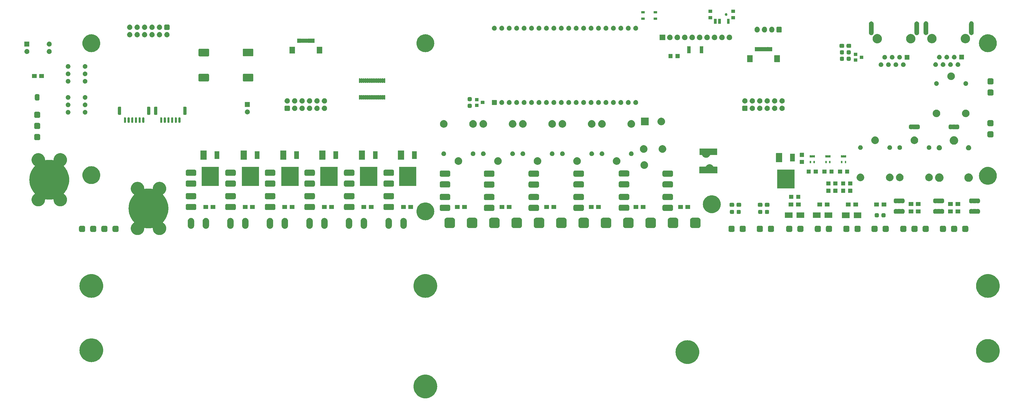
<source format=gbr>
%TF.GenerationSoftware,KiCad,Pcbnew,8.0.4*%
%TF.CreationDate,2024-10-04T20:54:15+09:00*%
%TF.ProjectId,FullHouse_Main_V6.0,46756c6c-486f-4757-9365-5f4d61696e5f,rev?*%
%TF.SameCoordinates,Original*%
%TF.FileFunction,Soldermask,Top*%
%TF.FilePolarity,Negative*%
%FSLAX46Y46*%
G04 Gerber Fmt 4.6, Leading zero omitted, Abs format (unit mm)*
G04 Created by KiCad (PCBNEW 8.0.4) date 2024-10-04 20:54:15*
%MOMM*%
%LPD*%
G01*
G04 APERTURE LIST*
G04 APERTURE END LIST*
G36*
X172447067Y-190833507D02*
G01*
X172840311Y-190891839D01*
X173225943Y-190988435D01*
X173600251Y-191122364D01*
X173959628Y-191292337D01*
X174300615Y-191496717D01*
X174619927Y-191733535D01*
X174914490Y-192000510D01*
X175181465Y-192295073D01*
X175418283Y-192614385D01*
X175622663Y-192955372D01*
X175792636Y-193314749D01*
X175926565Y-193689057D01*
X176023161Y-194074689D01*
X176081493Y-194467933D01*
X176101000Y-194865000D01*
X176081493Y-195262067D01*
X176023161Y-195655311D01*
X175926565Y-196040943D01*
X175792636Y-196415251D01*
X175622663Y-196774628D01*
X175418283Y-197115615D01*
X175181465Y-197434927D01*
X174914490Y-197729490D01*
X174619927Y-197996465D01*
X174300615Y-198233283D01*
X173959628Y-198437663D01*
X173600251Y-198607636D01*
X173225943Y-198741565D01*
X172840311Y-198838161D01*
X172447067Y-198896493D01*
X172050000Y-198916000D01*
X171652933Y-198896493D01*
X171259689Y-198838161D01*
X170874057Y-198741565D01*
X170499749Y-198607636D01*
X170140372Y-198437663D01*
X169799385Y-198233283D01*
X169480073Y-197996465D01*
X169185510Y-197729490D01*
X168918535Y-197434927D01*
X168681717Y-197115615D01*
X168477337Y-196774628D01*
X168307364Y-196415251D01*
X168173435Y-196040943D01*
X168076839Y-195655311D01*
X168018507Y-195262067D01*
X167999000Y-194865000D01*
X168018507Y-194467933D01*
X168076839Y-194074689D01*
X168173435Y-193689057D01*
X168307364Y-193314749D01*
X168477337Y-192955372D01*
X168681717Y-192614385D01*
X168918535Y-192295073D01*
X169185510Y-192000510D01*
X169480073Y-191733535D01*
X169799385Y-191496717D01*
X170140372Y-191292337D01*
X170499749Y-191122364D01*
X170874057Y-190988435D01*
X171259689Y-190891839D01*
X171652933Y-190833507D01*
X172050000Y-190814000D01*
X172447067Y-190833507D01*
G37*
G36*
X261907067Y-179083507D02*
G01*
X262300311Y-179141839D01*
X262685943Y-179238435D01*
X263060251Y-179372364D01*
X263419628Y-179542337D01*
X263760615Y-179746717D01*
X264079927Y-179983535D01*
X264374490Y-180250510D01*
X264641465Y-180545073D01*
X264878283Y-180864385D01*
X265082663Y-181205372D01*
X265252636Y-181564749D01*
X265386565Y-181939057D01*
X265483161Y-182324689D01*
X265541493Y-182717933D01*
X265561000Y-183115000D01*
X265541493Y-183512067D01*
X265483161Y-183905311D01*
X265386565Y-184290943D01*
X265252636Y-184665251D01*
X265082663Y-185024628D01*
X264878283Y-185365615D01*
X264641465Y-185684927D01*
X264374490Y-185979490D01*
X264079927Y-186246465D01*
X263760615Y-186483283D01*
X263419628Y-186687663D01*
X263060251Y-186857636D01*
X262685943Y-186991565D01*
X262300311Y-187088161D01*
X261907067Y-187146493D01*
X261510000Y-187166000D01*
X261112933Y-187146493D01*
X260719689Y-187088161D01*
X260334057Y-186991565D01*
X259959749Y-186857636D01*
X259600372Y-186687663D01*
X259259385Y-186483283D01*
X258940073Y-186246465D01*
X258645510Y-185979490D01*
X258378535Y-185684927D01*
X258141717Y-185365615D01*
X257937337Y-185024628D01*
X257767364Y-184665251D01*
X257633435Y-184290943D01*
X257536839Y-183905311D01*
X257478507Y-183512067D01*
X257459000Y-183115000D01*
X257478507Y-182717933D01*
X257536839Y-182324689D01*
X257633435Y-181939057D01*
X257767364Y-181564749D01*
X257937337Y-181205372D01*
X258141717Y-180864385D01*
X258378535Y-180545073D01*
X258645510Y-180250510D01*
X258940073Y-179983535D01*
X259259385Y-179746717D01*
X259600372Y-179542337D01*
X259959749Y-179372364D01*
X260334057Y-179238435D01*
X260719689Y-179141839D01*
X261112933Y-179083507D01*
X261510000Y-179064000D01*
X261907067Y-179083507D01*
G37*
G36*
X364447067Y-178683507D02*
G01*
X364840311Y-178741839D01*
X365225943Y-178838435D01*
X365600251Y-178972364D01*
X365959628Y-179142337D01*
X366300615Y-179346717D01*
X366619927Y-179583535D01*
X366914490Y-179850510D01*
X367181465Y-180145073D01*
X367418283Y-180464385D01*
X367622663Y-180805372D01*
X367792636Y-181164749D01*
X367926565Y-181539057D01*
X368023161Y-181924689D01*
X368081493Y-182317933D01*
X368101000Y-182715000D01*
X368081493Y-183112067D01*
X368023161Y-183505311D01*
X367926565Y-183890943D01*
X367792636Y-184265251D01*
X367622663Y-184624628D01*
X367418283Y-184965615D01*
X367181465Y-185284927D01*
X366914490Y-185579490D01*
X366619927Y-185846465D01*
X366300615Y-186083283D01*
X365959628Y-186287663D01*
X365600251Y-186457636D01*
X365225943Y-186591565D01*
X364840311Y-186688161D01*
X364447067Y-186746493D01*
X364050000Y-186766000D01*
X363652933Y-186746493D01*
X363259689Y-186688161D01*
X362874057Y-186591565D01*
X362499749Y-186457636D01*
X362140372Y-186287663D01*
X361799385Y-186083283D01*
X361480073Y-185846465D01*
X361185510Y-185579490D01*
X360918535Y-185284927D01*
X360681717Y-184965615D01*
X360477337Y-184624628D01*
X360307364Y-184265251D01*
X360173435Y-183890943D01*
X360076839Y-183505311D01*
X360018507Y-183112067D01*
X359999000Y-182715000D01*
X360018507Y-182317933D01*
X360076839Y-181924689D01*
X360173435Y-181539057D01*
X360307364Y-181164749D01*
X360477337Y-180805372D01*
X360681717Y-180464385D01*
X360918535Y-180145073D01*
X361185510Y-179850510D01*
X361480073Y-179583535D01*
X361799385Y-179346717D01*
X362140372Y-179142337D01*
X362499749Y-178972364D01*
X362874057Y-178838435D01*
X363259689Y-178741839D01*
X363652933Y-178683507D01*
X364050000Y-178664000D01*
X364447067Y-178683507D01*
G37*
G36*
X58447067Y-178453507D02*
G01*
X58840311Y-178511839D01*
X59225943Y-178608435D01*
X59600251Y-178742364D01*
X59959628Y-178912337D01*
X60300615Y-179116717D01*
X60619927Y-179353535D01*
X60914490Y-179620510D01*
X61181465Y-179915073D01*
X61418283Y-180234385D01*
X61622663Y-180575372D01*
X61792636Y-180934749D01*
X61926565Y-181309057D01*
X62023161Y-181694689D01*
X62081493Y-182087933D01*
X62101000Y-182485000D01*
X62081493Y-182882067D01*
X62023161Y-183275311D01*
X61926565Y-183660943D01*
X61792636Y-184035251D01*
X61622663Y-184394628D01*
X61418283Y-184735615D01*
X61181465Y-185054927D01*
X60914490Y-185349490D01*
X60619927Y-185616465D01*
X60300615Y-185853283D01*
X59959628Y-186057663D01*
X59600251Y-186227636D01*
X59225943Y-186361565D01*
X58840311Y-186458161D01*
X58447067Y-186516493D01*
X58050000Y-186536000D01*
X57652933Y-186516493D01*
X57259689Y-186458161D01*
X56874057Y-186361565D01*
X56499749Y-186227636D01*
X56140372Y-186057663D01*
X55799385Y-185853283D01*
X55480073Y-185616465D01*
X55185510Y-185349490D01*
X54918535Y-185054927D01*
X54681717Y-184735615D01*
X54477337Y-184394628D01*
X54307364Y-184035251D01*
X54173435Y-183660943D01*
X54076839Y-183275311D01*
X54018507Y-182882067D01*
X53999000Y-182485000D01*
X54018507Y-182087933D01*
X54076839Y-181694689D01*
X54173435Y-181309057D01*
X54307364Y-180934749D01*
X54477337Y-180575372D01*
X54681717Y-180234385D01*
X54918535Y-179915073D01*
X55185510Y-179620510D01*
X55480073Y-179353535D01*
X55799385Y-179116717D01*
X56140372Y-178912337D01*
X56499749Y-178742364D01*
X56874057Y-178608435D01*
X57259689Y-178511839D01*
X57652933Y-178453507D01*
X58050000Y-178434000D01*
X58447067Y-178453507D01*
G37*
G36*
X58447067Y-156453507D02*
G01*
X58840311Y-156511839D01*
X59225943Y-156608435D01*
X59600251Y-156742364D01*
X59959628Y-156912337D01*
X60300615Y-157116717D01*
X60619927Y-157353535D01*
X60914490Y-157620510D01*
X61181465Y-157915073D01*
X61418283Y-158234385D01*
X61622663Y-158575372D01*
X61792636Y-158934749D01*
X61926565Y-159309057D01*
X62023161Y-159694689D01*
X62081493Y-160087933D01*
X62101000Y-160485000D01*
X62081493Y-160882067D01*
X62023161Y-161275311D01*
X61926565Y-161660943D01*
X61792636Y-162035251D01*
X61622663Y-162394628D01*
X61418283Y-162735615D01*
X61181465Y-163054927D01*
X60914490Y-163349490D01*
X60619927Y-163616465D01*
X60300615Y-163853283D01*
X59959628Y-164057663D01*
X59600251Y-164227636D01*
X59225943Y-164361565D01*
X58840311Y-164458161D01*
X58447067Y-164516493D01*
X58050000Y-164536000D01*
X57652933Y-164516493D01*
X57259689Y-164458161D01*
X56874057Y-164361565D01*
X56499749Y-164227636D01*
X56140372Y-164057663D01*
X55799385Y-163853283D01*
X55480073Y-163616465D01*
X55185510Y-163349490D01*
X54918535Y-163054927D01*
X54681717Y-162735615D01*
X54477337Y-162394628D01*
X54307364Y-162035251D01*
X54173435Y-161660943D01*
X54076839Y-161275311D01*
X54018507Y-160882067D01*
X53999000Y-160485000D01*
X54018507Y-160087933D01*
X54076839Y-159694689D01*
X54173435Y-159309057D01*
X54307364Y-158934749D01*
X54477337Y-158575372D01*
X54681717Y-158234385D01*
X54918535Y-157915073D01*
X55185510Y-157620510D01*
X55480073Y-157353535D01*
X55799385Y-157116717D01*
X56140372Y-156912337D01*
X56499749Y-156742364D01*
X56874057Y-156608435D01*
X57259689Y-156511839D01*
X57652933Y-156453507D01*
X58050000Y-156434000D01*
X58447067Y-156453507D01*
G37*
G36*
X172447067Y-156453507D02*
G01*
X172840311Y-156511839D01*
X173225943Y-156608435D01*
X173600251Y-156742364D01*
X173959628Y-156912337D01*
X174300615Y-157116717D01*
X174619927Y-157353535D01*
X174914490Y-157620510D01*
X175181465Y-157915073D01*
X175418283Y-158234385D01*
X175622663Y-158575372D01*
X175792636Y-158934749D01*
X175926565Y-159309057D01*
X176023161Y-159694689D01*
X176081493Y-160087933D01*
X176101000Y-160485000D01*
X176081493Y-160882067D01*
X176023161Y-161275311D01*
X175926565Y-161660943D01*
X175792636Y-162035251D01*
X175622663Y-162394628D01*
X175418283Y-162735615D01*
X175181465Y-163054927D01*
X174914490Y-163349490D01*
X174619927Y-163616465D01*
X174300615Y-163853283D01*
X173959628Y-164057663D01*
X173600251Y-164227636D01*
X173225943Y-164361565D01*
X172840311Y-164458161D01*
X172447067Y-164516493D01*
X172050000Y-164536000D01*
X171652933Y-164516493D01*
X171259689Y-164458161D01*
X170874057Y-164361565D01*
X170499749Y-164227636D01*
X170140372Y-164057663D01*
X169799385Y-163853283D01*
X169480073Y-163616465D01*
X169185510Y-163349490D01*
X168918535Y-163054927D01*
X168681717Y-162735615D01*
X168477337Y-162394628D01*
X168307364Y-162035251D01*
X168173435Y-161660943D01*
X168076839Y-161275311D01*
X168018507Y-160882067D01*
X167999000Y-160485000D01*
X168018507Y-160087933D01*
X168076839Y-159694689D01*
X168173435Y-159309057D01*
X168307364Y-158934749D01*
X168477337Y-158575372D01*
X168681717Y-158234385D01*
X168918535Y-157915073D01*
X169185510Y-157620510D01*
X169480073Y-157353535D01*
X169799385Y-157116717D01*
X170140372Y-156912337D01*
X170499749Y-156742364D01*
X170874057Y-156608435D01*
X171259689Y-156511839D01*
X171652933Y-156453507D01*
X172050000Y-156434000D01*
X172447067Y-156453507D01*
G37*
G36*
X364447067Y-156453507D02*
G01*
X364840311Y-156511839D01*
X365225943Y-156608435D01*
X365600251Y-156742364D01*
X365959628Y-156912337D01*
X366300615Y-157116717D01*
X366619927Y-157353535D01*
X366914490Y-157620510D01*
X367181465Y-157915073D01*
X367418283Y-158234385D01*
X367622663Y-158575372D01*
X367792636Y-158934749D01*
X367926565Y-159309057D01*
X368023161Y-159694689D01*
X368081493Y-160087933D01*
X368101000Y-160485000D01*
X368081493Y-160882067D01*
X368023161Y-161275311D01*
X367926565Y-161660943D01*
X367792636Y-162035251D01*
X367622663Y-162394628D01*
X367418283Y-162735615D01*
X367181465Y-163054927D01*
X366914490Y-163349490D01*
X366619927Y-163616465D01*
X366300615Y-163853283D01*
X365959628Y-164057663D01*
X365600251Y-164227636D01*
X365225943Y-164361565D01*
X364840311Y-164458161D01*
X364447067Y-164516493D01*
X364050000Y-164536000D01*
X363652933Y-164516493D01*
X363259689Y-164458161D01*
X362874057Y-164361565D01*
X362499749Y-164227636D01*
X362140372Y-164057663D01*
X361799385Y-163853283D01*
X361480073Y-163616465D01*
X361185510Y-163349490D01*
X360918535Y-163054927D01*
X360681717Y-162735615D01*
X360477337Y-162394628D01*
X360307364Y-162035251D01*
X360173435Y-161660943D01*
X360076839Y-161275311D01*
X360018507Y-160882067D01*
X359999000Y-160485000D01*
X360018507Y-160087933D01*
X360076839Y-159694689D01*
X360173435Y-159309057D01*
X360307364Y-158934749D01*
X360477337Y-158575372D01*
X360681717Y-158234385D01*
X360918535Y-157915073D01*
X361185510Y-157620510D01*
X361480073Y-157353535D01*
X361799385Y-157116717D01*
X362140372Y-156912337D01*
X362499749Y-156742364D01*
X362874057Y-156608435D01*
X363259689Y-156511839D01*
X363652933Y-156453507D01*
X364050000Y-156434000D01*
X364447067Y-156453507D01*
G37*
G36*
X81383037Y-124888787D02*
G01*
X81454468Y-124888787D01*
X81531486Y-124898516D01*
X81610341Y-124903685D01*
X81676379Y-124916820D01*
X81741115Y-124924999D01*
X81822353Y-124945857D01*
X81905543Y-124962405D01*
X81963728Y-124982156D01*
X82020973Y-124996854D01*
X82104797Y-125030042D01*
X82190555Y-125059153D01*
X82240371Y-125083719D01*
X82289613Y-125103216D01*
X82374184Y-125149709D01*
X82460500Y-125192276D01*
X82501759Y-125219844D01*
X82542802Y-125242408D01*
X82626072Y-125302907D01*
X82710760Y-125359494D01*
X82743619Y-125388310D01*
X82776555Y-125412240D01*
X82856354Y-125487176D01*
X82937053Y-125557947D01*
X82961952Y-125586339D01*
X82987174Y-125610024D01*
X83061251Y-125699569D01*
X83135506Y-125784240D01*
X83153181Y-125810693D01*
X83171348Y-125832653D01*
X83237421Y-125936767D01*
X83302724Y-126034500D01*
X83314155Y-126057680D01*
X83326166Y-126076606D01*
X83381961Y-126195176D01*
X83435847Y-126304445D01*
X83442235Y-126323263D01*
X83449185Y-126338033D01*
X83492472Y-126471260D01*
X83532595Y-126589457D01*
X83535307Y-126603091D01*
X83538470Y-126612826D01*
X83567155Y-126763203D01*
X83591315Y-126884659D01*
X83591833Y-126892570D01*
X83592610Y-126896641D01*
X83604830Y-127090871D01*
X83611000Y-127185000D01*
X83604830Y-127279136D01*
X83592610Y-127473358D01*
X83591833Y-127477427D01*
X83591315Y-127485341D01*
X83567151Y-127606820D01*
X83538470Y-127757173D01*
X83535307Y-127766905D01*
X83532595Y-127780543D01*
X83492465Y-127898761D01*
X83449185Y-128031966D01*
X83442236Y-128046732D01*
X83435847Y-128065555D01*
X83381951Y-128174843D01*
X83326166Y-128293393D01*
X83314157Y-128312315D01*
X83302724Y-128335500D01*
X83237408Y-128433251D01*
X83171348Y-128537346D01*
X83153185Y-128559301D01*
X83135506Y-128585760D01*
X83061237Y-128670447D01*
X82987174Y-128759975D01*
X82961957Y-128783655D01*
X82937053Y-128812053D01*
X82856338Y-128882837D01*
X82776555Y-128957759D01*
X82743625Y-128981683D01*
X82710760Y-129010506D01*
X82626056Y-129067102D01*
X82542809Y-129127586D01*
X82501793Y-129150132D01*
X82485910Y-129160745D01*
X82469095Y-129278871D01*
X82501905Y-129315688D01*
X82545425Y-129359208D01*
X82678433Y-129513767D01*
X82806898Y-129657915D01*
X82841137Y-129702833D01*
X82877166Y-129744699D01*
X83002508Y-129914532D01*
X83122738Y-130072258D01*
X83150104Y-130114517D01*
X83179178Y-130153910D01*
X83295450Y-130338957D01*
X83405933Y-130509562D01*
X83427056Y-130548407D01*
X83449760Y-130584540D01*
X83555524Y-130784655D01*
X83654822Y-130967261D01*
X83670400Y-131002012D01*
X83687414Y-131034203D01*
X83781341Y-131249486D01*
X83867944Y-131442670D01*
X83878733Y-131472711D01*
X83890787Y-131500338D01*
X83971453Y-131730869D01*
X84044049Y-131932998D01*
X84050885Y-131957876D01*
X84058766Y-131980397D01*
X84124893Y-132227186D01*
X84182103Y-132435368D01*
X84185841Y-132454646D01*
X84190399Y-132471654D01*
X84240763Y-132737840D01*
X84281295Y-132946832D01*
X84282841Y-132960230D01*
X84284951Y-132971378D01*
X84318382Y-133268084D01*
X84341045Y-133464389D01*
X84341325Y-133471706D01*
X84341895Y-133476761D01*
X84357304Y-133888597D01*
X84361000Y-133985000D01*
X84357302Y-134081476D01*
X84341895Y-134493238D01*
X84341325Y-134498292D01*
X84341045Y-134505611D01*
X84318377Y-134701956D01*
X84284951Y-134998621D01*
X84282842Y-135009766D01*
X84281295Y-135023168D01*
X84240756Y-135232199D01*
X84190399Y-135498345D01*
X84185842Y-135515349D01*
X84182103Y-135534632D01*
X84124882Y-135742853D01*
X84058766Y-135989602D01*
X84050886Y-136012119D01*
X84044049Y-136037002D01*
X83971439Y-136239168D01*
X83890787Y-136469661D01*
X83878735Y-136497283D01*
X83867944Y-136527330D01*
X83781325Y-136720549D01*
X83687414Y-136935796D01*
X83670403Y-136967981D01*
X83654822Y-137002739D01*
X83555512Y-137185366D01*
X83449763Y-137385454D01*
X83427061Y-137421582D01*
X83405933Y-137460438D01*
X83295411Y-137631103D01*
X83179174Y-137816094D01*
X83150112Y-137855471D01*
X83122738Y-137897742D01*
X83002481Y-138055503D01*
X82877166Y-138225300D01*
X82841144Y-138267158D01*
X82806898Y-138312085D01*
X82678411Y-138456257D01*
X82545420Y-138610797D01*
X82501915Y-138654301D01*
X82469098Y-138691124D01*
X82485906Y-138809252D01*
X82501744Y-138819834D01*
X82542802Y-138842408D01*
X82626072Y-138902907D01*
X82710760Y-138959494D01*
X82743619Y-138988310D01*
X82776555Y-139012240D01*
X82856354Y-139087176D01*
X82937053Y-139157947D01*
X82961952Y-139186339D01*
X82987174Y-139210024D01*
X83061251Y-139299569D01*
X83135506Y-139384240D01*
X83153181Y-139410693D01*
X83171348Y-139432653D01*
X83237421Y-139536767D01*
X83302724Y-139634500D01*
X83314155Y-139657680D01*
X83326166Y-139676606D01*
X83381961Y-139795176D01*
X83435847Y-139904445D01*
X83442235Y-139923263D01*
X83449185Y-139938033D01*
X83492472Y-140071260D01*
X83532595Y-140189457D01*
X83535307Y-140203091D01*
X83538470Y-140212826D01*
X83567155Y-140363203D01*
X83591315Y-140484659D01*
X83591833Y-140492570D01*
X83592610Y-140496641D01*
X83604830Y-140690871D01*
X83611000Y-140785000D01*
X83604830Y-140879136D01*
X83592610Y-141073358D01*
X83591833Y-141077427D01*
X83591315Y-141085341D01*
X83567151Y-141206820D01*
X83538470Y-141357173D01*
X83535307Y-141366905D01*
X83532595Y-141380543D01*
X83492465Y-141498761D01*
X83449185Y-141631966D01*
X83442236Y-141646732D01*
X83435847Y-141665555D01*
X83381951Y-141774843D01*
X83326166Y-141893393D01*
X83314157Y-141912315D01*
X83302724Y-141935500D01*
X83237408Y-142033251D01*
X83171348Y-142137346D01*
X83153185Y-142159301D01*
X83135506Y-142185760D01*
X83061237Y-142270447D01*
X82987174Y-142359975D01*
X82961957Y-142383655D01*
X82937053Y-142412053D01*
X82856338Y-142482837D01*
X82776555Y-142557759D01*
X82743625Y-142581683D01*
X82710760Y-142610506D01*
X82626055Y-142667103D01*
X82542802Y-142727591D01*
X82501768Y-142750149D01*
X82460500Y-142777724D01*
X82374166Y-142820299D01*
X82289613Y-142866783D01*
X82240381Y-142886275D01*
X82190555Y-142910847D01*
X82104779Y-142939963D01*
X82020973Y-142973145D01*
X81963740Y-142987839D01*
X81905543Y-143007595D01*
X81822335Y-143024146D01*
X81741115Y-143045000D01*
X81676389Y-143053176D01*
X81610341Y-143066315D01*
X81531481Y-143071483D01*
X81454468Y-143081213D01*
X81383037Y-143081213D01*
X81310000Y-143086000D01*
X81236963Y-143081213D01*
X81165532Y-143081213D01*
X81088517Y-143071483D01*
X81009659Y-143066315D01*
X80943611Y-143053177D01*
X80878884Y-143045000D01*
X80797659Y-143024145D01*
X80714457Y-143007595D01*
X80656262Y-142987840D01*
X80599026Y-142973145D01*
X80515213Y-142939961D01*
X80429445Y-142910847D01*
X80379622Y-142886277D01*
X80330386Y-142866783D01*
X80245823Y-142820294D01*
X80159500Y-142777724D01*
X80118236Y-142750152D01*
X80077197Y-142727591D01*
X79993931Y-142667095D01*
X79909240Y-142610506D01*
X79876378Y-142581687D01*
X79843444Y-142557759D01*
X79763646Y-142482824D01*
X79682947Y-142412053D01*
X79658047Y-142383660D01*
X79632825Y-142359975D01*
X79558744Y-142270427D01*
X79484494Y-142185760D01*
X79466818Y-142159307D01*
X79448651Y-142137346D01*
X79382571Y-142033221D01*
X79317276Y-141935500D01*
X79305845Y-141912322D01*
X79293833Y-141893393D01*
X79238026Y-141774799D01*
X79184153Y-141665555D01*
X79177766Y-141646740D01*
X79170814Y-141631966D01*
X79127511Y-141498692D01*
X79087405Y-141380543D01*
X79084693Y-141366913D01*
X79081529Y-141357173D01*
X79052824Y-141206697D01*
X79028685Y-141085341D01*
X79028166Y-141077435D01*
X79027389Y-141073358D01*
X79015148Y-140878803D01*
X79009000Y-140785000D01*
X79012927Y-140725075D01*
X78922972Y-140645656D01*
X78854850Y-140661598D01*
X78715051Y-140683191D01*
X78573621Y-140709951D01*
X78456017Y-140723201D01*
X78339962Y-140741128D01*
X78204885Y-140751498D01*
X78068238Y-140766895D01*
X77943583Y-140771559D01*
X77820497Y-140781009D01*
X77691035Y-140781009D01*
X77560000Y-140785912D01*
X77428965Y-140781009D01*
X77299503Y-140781009D01*
X77176417Y-140771559D01*
X77051761Y-140766895D01*
X76915111Y-140751498D01*
X76780038Y-140741128D01*
X76663984Y-140723202D01*
X76546378Y-140709951D01*
X76404941Y-140683190D01*
X76265150Y-140661598D01*
X76197021Y-140645655D01*
X76107072Y-140725081D01*
X76111000Y-140785000D01*
X76104820Y-140879280D01*
X76092610Y-141073358D01*
X76091833Y-141077427D01*
X76091315Y-141085341D01*
X76067151Y-141206820D01*
X76038470Y-141357173D01*
X76035307Y-141366905D01*
X76032595Y-141380543D01*
X75992465Y-141498761D01*
X75949185Y-141631966D01*
X75942236Y-141646732D01*
X75935847Y-141665555D01*
X75881951Y-141774843D01*
X75826166Y-141893393D01*
X75814157Y-141912315D01*
X75802724Y-141935500D01*
X75737408Y-142033251D01*
X75671348Y-142137346D01*
X75653185Y-142159301D01*
X75635506Y-142185760D01*
X75561237Y-142270447D01*
X75487174Y-142359975D01*
X75461957Y-142383655D01*
X75437053Y-142412053D01*
X75356338Y-142482837D01*
X75276555Y-142557759D01*
X75243625Y-142581683D01*
X75210760Y-142610506D01*
X75126055Y-142667103D01*
X75042802Y-142727591D01*
X75001768Y-142750149D01*
X74960500Y-142777724D01*
X74874166Y-142820299D01*
X74789613Y-142866783D01*
X74740381Y-142886275D01*
X74690555Y-142910847D01*
X74604779Y-142939963D01*
X74520973Y-142973145D01*
X74463740Y-142987839D01*
X74405543Y-143007595D01*
X74322335Y-143024146D01*
X74241115Y-143045000D01*
X74176389Y-143053176D01*
X74110341Y-143066315D01*
X74031481Y-143071483D01*
X73954468Y-143081213D01*
X73883037Y-143081213D01*
X73810000Y-143086000D01*
X73736963Y-143081213D01*
X73665532Y-143081213D01*
X73588517Y-143071483D01*
X73509659Y-143066315D01*
X73443611Y-143053177D01*
X73378884Y-143045000D01*
X73297659Y-143024145D01*
X73214457Y-143007595D01*
X73156262Y-142987840D01*
X73099026Y-142973145D01*
X73015213Y-142939961D01*
X72929445Y-142910847D01*
X72879622Y-142886277D01*
X72830386Y-142866783D01*
X72745823Y-142820294D01*
X72659500Y-142777724D01*
X72618236Y-142750152D01*
X72577197Y-142727591D01*
X72493931Y-142667095D01*
X72409240Y-142610506D01*
X72376378Y-142581687D01*
X72343444Y-142557759D01*
X72263646Y-142482824D01*
X72182947Y-142412053D01*
X72158047Y-142383660D01*
X72132825Y-142359975D01*
X72058744Y-142270427D01*
X71984494Y-142185760D01*
X71966818Y-142159307D01*
X71948651Y-142137346D01*
X71882571Y-142033221D01*
X71817276Y-141935500D01*
X71805845Y-141912322D01*
X71793833Y-141893393D01*
X71738026Y-141774799D01*
X71684153Y-141665555D01*
X71677766Y-141646740D01*
X71670814Y-141631966D01*
X71627511Y-141498692D01*
X71587405Y-141380543D01*
X71584693Y-141366913D01*
X71581529Y-141357173D01*
X71552824Y-141206697D01*
X71528685Y-141085341D01*
X71528166Y-141077435D01*
X71527389Y-141073358D01*
X71515144Y-140878755D01*
X71509000Y-140785000D01*
X71515144Y-140691252D01*
X71527389Y-140496641D01*
X71528166Y-140492562D01*
X71528685Y-140484659D01*
X71552819Y-140363325D01*
X71581529Y-140212826D01*
X71584694Y-140203083D01*
X71587405Y-140189457D01*
X71627503Y-140071329D01*
X71670814Y-139938033D01*
X71677767Y-139923256D01*
X71684153Y-139904445D01*
X71738016Y-139795221D01*
X71793833Y-139676606D01*
X71805848Y-139657673D01*
X71817276Y-139634500D01*
X71882558Y-139536797D01*
X71948651Y-139432653D01*
X71966822Y-139410687D01*
X71984494Y-139384240D01*
X72058730Y-139299589D01*
X72132825Y-139210024D01*
X72158052Y-139186333D01*
X72182947Y-139157947D01*
X72263630Y-139087189D01*
X72343444Y-139012240D01*
X72376385Y-138988306D01*
X72409240Y-138959494D01*
X72493913Y-138902916D01*
X72577201Y-138842405D01*
X72618283Y-138819815D01*
X72634092Y-138809252D01*
X72650900Y-138691122D01*
X72618094Y-138654311D01*
X72574574Y-138610791D01*
X72441562Y-138456228D01*
X72313102Y-138312085D01*
X72278863Y-138267168D01*
X72242833Y-138225300D01*
X72117482Y-138055456D01*
X71997262Y-137897742D01*
X71969896Y-137855485D01*
X71940821Y-137816089D01*
X71824536Y-137631023D01*
X71714067Y-137460438D01*
X71692945Y-137421596D01*
X71670239Y-137385459D01*
X71564459Y-137185313D01*
X71465178Y-137002739D01*
X71449601Y-136967993D01*
X71432585Y-136935796D01*
X71338637Y-136720466D01*
X71252056Y-136527330D01*
X71241269Y-136497296D01*
X71229212Y-136469661D01*
X71148521Y-136239060D01*
X71075951Y-136037002D01*
X71069116Y-136012132D01*
X71061233Y-135989602D01*
X70995077Y-135742707D01*
X70937897Y-135534632D01*
X70934160Y-135515363D01*
X70929600Y-135498345D01*
X70879202Y-135231987D01*
X70838705Y-135023168D01*
X70837159Y-135009780D01*
X70835048Y-134998621D01*
X70801580Y-134701595D01*
X70778955Y-134505611D01*
X70778674Y-134498305D01*
X70778104Y-134493238D01*
X70762689Y-134081268D01*
X70759000Y-133985000D01*
X70762687Y-133888805D01*
X70778104Y-133476761D01*
X70778675Y-133471692D01*
X70778955Y-133464389D01*
X70801575Y-133268445D01*
X70835048Y-132971378D01*
X70837159Y-132960217D01*
X70838705Y-132946832D01*
X70879195Y-132738052D01*
X70929600Y-132471654D01*
X70934160Y-132454633D01*
X70937897Y-132435368D01*
X70995066Y-132227331D01*
X71061233Y-131980397D01*
X71069118Y-131957862D01*
X71075951Y-131932998D01*
X71148508Y-131730977D01*
X71229212Y-131500338D01*
X71241271Y-131472698D01*
X71252056Y-131442670D01*
X71338621Y-131249570D01*
X71432585Y-131034203D01*
X71449604Y-131002000D01*
X71465178Y-130967261D01*
X71564440Y-130784720D01*
X71670239Y-130584540D01*
X71692949Y-130548395D01*
X71714067Y-130509562D01*
X71824515Y-130339009D01*
X71940821Y-130153910D01*
X71969902Y-130114506D01*
X71997262Y-130072258D01*
X72117459Y-129914573D01*
X72242833Y-129744699D01*
X72278870Y-129702823D01*
X72313102Y-129657915D01*
X72441536Y-129513800D01*
X72574580Y-129359201D01*
X72618110Y-129315669D01*
X72650903Y-129278873D01*
X72634090Y-129160745D01*
X72618230Y-129150148D01*
X72577194Y-129127589D01*
X72493929Y-129067093D01*
X72409240Y-129010506D01*
X72376379Y-128981687D01*
X72343444Y-128957759D01*
X72263646Y-128882824D01*
X72182947Y-128812053D01*
X72158047Y-128783660D01*
X72132825Y-128759975D01*
X72058744Y-128670427D01*
X71984494Y-128585760D01*
X71966818Y-128559307D01*
X71948651Y-128537346D01*
X71882571Y-128433221D01*
X71817276Y-128335500D01*
X71805845Y-128312322D01*
X71793833Y-128293393D01*
X71738026Y-128174799D01*
X71684153Y-128065555D01*
X71677766Y-128046740D01*
X71670814Y-128031966D01*
X71627511Y-127898692D01*
X71587405Y-127780543D01*
X71584693Y-127766913D01*
X71581529Y-127757173D01*
X71552824Y-127606697D01*
X71528685Y-127485341D01*
X71528166Y-127477435D01*
X71527389Y-127473358D01*
X71515144Y-127278755D01*
X71509000Y-127185000D01*
X71515144Y-127091252D01*
X71527389Y-126896641D01*
X71528166Y-126892562D01*
X71528685Y-126884659D01*
X71552819Y-126763325D01*
X71581529Y-126612826D01*
X71584694Y-126603083D01*
X71587405Y-126589457D01*
X71627503Y-126471329D01*
X71670814Y-126338033D01*
X71677767Y-126323256D01*
X71684153Y-126304445D01*
X71738016Y-126195221D01*
X71793833Y-126076606D01*
X71805848Y-126057673D01*
X71817276Y-126034500D01*
X71882558Y-125936797D01*
X71948651Y-125832653D01*
X71966822Y-125810687D01*
X71984494Y-125784240D01*
X72058730Y-125699589D01*
X72132825Y-125610024D01*
X72158052Y-125586333D01*
X72182947Y-125557947D01*
X72263630Y-125487189D01*
X72343444Y-125412240D01*
X72376385Y-125388306D01*
X72409240Y-125359494D01*
X72493914Y-125302916D01*
X72577197Y-125242408D01*
X72618245Y-125219841D01*
X72659500Y-125192276D01*
X72745805Y-125149714D01*
X72830386Y-125103216D01*
X72879632Y-125083717D01*
X72929445Y-125059153D01*
X73015195Y-125030044D01*
X73099026Y-124996854D01*
X73156274Y-124982155D01*
X73214457Y-124962405D01*
X73297642Y-124945858D01*
X73378884Y-124924999D01*
X73443622Y-124916820D01*
X73509659Y-124903685D01*
X73588513Y-124898516D01*
X73665532Y-124888787D01*
X73736963Y-124888787D01*
X73810000Y-124884000D01*
X73883037Y-124888787D01*
X73954468Y-124888787D01*
X74031486Y-124898516D01*
X74110341Y-124903685D01*
X74176379Y-124916820D01*
X74241115Y-124924999D01*
X74322353Y-124945857D01*
X74405543Y-124962405D01*
X74463728Y-124982156D01*
X74520973Y-124996854D01*
X74604797Y-125030042D01*
X74690555Y-125059153D01*
X74740371Y-125083719D01*
X74789613Y-125103216D01*
X74874184Y-125149709D01*
X74960500Y-125192276D01*
X75001759Y-125219844D01*
X75042802Y-125242408D01*
X75126072Y-125302907D01*
X75210760Y-125359494D01*
X75243619Y-125388310D01*
X75276555Y-125412240D01*
X75356354Y-125487176D01*
X75437053Y-125557947D01*
X75461952Y-125586339D01*
X75487174Y-125610024D01*
X75561251Y-125699569D01*
X75635506Y-125784240D01*
X75653181Y-125810693D01*
X75671348Y-125832653D01*
X75737421Y-125936767D01*
X75802724Y-126034500D01*
X75814155Y-126057680D01*
X75826166Y-126076606D01*
X75881961Y-126195176D01*
X75935847Y-126304445D01*
X75942235Y-126323263D01*
X75949185Y-126338033D01*
X75992472Y-126471260D01*
X76032595Y-126589457D01*
X76035307Y-126603091D01*
X76038470Y-126612826D01*
X76067155Y-126763203D01*
X76091315Y-126884659D01*
X76091833Y-126892570D01*
X76092610Y-126896641D01*
X76104823Y-127090760D01*
X76111000Y-127185000D01*
X76107072Y-127244917D01*
X76197022Y-127324344D01*
X76265150Y-127308402D01*
X76404906Y-127286815D01*
X76546376Y-127260048D01*
X76664013Y-127246793D01*
X76780038Y-127228872D01*
X76915081Y-127218504D01*
X77051761Y-127203104D01*
X77176442Y-127198438D01*
X77299503Y-127188991D01*
X77428938Y-127188991D01*
X77560000Y-127184087D01*
X77691062Y-127188991D01*
X77820497Y-127188991D01*
X77943557Y-127198438D01*
X78068238Y-127203104D01*
X78204914Y-127218503D01*
X78339962Y-127228872D01*
X78455989Y-127246793D01*
X78573623Y-127260048D01*
X78715088Y-127286814D01*
X78854850Y-127308402D01*
X78922971Y-127324343D01*
X79012927Y-127244923D01*
X79009000Y-127185000D01*
X79015161Y-127090995D01*
X79027389Y-126896641D01*
X79028166Y-126892562D01*
X79028685Y-126884659D01*
X79052819Y-126763325D01*
X79081529Y-126612826D01*
X79084694Y-126603083D01*
X79087405Y-126589457D01*
X79127503Y-126471329D01*
X79170814Y-126338033D01*
X79177767Y-126323256D01*
X79184153Y-126304445D01*
X79238016Y-126195221D01*
X79293833Y-126076606D01*
X79305848Y-126057673D01*
X79317276Y-126034500D01*
X79382558Y-125936797D01*
X79448651Y-125832653D01*
X79466822Y-125810687D01*
X79484494Y-125784240D01*
X79558730Y-125699589D01*
X79632825Y-125610024D01*
X79658052Y-125586333D01*
X79682947Y-125557947D01*
X79763630Y-125487189D01*
X79843444Y-125412240D01*
X79876385Y-125388306D01*
X79909240Y-125359494D01*
X79993914Y-125302916D01*
X80077197Y-125242408D01*
X80118245Y-125219841D01*
X80159500Y-125192276D01*
X80245805Y-125149714D01*
X80330386Y-125103216D01*
X80379632Y-125083717D01*
X80429445Y-125059153D01*
X80515195Y-125030044D01*
X80599026Y-124996854D01*
X80656274Y-124982155D01*
X80714457Y-124962405D01*
X80797642Y-124945858D01*
X80878884Y-124924999D01*
X80943622Y-124916820D01*
X81009659Y-124903685D01*
X81088513Y-124898516D01*
X81165532Y-124888787D01*
X81236963Y-124888787D01*
X81310000Y-124884000D01*
X81383037Y-124888787D01*
G37*
G36*
X55407620Y-139921530D02*
G01*
X55487328Y-139928773D01*
X55499490Y-139932563D01*
X55520457Y-139935081D01*
X55568994Y-139954221D01*
X55615759Y-139968794D01*
X55634166Y-139979921D01*
X55660051Y-139990129D01*
X55695423Y-140016952D01*
X55729244Y-140037398D01*
X55750767Y-140058921D01*
X55779616Y-140080798D01*
X55801492Y-140109646D01*
X55823015Y-140131169D01*
X55843459Y-140164987D01*
X55870285Y-140200363D01*
X55880493Y-140226249D01*
X55891619Y-140244654D01*
X55906189Y-140291410D01*
X55925333Y-140339957D01*
X55927851Y-140360926D01*
X55931640Y-140373085D01*
X55938880Y-140452762D01*
X55941000Y-140470414D01*
X55941000Y-141470414D01*
X55938879Y-141488068D01*
X55931640Y-141567742D01*
X55927851Y-141579899D01*
X55925333Y-141600871D01*
X55906187Y-141649421D01*
X55891619Y-141696173D01*
X55880494Y-141714575D01*
X55870285Y-141740465D01*
X55843456Y-141775844D01*
X55823015Y-141809658D01*
X55801495Y-141831177D01*
X55779616Y-141860030D01*
X55750763Y-141881909D01*
X55729244Y-141903429D01*
X55695430Y-141923870D01*
X55660051Y-141950699D01*
X55634161Y-141960908D01*
X55615759Y-141972033D01*
X55569007Y-141986601D01*
X55520457Y-142005747D01*
X55499485Y-142008265D01*
X55487328Y-142012054D01*
X55407654Y-142019293D01*
X55390000Y-142021414D01*
X54390000Y-142021414D01*
X54372348Y-142019294D01*
X54292671Y-142012054D01*
X54280512Y-142008265D01*
X54259543Y-142005747D01*
X54210996Y-141986603D01*
X54164240Y-141972033D01*
X54145835Y-141960907D01*
X54119949Y-141950699D01*
X54084573Y-141923873D01*
X54050755Y-141903429D01*
X54029232Y-141881906D01*
X54000384Y-141860030D01*
X53978507Y-141831181D01*
X53956984Y-141809658D01*
X53936538Y-141775837D01*
X53909715Y-141740465D01*
X53899507Y-141714580D01*
X53888380Y-141696173D01*
X53873807Y-141649408D01*
X53854667Y-141600871D01*
X53852149Y-141579904D01*
X53848359Y-141567742D01*
X53841116Y-141488034D01*
X53839000Y-141470414D01*
X53839000Y-140470414D01*
X53841115Y-140452796D01*
X53848359Y-140373085D01*
X53852149Y-140360921D01*
X53854667Y-140339957D01*
X53873806Y-140291422D01*
X53888380Y-140244654D01*
X53899508Y-140226245D01*
X53909715Y-140200363D01*
X53936535Y-140164994D01*
X53956984Y-140131169D01*
X53978510Y-140109642D01*
X54000384Y-140080798D01*
X54029228Y-140058924D01*
X54050755Y-140037398D01*
X54084580Y-140016949D01*
X54119949Y-139990129D01*
X54145831Y-139979922D01*
X54164240Y-139968794D01*
X54211008Y-139954220D01*
X54259543Y-139935081D01*
X54280507Y-139932563D01*
X54292671Y-139928773D01*
X54372382Y-139921529D01*
X54390000Y-139919414D01*
X55390000Y-139919414D01*
X55407620Y-139921530D01*
G37*
G36*
X59217620Y-139921530D02*
G01*
X59297328Y-139928773D01*
X59309490Y-139932563D01*
X59330457Y-139935081D01*
X59378994Y-139954221D01*
X59425759Y-139968794D01*
X59444166Y-139979921D01*
X59470051Y-139990129D01*
X59505423Y-140016952D01*
X59539244Y-140037398D01*
X59560767Y-140058921D01*
X59589616Y-140080798D01*
X59611492Y-140109646D01*
X59633015Y-140131169D01*
X59653459Y-140164987D01*
X59680285Y-140200363D01*
X59690493Y-140226249D01*
X59701619Y-140244654D01*
X59716189Y-140291410D01*
X59735333Y-140339957D01*
X59737851Y-140360926D01*
X59741640Y-140373085D01*
X59748880Y-140452762D01*
X59751000Y-140470414D01*
X59751000Y-141470414D01*
X59748879Y-141488068D01*
X59741640Y-141567742D01*
X59737851Y-141579899D01*
X59735333Y-141600871D01*
X59716187Y-141649421D01*
X59701619Y-141696173D01*
X59690494Y-141714575D01*
X59680285Y-141740465D01*
X59653456Y-141775844D01*
X59633015Y-141809658D01*
X59611495Y-141831177D01*
X59589616Y-141860030D01*
X59560763Y-141881909D01*
X59539244Y-141903429D01*
X59505430Y-141923870D01*
X59470051Y-141950699D01*
X59444161Y-141960908D01*
X59425759Y-141972033D01*
X59379007Y-141986601D01*
X59330457Y-142005747D01*
X59309485Y-142008265D01*
X59297328Y-142012054D01*
X59217654Y-142019293D01*
X59200000Y-142021414D01*
X58200000Y-142021414D01*
X58182348Y-142019294D01*
X58102671Y-142012054D01*
X58090512Y-142008265D01*
X58069543Y-142005747D01*
X58020996Y-141986603D01*
X57974240Y-141972033D01*
X57955835Y-141960907D01*
X57929949Y-141950699D01*
X57894573Y-141923873D01*
X57860755Y-141903429D01*
X57839232Y-141881906D01*
X57810384Y-141860030D01*
X57788507Y-141831181D01*
X57766984Y-141809658D01*
X57746538Y-141775837D01*
X57719715Y-141740465D01*
X57709507Y-141714580D01*
X57698380Y-141696173D01*
X57683807Y-141649408D01*
X57664667Y-141600871D01*
X57662149Y-141579904D01*
X57658359Y-141567742D01*
X57651116Y-141488034D01*
X57649000Y-141470414D01*
X57649000Y-140470414D01*
X57651115Y-140452796D01*
X57658359Y-140373085D01*
X57662149Y-140360921D01*
X57664667Y-140339957D01*
X57683806Y-140291422D01*
X57698380Y-140244654D01*
X57709508Y-140226245D01*
X57719715Y-140200363D01*
X57746535Y-140164994D01*
X57766984Y-140131169D01*
X57788510Y-140109642D01*
X57810384Y-140080798D01*
X57839228Y-140058924D01*
X57860755Y-140037398D01*
X57894580Y-140016949D01*
X57929949Y-139990129D01*
X57955831Y-139979922D01*
X57974240Y-139968794D01*
X58021008Y-139954220D01*
X58069543Y-139935081D01*
X58090507Y-139932563D01*
X58102671Y-139928773D01*
X58182382Y-139921529D01*
X58200000Y-139919414D01*
X59200000Y-139919414D01*
X59217620Y-139921530D01*
G37*
G36*
X63027620Y-139921530D02*
G01*
X63107328Y-139928773D01*
X63119490Y-139932563D01*
X63140457Y-139935081D01*
X63188994Y-139954221D01*
X63235759Y-139968794D01*
X63254166Y-139979921D01*
X63280051Y-139990129D01*
X63315423Y-140016952D01*
X63349244Y-140037398D01*
X63370767Y-140058921D01*
X63399616Y-140080798D01*
X63421492Y-140109646D01*
X63443015Y-140131169D01*
X63463459Y-140164987D01*
X63490285Y-140200363D01*
X63500493Y-140226249D01*
X63511619Y-140244654D01*
X63526189Y-140291410D01*
X63545333Y-140339957D01*
X63547851Y-140360926D01*
X63551640Y-140373085D01*
X63558880Y-140452762D01*
X63561000Y-140470414D01*
X63561000Y-141470414D01*
X63558879Y-141488068D01*
X63551640Y-141567742D01*
X63547851Y-141579899D01*
X63545333Y-141600871D01*
X63526187Y-141649421D01*
X63511619Y-141696173D01*
X63500494Y-141714575D01*
X63490285Y-141740465D01*
X63463456Y-141775844D01*
X63443015Y-141809658D01*
X63421495Y-141831177D01*
X63399616Y-141860030D01*
X63370763Y-141881909D01*
X63349244Y-141903429D01*
X63315430Y-141923870D01*
X63280051Y-141950699D01*
X63254161Y-141960908D01*
X63235759Y-141972033D01*
X63189007Y-141986601D01*
X63140457Y-142005747D01*
X63119485Y-142008265D01*
X63107328Y-142012054D01*
X63027654Y-142019293D01*
X63010000Y-142021414D01*
X62010000Y-142021414D01*
X61992348Y-142019294D01*
X61912671Y-142012054D01*
X61900512Y-142008265D01*
X61879543Y-142005747D01*
X61830996Y-141986603D01*
X61784240Y-141972033D01*
X61765835Y-141960907D01*
X61739949Y-141950699D01*
X61704573Y-141923873D01*
X61670755Y-141903429D01*
X61649232Y-141881906D01*
X61620384Y-141860030D01*
X61598507Y-141831181D01*
X61576984Y-141809658D01*
X61556538Y-141775837D01*
X61529715Y-141740465D01*
X61519507Y-141714580D01*
X61508380Y-141696173D01*
X61493807Y-141649408D01*
X61474667Y-141600871D01*
X61472149Y-141579904D01*
X61468359Y-141567742D01*
X61461116Y-141488034D01*
X61459000Y-141470414D01*
X61459000Y-140470414D01*
X61461115Y-140452796D01*
X61468359Y-140373085D01*
X61472149Y-140360921D01*
X61474667Y-140339957D01*
X61493806Y-140291422D01*
X61508380Y-140244654D01*
X61519508Y-140226245D01*
X61529715Y-140200363D01*
X61556535Y-140164994D01*
X61576984Y-140131169D01*
X61598510Y-140109642D01*
X61620384Y-140080798D01*
X61649228Y-140058924D01*
X61670755Y-140037398D01*
X61704580Y-140016949D01*
X61739949Y-139990129D01*
X61765831Y-139979922D01*
X61784240Y-139968794D01*
X61831008Y-139954220D01*
X61879543Y-139935081D01*
X61900507Y-139932563D01*
X61912671Y-139928773D01*
X61992382Y-139921529D01*
X62010000Y-139919414D01*
X63010000Y-139919414D01*
X63027620Y-139921530D01*
G37*
G36*
X66837620Y-139921530D02*
G01*
X66917328Y-139928773D01*
X66929490Y-139932563D01*
X66950457Y-139935081D01*
X66998994Y-139954221D01*
X67045759Y-139968794D01*
X67064166Y-139979921D01*
X67090051Y-139990129D01*
X67125423Y-140016952D01*
X67159244Y-140037398D01*
X67180767Y-140058921D01*
X67209616Y-140080798D01*
X67231492Y-140109646D01*
X67253015Y-140131169D01*
X67273459Y-140164987D01*
X67300285Y-140200363D01*
X67310493Y-140226249D01*
X67321619Y-140244654D01*
X67336189Y-140291410D01*
X67355333Y-140339957D01*
X67357851Y-140360926D01*
X67361640Y-140373085D01*
X67368880Y-140452762D01*
X67371000Y-140470414D01*
X67371000Y-141470414D01*
X67368879Y-141488068D01*
X67361640Y-141567742D01*
X67357851Y-141579899D01*
X67355333Y-141600871D01*
X67336187Y-141649421D01*
X67321619Y-141696173D01*
X67310494Y-141714575D01*
X67300285Y-141740465D01*
X67273456Y-141775844D01*
X67253015Y-141809658D01*
X67231495Y-141831177D01*
X67209616Y-141860030D01*
X67180763Y-141881909D01*
X67159244Y-141903429D01*
X67125430Y-141923870D01*
X67090051Y-141950699D01*
X67064161Y-141960908D01*
X67045759Y-141972033D01*
X66999007Y-141986601D01*
X66950457Y-142005747D01*
X66929485Y-142008265D01*
X66917328Y-142012054D01*
X66837654Y-142019293D01*
X66820000Y-142021414D01*
X65820000Y-142021414D01*
X65802348Y-142019294D01*
X65722671Y-142012054D01*
X65710512Y-142008265D01*
X65689543Y-142005747D01*
X65640996Y-141986603D01*
X65594240Y-141972033D01*
X65575835Y-141960907D01*
X65549949Y-141950699D01*
X65514573Y-141923873D01*
X65480755Y-141903429D01*
X65459232Y-141881906D01*
X65430384Y-141860030D01*
X65408507Y-141831181D01*
X65386984Y-141809658D01*
X65366538Y-141775837D01*
X65339715Y-141740465D01*
X65329507Y-141714580D01*
X65318380Y-141696173D01*
X65303807Y-141649408D01*
X65284667Y-141600871D01*
X65282149Y-141579904D01*
X65278359Y-141567742D01*
X65271116Y-141488034D01*
X65269000Y-141470414D01*
X65269000Y-140470414D01*
X65271115Y-140452796D01*
X65278359Y-140373085D01*
X65282149Y-140360921D01*
X65284667Y-140339957D01*
X65303806Y-140291422D01*
X65318380Y-140244654D01*
X65329508Y-140226245D01*
X65339715Y-140200363D01*
X65366535Y-140164994D01*
X65386984Y-140131169D01*
X65408510Y-140109642D01*
X65430384Y-140080798D01*
X65459228Y-140058924D01*
X65480755Y-140037398D01*
X65514580Y-140016949D01*
X65549949Y-139990129D01*
X65575831Y-139979922D01*
X65594240Y-139968794D01*
X65641008Y-139954220D01*
X65689543Y-139935081D01*
X65710507Y-139932563D01*
X65722671Y-139928773D01*
X65802382Y-139921529D01*
X65820000Y-139919414D01*
X66820000Y-139919414D01*
X66837620Y-139921530D01*
G37*
G36*
X277077620Y-139913616D02*
G01*
X277157328Y-139920859D01*
X277169490Y-139924649D01*
X277190457Y-139927167D01*
X277238994Y-139946307D01*
X277285759Y-139960880D01*
X277304166Y-139972007D01*
X277330051Y-139982215D01*
X277365423Y-140009038D01*
X277399244Y-140029484D01*
X277420767Y-140051007D01*
X277449616Y-140072884D01*
X277471492Y-140101732D01*
X277493015Y-140123255D01*
X277513459Y-140157073D01*
X277540285Y-140192449D01*
X277550493Y-140218335D01*
X277561619Y-140236740D01*
X277576189Y-140283496D01*
X277595333Y-140332043D01*
X277597851Y-140353012D01*
X277601640Y-140365171D01*
X277608880Y-140444848D01*
X277611000Y-140462500D01*
X277611000Y-141462500D01*
X277608879Y-141480154D01*
X277601640Y-141559828D01*
X277597851Y-141571985D01*
X277595333Y-141592957D01*
X277576187Y-141641507D01*
X277561619Y-141688259D01*
X277550494Y-141706661D01*
X277540285Y-141732551D01*
X277513456Y-141767930D01*
X277493015Y-141801744D01*
X277471495Y-141823263D01*
X277449616Y-141852116D01*
X277420763Y-141873995D01*
X277399244Y-141895515D01*
X277365430Y-141915956D01*
X277330051Y-141942785D01*
X277304161Y-141952994D01*
X277285759Y-141964119D01*
X277239007Y-141978687D01*
X277190457Y-141997833D01*
X277169485Y-142000351D01*
X277157328Y-142004140D01*
X277077654Y-142011379D01*
X277060000Y-142013500D01*
X276060000Y-142013500D01*
X276042348Y-142011380D01*
X275962671Y-142004140D01*
X275950512Y-142000351D01*
X275929543Y-141997833D01*
X275880996Y-141978689D01*
X275834240Y-141964119D01*
X275815835Y-141952993D01*
X275789949Y-141942785D01*
X275754573Y-141915959D01*
X275720755Y-141895515D01*
X275699232Y-141873992D01*
X275670384Y-141852116D01*
X275648507Y-141823267D01*
X275626984Y-141801744D01*
X275606538Y-141767923D01*
X275579715Y-141732551D01*
X275569507Y-141706666D01*
X275558380Y-141688259D01*
X275543807Y-141641494D01*
X275524667Y-141592957D01*
X275522149Y-141571990D01*
X275518359Y-141559828D01*
X275511116Y-141480120D01*
X275509000Y-141462500D01*
X275509000Y-140462500D01*
X275511115Y-140444882D01*
X275518359Y-140365171D01*
X275522149Y-140353007D01*
X275524667Y-140332043D01*
X275543806Y-140283508D01*
X275558380Y-140236740D01*
X275569508Y-140218331D01*
X275579715Y-140192449D01*
X275606535Y-140157080D01*
X275626984Y-140123255D01*
X275648510Y-140101728D01*
X275670384Y-140072884D01*
X275699228Y-140051010D01*
X275720755Y-140029484D01*
X275754580Y-140009035D01*
X275789949Y-139982215D01*
X275815831Y-139972008D01*
X275834240Y-139960880D01*
X275881008Y-139946306D01*
X275929543Y-139927167D01*
X275950507Y-139924649D01*
X275962671Y-139920859D01*
X276042382Y-139913615D01*
X276060000Y-139911500D01*
X277060000Y-139911500D01*
X277077620Y-139913616D01*
G37*
G36*
X280887620Y-139913616D02*
G01*
X280967328Y-139920859D01*
X280979490Y-139924649D01*
X281000457Y-139927167D01*
X281048994Y-139946307D01*
X281095759Y-139960880D01*
X281114166Y-139972007D01*
X281140051Y-139982215D01*
X281175423Y-140009038D01*
X281209244Y-140029484D01*
X281230767Y-140051007D01*
X281259616Y-140072884D01*
X281281492Y-140101732D01*
X281303015Y-140123255D01*
X281323459Y-140157073D01*
X281350285Y-140192449D01*
X281360493Y-140218335D01*
X281371619Y-140236740D01*
X281386189Y-140283496D01*
X281405333Y-140332043D01*
X281407851Y-140353012D01*
X281411640Y-140365171D01*
X281418880Y-140444848D01*
X281421000Y-140462500D01*
X281421000Y-141462500D01*
X281418879Y-141480154D01*
X281411640Y-141559828D01*
X281407851Y-141571985D01*
X281405333Y-141592957D01*
X281386187Y-141641507D01*
X281371619Y-141688259D01*
X281360494Y-141706661D01*
X281350285Y-141732551D01*
X281323456Y-141767930D01*
X281303015Y-141801744D01*
X281281495Y-141823263D01*
X281259616Y-141852116D01*
X281230763Y-141873995D01*
X281209244Y-141895515D01*
X281175430Y-141915956D01*
X281140051Y-141942785D01*
X281114161Y-141952994D01*
X281095759Y-141964119D01*
X281049007Y-141978687D01*
X281000457Y-141997833D01*
X280979485Y-142000351D01*
X280967328Y-142004140D01*
X280887654Y-142011379D01*
X280870000Y-142013500D01*
X279870000Y-142013500D01*
X279852348Y-142011380D01*
X279772671Y-142004140D01*
X279760512Y-142000351D01*
X279739543Y-141997833D01*
X279690996Y-141978689D01*
X279644240Y-141964119D01*
X279625835Y-141952993D01*
X279599949Y-141942785D01*
X279564573Y-141915959D01*
X279530755Y-141895515D01*
X279509232Y-141873992D01*
X279480384Y-141852116D01*
X279458507Y-141823267D01*
X279436984Y-141801744D01*
X279416538Y-141767923D01*
X279389715Y-141732551D01*
X279379507Y-141706666D01*
X279368380Y-141688259D01*
X279353807Y-141641494D01*
X279334667Y-141592957D01*
X279332149Y-141571990D01*
X279328359Y-141559828D01*
X279321116Y-141480120D01*
X279319000Y-141462500D01*
X279319000Y-140462500D01*
X279321115Y-140444882D01*
X279328359Y-140365171D01*
X279332149Y-140353007D01*
X279334667Y-140332043D01*
X279353806Y-140283508D01*
X279368380Y-140236740D01*
X279379508Y-140218331D01*
X279389715Y-140192449D01*
X279416535Y-140157080D01*
X279436984Y-140123255D01*
X279458510Y-140101728D01*
X279480384Y-140072884D01*
X279509228Y-140051010D01*
X279530755Y-140029484D01*
X279564580Y-140009035D01*
X279599949Y-139982215D01*
X279625831Y-139972008D01*
X279644240Y-139960880D01*
X279691008Y-139946306D01*
X279739543Y-139927167D01*
X279760507Y-139924649D01*
X279772671Y-139920859D01*
X279852382Y-139913615D01*
X279870000Y-139911500D01*
X280870000Y-139911500D01*
X280887620Y-139913616D01*
G37*
G36*
X286727620Y-139913616D02*
G01*
X286807328Y-139920859D01*
X286819490Y-139924649D01*
X286840457Y-139927167D01*
X286888994Y-139946307D01*
X286935759Y-139960880D01*
X286954166Y-139972007D01*
X286980051Y-139982215D01*
X287015423Y-140009038D01*
X287049244Y-140029484D01*
X287070767Y-140051007D01*
X287099616Y-140072884D01*
X287121492Y-140101732D01*
X287143015Y-140123255D01*
X287163459Y-140157073D01*
X287190285Y-140192449D01*
X287200493Y-140218335D01*
X287211619Y-140236740D01*
X287226189Y-140283496D01*
X287245333Y-140332043D01*
X287247851Y-140353012D01*
X287251640Y-140365171D01*
X287258880Y-140444848D01*
X287261000Y-140462500D01*
X287261000Y-141462500D01*
X287258879Y-141480154D01*
X287251640Y-141559828D01*
X287247851Y-141571985D01*
X287245333Y-141592957D01*
X287226187Y-141641507D01*
X287211619Y-141688259D01*
X287200494Y-141706661D01*
X287190285Y-141732551D01*
X287163456Y-141767930D01*
X287143015Y-141801744D01*
X287121495Y-141823263D01*
X287099616Y-141852116D01*
X287070763Y-141873995D01*
X287049244Y-141895515D01*
X287015430Y-141915956D01*
X286980051Y-141942785D01*
X286954161Y-141952994D01*
X286935759Y-141964119D01*
X286889007Y-141978687D01*
X286840457Y-141997833D01*
X286819485Y-142000351D01*
X286807328Y-142004140D01*
X286727654Y-142011379D01*
X286710000Y-142013500D01*
X285710000Y-142013500D01*
X285692348Y-142011380D01*
X285612671Y-142004140D01*
X285600512Y-142000351D01*
X285579543Y-141997833D01*
X285530996Y-141978689D01*
X285484240Y-141964119D01*
X285465835Y-141952993D01*
X285439949Y-141942785D01*
X285404573Y-141915959D01*
X285370755Y-141895515D01*
X285349232Y-141873992D01*
X285320384Y-141852116D01*
X285298507Y-141823267D01*
X285276984Y-141801744D01*
X285256538Y-141767923D01*
X285229715Y-141732551D01*
X285219507Y-141706666D01*
X285208380Y-141688259D01*
X285193807Y-141641494D01*
X285174667Y-141592957D01*
X285172149Y-141571990D01*
X285168359Y-141559828D01*
X285161116Y-141480120D01*
X285159000Y-141462500D01*
X285159000Y-140462500D01*
X285161115Y-140444882D01*
X285168359Y-140365171D01*
X285172149Y-140353007D01*
X285174667Y-140332043D01*
X285193806Y-140283508D01*
X285208380Y-140236740D01*
X285219508Y-140218331D01*
X285229715Y-140192449D01*
X285256535Y-140157080D01*
X285276984Y-140123255D01*
X285298510Y-140101728D01*
X285320384Y-140072884D01*
X285349228Y-140051010D01*
X285370755Y-140029484D01*
X285404580Y-140009035D01*
X285439949Y-139982215D01*
X285465831Y-139972008D01*
X285484240Y-139960880D01*
X285531008Y-139946306D01*
X285579543Y-139927167D01*
X285600507Y-139924649D01*
X285612671Y-139920859D01*
X285692382Y-139913615D01*
X285710000Y-139911500D01*
X286710000Y-139911500D01*
X286727620Y-139913616D01*
G37*
G36*
X290537620Y-139913616D02*
G01*
X290617328Y-139920859D01*
X290629490Y-139924649D01*
X290650457Y-139927167D01*
X290698994Y-139946307D01*
X290745759Y-139960880D01*
X290764166Y-139972007D01*
X290790051Y-139982215D01*
X290825423Y-140009038D01*
X290859244Y-140029484D01*
X290880767Y-140051007D01*
X290909616Y-140072884D01*
X290931492Y-140101732D01*
X290953015Y-140123255D01*
X290973459Y-140157073D01*
X291000285Y-140192449D01*
X291010493Y-140218335D01*
X291021619Y-140236740D01*
X291036189Y-140283496D01*
X291055333Y-140332043D01*
X291057851Y-140353012D01*
X291061640Y-140365171D01*
X291068880Y-140444848D01*
X291071000Y-140462500D01*
X291071000Y-141462500D01*
X291068879Y-141480154D01*
X291061640Y-141559828D01*
X291057851Y-141571985D01*
X291055333Y-141592957D01*
X291036187Y-141641507D01*
X291021619Y-141688259D01*
X291010494Y-141706661D01*
X291000285Y-141732551D01*
X290973456Y-141767930D01*
X290953015Y-141801744D01*
X290931495Y-141823263D01*
X290909616Y-141852116D01*
X290880763Y-141873995D01*
X290859244Y-141895515D01*
X290825430Y-141915956D01*
X290790051Y-141942785D01*
X290764161Y-141952994D01*
X290745759Y-141964119D01*
X290699007Y-141978687D01*
X290650457Y-141997833D01*
X290629485Y-142000351D01*
X290617328Y-142004140D01*
X290537654Y-142011379D01*
X290520000Y-142013500D01*
X289520000Y-142013500D01*
X289502348Y-142011380D01*
X289422671Y-142004140D01*
X289410512Y-142000351D01*
X289389543Y-141997833D01*
X289340996Y-141978689D01*
X289294240Y-141964119D01*
X289275835Y-141952993D01*
X289249949Y-141942785D01*
X289214573Y-141915959D01*
X289180755Y-141895515D01*
X289159232Y-141873992D01*
X289130384Y-141852116D01*
X289108507Y-141823267D01*
X289086984Y-141801744D01*
X289066538Y-141767923D01*
X289039715Y-141732551D01*
X289029507Y-141706666D01*
X289018380Y-141688259D01*
X289003807Y-141641494D01*
X288984667Y-141592957D01*
X288982149Y-141571990D01*
X288978359Y-141559828D01*
X288971116Y-141480120D01*
X288969000Y-141462500D01*
X288969000Y-140462500D01*
X288971115Y-140444882D01*
X288978359Y-140365171D01*
X288982149Y-140353007D01*
X288984667Y-140332043D01*
X289003806Y-140283508D01*
X289018380Y-140236740D01*
X289029508Y-140218331D01*
X289039715Y-140192449D01*
X289066535Y-140157080D01*
X289086984Y-140123255D01*
X289108510Y-140101728D01*
X289130384Y-140072884D01*
X289159228Y-140051010D01*
X289180755Y-140029484D01*
X289214580Y-140009035D01*
X289249949Y-139982215D01*
X289275831Y-139972008D01*
X289294240Y-139960880D01*
X289341008Y-139946306D01*
X289389543Y-139927167D01*
X289410507Y-139924649D01*
X289422671Y-139920859D01*
X289502382Y-139913615D01*
X289520000Y-139911500D01*
X290520000Y-139911500D01*
X290537620Y-139913616D01*
G37*
G36*
X296777620Y-139913616D02*
G01*
X296857328Y-139920859D01*
X296869490Y-139924649D01*
X296890457Y-139927167D01*
X296938994Y-139946307D01*
X296985759Y-139960880D01*
X297004166Y-139972007D01*
X297030051Y-139982215D01*
X297065423Y-140009038D01*
X297099244Y-140029484D01*
X297120767Y-140051007D01*
X297149616Y-140072884D01*
X297171492Y-140101732D01*
X297193015Y-140123255D01*
X297213459Y-140157073D01*
X297240285Y-140192449D01*
X297250493Y-140218335D01*
X297261619Y-140236740D01*
X297276189Y-140283496D01*
X297295333Y-140332043D01*
X297297851Y-140353012D01*
X297301640Y-140365171D01*
X297308880Y-140444848D01*
X297311000Y-140462500D01*
X297311000Y-141462500D01*
X297308879Y-141480154D01*
X297301640Y-141559828D01*
X297297851Y-141571985D01*
X297295333Y-141592957D01*
X297276187Y-141641507D01*
X297261619Y-141688259D01*
X297250494Y-141706661D01*
X297240285Y-141732551D01*
X297213456Y-141767930D01*
X297193015Y-141801744D01*
X297171495Y-141823263D01*
X297149616Y-141852116D01*
X297120763Y-141873995D01*
X297099244Y-141895515D01*
X297065430Y-141915956D01*
X297030051Y-141942785D01*
X297004161Y-141952994D01*
X296985759Y-141964119D01*
X296939007Y-141978687D01*
X296890457Y-141997833D01*
X296869485Y-142000351D01*
X296857328Y-142004140D01*
X296777654Y-142011379D01*
X296760000Y-142013500D01*
X295760000Y-142013500D01*
X295742348Y-142011380D01*
X295662671Y-142004140D01*
X295650512Y-142000351D01*
X295629543Y-141997833D01*
X295580996Y-141978689D01*
X295534240Y-141964119D01*
X295515835Y-141952993D01*
X295489949Y-141942785D01*
X295454573Y-141915959D01*
X295420755Y-141895515D01*
X295399232Y-141873992D01*
X295370384Y-141852116D01*
X295348507Y-141823267D01*
X295326984Y-141801744D01*
X295306538Y-141767923D01*
X295279715Y-141732551D01*
X295269507Y-141706666D01*
X295258380Y-141688259D01*
X295243807Y-141641494D01*
X295224667Y-141592957D01*
X295222149Y-141571990D01*
X295218359Y-141559828D01*
X295211116Y-141480120D01*
X295209000Y-141462500D01*
X295209000Y-140462500D01*
X295211115Y-140444882D01*
X295218359Y-140365171D01*
X295222149Y-140353007D01*
X295224667Y-140332043D01*
X295243806Y-140283508D01*
X295258380Y-140236740D01*
X295269508Y-140218331D01*
X295279715Y-140192449D01*
X295306535Y-140157080D01*
X295326984Y-140123255D01*
X295348510Y-140101728D01*
X295370384Y-140072884D01*
X295399228Y-140051010D01*
X295420755Y-140029484D01*
X295454580Y-140009035D01*
X295489949Y-139982215D01*
X295515831Y-139972008D01*
X295534240Y-139960880D01*
X295581008Y-139946306D01*
X295629543Y-139927167D01*
X295650507Y-139924649D01*
X295662671Y-139920859D01*
X295742382Y-139913615D01*
X295760000Y-139911500D01*
X296760000Y-139911500D01*
X296777620Y-139913616D01*
G37*
G36*
X300587620Y-139913616D02*
G01*
X300667328Y-139920859D01*
X300679490Y-139924649D01*
X300700457Y-139927167D01*
X300748994Y-139946307D01*
X300795759Y-139960880D01*
X300814166Y-139972007D01*
X300840051Y-139982215D01*
X300875423Y-140009038D01*
X300909244Y-140029484D01*
X300930767Y-140051007D01*
X300959616Y-140072884D01*
X300981492Y-140101732D01*
X301003015Y-140123255D01*
X301023459Y-140157073D01*
X301050285Y-140192449D01*
X301060493Y-140218335D01*
X301071619Y-140236740D01*
X301086189Y-140283496D01*
X301105333Y-140332043D01*
X301107851Y-140353012D01*
X301111640Y-140365171D01*
X301118880Y-140444848D01*
X301121000Y-140462500D01*
X301121000Y-141462500D01*
X301118879Y-141480154D01*
X301111640Y-141559828D01*
X301107851Y-141571985D01*
X301105333Y-141592957D01*
X301086187Y-141641507D01*
X301071619Y-141688259D01*
X301060494Y-141706661D01*
X301050285Y-141732551D01*
X301023456Y-141767930D01*
X301003015Y-141801744D01*
X300981495Y-141823263D01*
X300959616Y-141852116D01*
X300930763Y-141873995D01*
X300909244Y-141895515D01*
X300875430Y-141915956D01*
X300840051Y-141942785D01*
X300814161Y-141952994D01*
X300795759Y-141964119D01*
X300749007Y-141978687D01*
X300700457Y-141997833D01*
X300679485Y-142000351D01*
X300667328Y-142004140D01*
X300587654Y-142011379D01*
X300570000Y-142013500D01*
X299570000Y-142013500D01*
X299552348Y-142011380D01*
X299472671Y-142004140D01*
X299460512Y-142000351D01*
X299439543Y-141997833D01*
X299390996Y-141978689D01*
X299344240Y-141964119D01*
X299325835Y-141952993D01*
X299299949Y-141942785D01*
X299264573Y-141915959D01*
X299230755Y-141895515D01*
X299209232Y-141873992D01*
X299180384Y-141852116D01*
X299158507Y-141823267D01*
X299136984Y-141801744D01*
X299116538Y-141767923D01*
X299089715Y-141732551D01*
X299079507Y-141706666D01*
X299068380Y-141688259D01*
X299053807Y-141641494D01*
X299034667Y-141592957D01*
X299032149Y-141571990D01*
X299028359Y-141559828D01*
X299021116Y-141480120D01*
X299019000Y-141462500D01*
X299019000Y-140462500D01*
X299021115Y-140444882D01*
X299028359Y-140365171D01*
X299032149Y-140353007D01*
X299034667Y-140332043D01*
X299053806Y-140283508D01*
X299068380Y-140236740D01*
X299079508Y-140218331D01*
X299089715Y-140192449D01*
X299116535Y-140157080D01*
X299136984Y-140123255D01*
X299158510Y-140101728D01*
X299180384Y-140072884D01*
X299209228Y-140051010D01*
X299230755Y-140029484D01*
X299264580Y-140009035D01*
X299299949Y-139982215D01*
X299325831Y-139972008D01*
X299344240Y-139960880D01*
X299391008Y-139946306D01*
X299439543Y-139927167D01*
X299460507Y-139924649D01*
X299472671Y-139920859D01*
X299552382Y-139913615D01*
X299570000Y-139911500D01*
X300570000Y-139911500D01*
X300587620Y-139913616D01*
G37*
G36*
X306527620Y-139913616D02*
G01*
X306607328Y-139920859D01*
X306619490Y-139924649D01*
X306640457Y-139927167D01*
X306688994Y-139946307D01*
X306735759Y-139960880D01*
X306754166Y-139972007D01*
X306780051Y-139982215D01*
X306815423Y-140009038D01*
X306849244Y-140029484D01*
X306870767Y-140051007D01*
X306899616Y-140072884D01*
X306921492Y-140101732D01*
X306943015Y-140123255D01*
X306963459Y-140157073D01*
X306990285Y-140192449D01*
X307000493Y-140218335D01*
X307011619Y-140236740D01*
X307026189Y-140283496D01*
X307045333Y-140332043D01*
X307047851Y-140353012D01*
X307051640Y-140365171D01*
X307058880Y-140444848D01*
X307061000Y-140462500D01*
X307061000Y-141462500D01*
X307058879Y-141480154D01*
X307051640Y-141559828D01*
X307047851Y-141571985D01*
X307045333Y-141592957D01*
X307026187Y-141641507D01*
X307011619Y-141688259D01*
X307000494Y-141706661D01*
X306990285Y-141732551D01*
X306963456Y-141767930D01*
X306943015Y-141801744D01*
X306921495Y-141823263D01*
X306899616Y-141852116D01*
X306870763Y-141873995D01*
X306849244Y-141895515D01*
X306815430Y-141915956D01*
X306780051Y-141942785D01*
X306754161Y-141952994D01*
X306735759Y-141964119D01*
X306689007Y-141978687D01*
X306640457Y-141997833D01*
X306619485Y-142000351D01*
X306607328Y-142004140D01*
X306527654Y-142011379D01*
X306510000Y-142013500D01*
X305510000Y-142013500D01*
X305492348Y-142011380D01*
X305412671Y-142004140D01*
X305400512Y-142000351D01*
X305379543Y-141997833D01*
X305330996Y-141978689D01*
X305284240Y-141964119D01*
X305265835Y-141952993D01*
X305239949Y-141942785D01*
X305204573Y-141915959D01*
X305170755Y-141895515D01*
X305149232Y-141873992D01*
X305120384Y-141852116D01*
X305098507Y-141823267D01*
X305076984Y-141801744D01*
X305056538Y-141767923D01*
X305029715Y-141732551D01*
X305019507Y-141706666D01*
X305008380Y-141688259D01*
X304993807Y-141641494D01*
X304974667Y-141592957D01*
X304972149Y-141571990D01*
X304968359Y-141559828D01*
X304961116Y-141480120D01*
X304959000Y-141462500D01*
X304959000Y-140462500D01*
X304961115Y-140444882D01*
X304968359Y-140365171D01*
X304972149Y-140353007D01*
X304974667Y-140332043D01*
X304993806Y-140283508D01*
X305008380Y-140236740D01*
X305019508Y-140218331D01*
X305029715Y-140192449D01*
X305056535Y-140157080D01*
X305076984Y-140123255D01*
X305098510Y-140101728D01*
X305120384Y-140072884D01*
X305149228Y-140051010D01*
X305170755Y-140029484D01*
X305204580Y-140009035D01*
X305239949Y-139982215D01*
X305265831Y-139972008D01*
X305284240Y-139960880D01*
X305331008Y-139946306D01*
X305379543Y-139927167D01*
X305400507Y-139924649D01*
X305412671Y-139920859D01*
X305492382Y-139913615D01*
X305510000Y-139911500D01*
X306510000Y-139911500D01*
X306527620Y-139913616D01*
G37*
G36*
X310337620Y-139913616D02*
G01*
X310417328Y-139920859D01*
X310429490Y-139924649D01*
X310450457Y-139927167D01*
X310498994Y-139946307D01*
X310545759Y-139960880D01*
X310564166Y-139972007D01*
X310590051Y-139982215D01*
X310625423Y-140009038D01*
X310659244Y-140029484D01*
X310680767Y-140051007D01*
X310709616Y-140072884D01*
X310731492Y-140101732D01*
X310753015Y-140123255D01*
X310773459Y-140157073D01*
X310800285Y-140192449D01*
X310810493Y-140218335D01*
X310821619Y-140236740D01*
X310836189Y-140283496D01*
X310855333Y-140332043D01*
X310857851Y-140353012D01*
X310861640Y-140365171D01*
X310868880Y-140444848D01*
X310871000Y-140462500D01*
X310871000Y-141462500D01*
X310868879Y-141480154D01*
X310861640Y-141559828D01*
X310857851Y-141571985D01*
X310855333Y-141592957D01*
X310836187Y-141641507D01*
X310821619Y-141688259D01*
X310810494Y-141706661D01*
X310800285Y-141732551D01*
X310773456Y-141767930D01*
X310753015Y-141801744D01*
X310731495Y-141823263D01*
X310709616Y-141852116D01*
X310680763Y-141873995D01*
X310659244Y-141895515D01*
X310625430Y-141915956D01*
X310590051Y-141942785D01*
X310564161Y-141952994D01*
X310545759Y-141964119D01*
X310499007Y-141978687D01*
X310450457Y-141997833D01*
X310429485Y-142000351D01*
X310417328Y-142004140D01*
X310337654Y-142011379D01*
X310320000Y-142013500D01*
X309320000Y-142013500D01*
X309302348Y-142011380D01*
X309222671Y-142004140D01*
X309210512Y-142000351D01*
X309189543Y-141997833D01*
X309140996Y-141978689D01*
X309094240Y-141964119D01*
X309075835Y-141952993D01*
X309049949Y-141942785D01*
X309014573Y-141915959D01*
X308980755Y-141895515D01*
X308959232Y-141873992D01*
X308930384Y-141852116D01*
X308908507Y-141823267D01*
X308886984Y-141801744D01*
X308866538Y-141767923D01*
X308839715Y-141732551D01*
X308829507Y-141706666D01*
X308818380Y-141688259D01*
X308803807Y-141641494D01*
X308784667Y-141592957D01*
X308782149Y-141571990D01*
X308778359Y-141559828D01*
X308771116Y-141480120D01*
X308769000Y-141462500D01*
X308769000Y-140462500D01*
X308771115Y-140444882D01*
X308778359Y-140365171D01*
X308782149Y-140353007D01*
X308784667Y-140332043D01*
X308803806Y-140283508D01*
X308818380Y-140236740D01*
X308829508Y-140218331D01*
X308839715Y-140192449D01*
X308866535Y-140157080D01*
X308886984Y-140123255D01*
X308908510Y-140101728D01*
X308930384Y-140072884D01*
X308959228Y-140051010D01*
X308980755Y-140029484D01*
X309014580Y-140009035D01*
X309049949Y-139982215D01*
X309075831Y-139972008D01*
X309094240Y-139960880D01*
X309141008Y-139946306D01*
X309189543Y-139927167D01*
X309210507Y-139924649D01*
X309222671Y-139920859D01*
X309302382Y-139913615D01*
X309320000Y-139911500D01*
X310320000Y-139911500D01*
X310337620Y-139913616D01*
G37*
G36*
X316277620Y-139913616D02*
G01*
X316357328Y-139920859D01*
X316369490Y-139924649D01*
X316390457Y-139927167D01*
X316438994Y-139946307D01*
X316485759Y-139960880D01*
X316504166Y-139972007D01*
X316530051Y-139982215D01*
X316565423Y-140009038D01*
X316599244Y-140029484D01*
X316620767Y-140051007D01*
X316649616Y-140072884D01*
X316671492Y-140101732D01*
X316693015Y-140123255D01*
X316713459Y-140157073D01*
X316740285Y-140192449D01*
X316750493Y-140218335D01*
X316761619Y-140236740D01*
X316776189Y-140283496D01*
X316795333Y-140332043D01*
X316797851Y-140353012D01*
X316801640Y-140365171D01*
X316808880Y-140444848D01*
X316811000Y-140462500D01*
X316811000Y-141462500D01*
X316808879Y-141480154D01*
X316801640Y-141559828D01*
X316797851Y-141571985D01*
X316795333Y-141592957D01*
X316776187Y-141641507D01*
X316761619Y-141688259D01*
X316750494Y-141706661D01*
X316740285Y-141732551D01*
X316713456Y-141767930D01*
X316693015Y-141801744D01*
X316671495Y-141823263D01*
X316649616Y-141852116D01*
X316620763Y-141873995D01*
X316599244Y-141895515D01*
X316565430Y-141915956D01*
X316530051Y-141942785D01*
X316504161Y-141952994D01*
X316485759Y-141964119D01*
X316439007Y-141978687D01*
X316390457Y-141997833D01*
X316369485Y-142000351D01*
X316357328Y-142004140D01*
X316277654Y-142011379D01*
X316260000Y-142013500D01*
X315260000Y-142013500D01*
X315242348Y-142011380D01*
X315162671Y-142004140D01*
X315150512Y-142000351D01*
X315129543Y-141997833D01*
X315080996Y-141978689D01*
X315034240Y-141964119D01*
X315015835Y-141952993D01*
X314989949Y-141942785D01*
X314954573Y-141915959D01*
X314920755Y-141895515D01*
X314899232Y-141873992D01*
X314870384Y-141852116D01*
X314848507Y-141823267D01*
X314826984Y-141801744D01*
X314806538Y-141767923D01*
X314779715Y-141732551D01*
X314769507Y-141706666D01*
X314758380Y-141688259D01*
X314743807Y-141641494D01*
X314724667Y-141592957D01*
X314722149Y-141571990D01*
X314718359Y-141559828D01*
X314711116Y-141480120D01*
X314709000Y-141462500D01*
X314709000Y-140462500D01*
X314711115Y-140444882D01*
X314718359Y-140365171D01*
X314722149Y-140353007D01*
X314724667Y-140332043D01*
X314743806Y-140283508D01*
X314758380Y-140236740D01*
X314769508Y-140218331D01*
X314779715Y-140192449D01*
X314806535Y-140157080D01*
X314826984Y-140123255D01*
X314848510Y-140101728D01*
X314870384Y-140072884D01*
X314899228Y-140051010D01*
X314920755Y-140029484D01*
X314954580Y-140009035D01*
X314989949Y-139982215D01*
X315015831Y-139972008D01*
X315034240Y-139960880D01*
X315081008Y-139946306D01*
X315129543Y-139927167D01*
X315150507Y-139924649D01*
X315162671Y-139920859D01*
X315242382Y-139913615D01*
X315260000Y-139911500D01*
X316260000Y-139911500D01*
X316277620Y-139913616D01*
G37*
G36*
X320087620Y-139913616D02*
G01*
X320167328Y-139920859D01*
X320179490Y-139924649D01*
X320200457Y-139927167D01*
X320248994Y-139946307D01*
X320295759Y-139960880D01*
X320314166Y-139972007D01*
X320340051Y-139982215D01*
X320375423Y-140009038D01*
X320409244Y-140029484D01*
X320430767Y-140051007D01*
X320459616Y-140072884D01*
X320481492Y-140101732D01*
X320503015Y-140123255D01*
X320523459Y-140157073D01*
X320550285Y-140192449D01*
X320560493Y-140218335D01*
X320571619Y-140236740D01*
X320586189Y-140283496D01*
X320605333Y-140332043D01*
X320607851Y-140353012D01*
X320611640Y-140365171D01*
X320618880Y-140444848D01*
X320621000Y-140462500D01*
X320621000Y-141462500D01*
X320618879Y-141480154D01*
X320611640Y-141559828D01*
X320607851Y-141571985D01*
X320605333Y-141592957D01*
X320586187Y-141641507D01*
X320571619Y-141688259D01*
X320560494Y-141706661D01*
X320550285Y-141732551D01*
X320523456Y-141767930D01*
X320503015Y-141801744D01*
X320481495Y-141823263D01*
X320459616Y-141852116D01*
X320430763Y-141873995D01*
X320409244Y-141895515D01*
X320375430Y-141915956D01*
X320340051Y-141942785D01*
X320314161Y-141952994D01*
X320295759Y-141964119D01*
X320249007Y-141978687D01*
X320200457Y-141997833D01*
X320179485Y-142000351D01*
X320167328Y-142004140D01*
X320087654Y-142011379D01*
X320070000Y-142013500D01*
X319070000Y-142013500D01*
X319052348Y-142011380D01*
X318972671Y-142004140D01*
X318960512Y-142000351D01*
X318939543Y-141997833D01*
X318890996Y-141978689D01*
X318844240Y-141964119D01*
X318825835Y-141952993D01*
X318799949Y-141942785D01*
X318764573Y-141915959D01*
X318730755Y-141895515D01*
X318709232Y-141873992D01*
X318680384Y-141852116D01*
X318658507Y-141823267D01*
X318636984Y-141801744D01*
X318616538Y-141767923D01*
X318589715Y-141732551D01*
X318579507Y-141706666D01*
X318568380Y-141688259D01*
X318553807Y-141641494D01*
X318534667Y-141592957D01*
X318532149Y-141571990D01*
X318528359Y-141559828D01*
X318521116Y-141480120D01*
X318519000Y-141462500D01*
X318519000Y-140462500D01*
X318521115Y-140444882D01*
X318528359Y-140365171D01*
X318532149Y-140353007D01*
X318534667Y-140332043D01*
X318553806Y-140283508D01*
X318568380Y-140236740D01*
X318579508Y-140218331D01*
X318589715Y-140192449D01*
X318616535Y-140157080D01*
X318636984Y-140123255D01*
X318658510Y-140101728D01*
X318680384Y-140072884D01*
X318709228Y-140051010D01*
X318730755Y-140029484D01*
X318764580Y-140009035D01*
X318799949Y-139982215D01*
X318825831Y-139972008D01*
X318844240Y-139960880D01*
X318891008Y-139946306D01*
X318939543Y-139927167D01*
X318960507Y-139924649D01*
X318972671Y-139920859D01*
X319052382Y-139913615D01*
X319070000Y-139911500D01*
X320070000Y-139911500D01*
X320087620Y-139913616D01*
G37*
G36*
X325877620Y-139913616D02*
G01*
X325957328Y-139920859D01*
X325969490Y-139924649D01*
X325990457Y-139927167D01*
X326038994Y-139946307D01*
X326085759Y-139960880D01*
X326104166Y-139972007D01*
X326130051Y-139982215D01*
X326165423Y-140009038D01*
X326199244Y-140029484D01*
X326220767Y-140051007D01*
X326249616Y-140072884D01*
X326271492Y-140101732D01*
X326293015Y-140123255D01*
X326313459Y-140157073D01*
X326340285Y-140192449D01*
X326350493Y-140218335D01*
X326361619Y-140236740D01*
X326376189Y-140283496D01*
X326395333Y-140332043D01*
X326397851Y-140353012D01*
X326401640Y-140365171D01*
X326408880Y-140444848D01*
X326411000Y-140462500D01*
X326411000Y-141462500D01*
X326408879Y-141480154D01*
X326401640Y-141559828D01*
X326397851Y-141571985D01*
X326395333Y-141592957D01*
X326376187Y-141641507D01*
X326361619Y-141688259D01*
X326350494Y-141706661D01*
X326340285Y-141732551D01*
X326313456Y-141767930D01*
X326293015Y-141801744D01*
X326271495Y-141823263D01*
X326249616Y-141852116D01*
X326220763Y-141873995D01*
X326199244Y-141895515D01*
X326165430Y-141915956D01*
X326130051Y-141942785D01*
X326104161Y-141952994D01*
X326085759Y-141964119D01*
X326039007Y-141978687D01*
X325990457Y-141997833D01*
X325969485Y-142000351D01*
X325957328Y-142004140D01*
X325877654Y-142011379D01*
X325860000Y-142013500D01*
X324860000Y-142013500D01*
X324842348Y-142011380D01*
X324762671Y-142004140D01*
X324750512Y-142000351D01*
X324729543Y-141997833D01*
X324680996Y-141978689D01*
X324634240Y-141964119D01*
X324615835Y-141952993D01*
X324589949Y-141942785D01*
X324554573Y-141915959D01*
X324520755Y-141895515D01*
X324499232Y-141873992D01*
X324470384Y-141852116D01*
X324448507Y-141823267D01*
X324426984Y-141801744D01*
X324406538Y-141767923D01*
X324379715Y-141732551D01*
X324369507Y-141706666D01*
X324358380Y-141688259D01*
X324343807Y-141641494D01*
X324324667Y-141592957D01*
X324322149Y-141571990D01*
X324318359Y-141559828D01*
X324311116Y-141480120D01*
X324309000Y-141462500D01*
X324309000Y-140462500D01*
X324311115Y-140444882D01*
X324318359Y-140365171D01*
X324322149Y-140353007D01*
X324324667Y-140332043D01*
X324343806Y-140283508D01*
X324358380Y-140236740D01*
X324369508Y-140218331D01*
X324379715Y-140192449D01*
X324406535Y-140157080D01*
X324426984Y-140123255D01*
X324448510Y-140101728D01*
X324470384Y-140072884D01*
X324499228Y-140051010D01*
X324520755Y-140029484D01*
X324554580Y-140009035D01*
X324589949Y-139982215D01*
X324615831Y-139972008D01*
X324634240Y-139960880D01*
X324681008Y-139946306D01*
X324729543Y-139927167D01*
X324750507Y-139924649D01*
X324762671Y-139920859D01*
X324842382Y-139913615D01*
X324860000Y-139911500D01*
X325860000Y-139911500D01*
X325877620Y-139913616D01*
G37*
G36*
X329687620Y-139913616D02*
G01*
X329767328Y-139920859D01*
X329779490Y-139924649D01*
X329800457Y-139927167D01*
X329848994Y-139946307D01*
X329895759Y-139960880D01*
X329914166Y-139972007D01*
X329940051Y-139982215D01*
X329975423Y-140009038D01*
X330009244Y-140029484D01*
X330030767Y-140051007D01*
X330059616Y-140072884D01*
X330081492Y-140101732D01*
X330103015Y-140123255D01*
X330123459Y-140157073D01*
X330150285Y-140192449D01*
X330160493Y-140218335D01*
X330171619Y-140236740D01*
X330186189Y-140283496D01*
X330205333Y-140332043D01*
X330207851Y-140353012D01*
X330211640Y-140365171D01*
X330218880Y-140444848D01*
X330221000Y-140462500D01*
X330221000Y-141462500D01*
X330218879Y-141480154D01*
X330211640Y-141559828D01*
X330207851Y-141571985D01*
X330205333Y-141592957D01*
X330186187Y-141641507D01*
X330171619Y-141688259D01*
X330160494Y-141706661D01*
X330150285Y-141732551D01*
X330123456Y-141767930D01*
X330103015Y-141801744D01*
X330081495Y-141823263D01*
X330059616Y-141852116D01*
X330030763Y-141873995D01*
X330009244Y-141895515D01*
X329975430Y-141915956D01*
X329940051Y-141942785D01*
X329914161Y-141952994D01*
X329895759Y-141964119D01*
X329849007Y-141978687D01*
X329800457Y-141997833D01*
X329779485Y-142000351D01*
X329767328Y-142004140D01*
X329687654Y-142011379D01*
X329670000Y-142013500D01*
X328670000Y-142013500D01*
X328652348Y-142011380D01*
X328572671Y-142004140D01*
X328560512Y-142000351D01*
X328539543Y-141997833D01*
X328490996Y-141978689D01*
X328444240Y-141964119D01*
X328425835Y-141952993D01*
X328399949Y-141942785D01*
X328364573Y-141915959D01*
X328330755Y-141895515D01*
X328309232Y-141873992D01*
X328280384Y-141852116D01*
X328258507Y-141823267D01*
X328236984Y-141801744D01*
X328216538Y-141767923D01*
X328189715Y-141732551D01*
X328179507Y-141706666D01*
X328168380Y-141688259D01*
X328153807Y-141641494D01*
X328134667Y-141592957D01*
X328132149Y-141571990D01*
X328128359Y-141559828D01*
X328121116Y-141480120D01*
X328119000Y-141462500D01*
X328119000Y-140462500D01*
X328121115Y-140444882D01*
X328128359Y-140365171D01*
X328132149Y-140353007D01*
X328134667Y-140332043D01*
X328153806Y-140283508D01*
X328168380Y-140236740D01*
X328179508Y-140218331D01*
X328189715Y-140192449D01*
X328216535Y-140157080D01*
X328236984Y-140123255D01*
X328258510Y-140101728D01*
X328280384Y-140072884D01*
X328309228Y-140051010D01*
X328330755Y-140029484D01*
X328364580Y-140009035D01*
X328399949Y-139982215D01*
X328425831Y-139972008D01*
X328444240Y-139960880D01*
X328491008Y-139946306D01*
X328539543Y-139927167D01*
X328560507Y-139924649D01*
X328572671Y-139920859D01*
X328652382Y-139913615D01*
X328670000Y-139911500D01*
X329670000Y-139911500D01*
X329687620Y-139913616D01*
G37*
G36*
X335722620Y-139913616D02*
G01*
X335802328Y-139920859D01*
X335814490Y-139924649D01*
X335835457Y-139927167D01*
X335883994Y-139946307D01*
X335930759Y-139960880D01*
X335949166Y-139972007D01*
X335975051Y-139982215D01*
X336010423Y-140009038D01*
X336044244Y-140029484D01*
X336065767Y-140051007D01*
X336094616Y-140072884D01*
X336116492Y-140101732D01*
X336138015Y-140123255D01*
X336158459Y-140157073D01*
X336185285Y-140192449D01*
X336195493Y-140218335D01*
X336206619Y-140236740D01*
X336221189Y-140283496D01*
X336240333Y-140332043D01*
X336242851Y-140353012D01*
X336246640Y-140365171D01*
X336253880Y-140444848D01*
X336256000Y-140462500D01*
X336256000Y-141462500D01*
X336253879Y-141480154D01*
X336246640Y-141559828D01*
X336242851Y-141571985D01*
X336240333Y-141592957D01*
X336221187Y-141641507D01*
X336206619Y-141688259D01*
X336195494Y-141706661D01*
X336185285Y-141732551D01*
X336158456Y-141767930D01*
X336138015Y-141801744D01*
X336116495Y-141823263D01*
X336094616Y-141852116D01*
X336065763Y-141873995D01*
X336044244Y-141895515D01*
X336010430Y-141915956D01*
X335975051Y-141942785D01*
X335949161Y-141952994D01*
X335930759Y-141964119D01*
X335884007Y-141978687D01*
X335835457Y-141997833D01*
X335814485Y-142000351D01*
X335802328Y-142004140D01*
X335722654Y-142011379D01*
X335705000Y-142013500D01*
X334705000Y-142013500D01*
X334687348Y-142011380D01*
X334607671Y-142004140D01*
X334595512Y-142000351D01*
X334574543Y-141997833D01*
X334525996Y-141978689D01*
X334479240Y-141964119D01*
X334460835Y-141952993D01*
X334434949Y-141942785D01*
X334399573Y-141915959D01*
X334365755Y-141895515D01*
X334344232Y-141873992D01*
X334315384Y-141852116D01*
X334293507Y-141823267D01*
X334271984Y-141801744D01*
X334251538Y-141767923D01*
X334224715Y-141732551D01*
X334214507Y-141706666D01*
X334203380Y-141688259D01*
X334188807Y-141641494D01*
X334169667Y-141592957D01*
X334167149Y-141571990D01*
X334163359Y-141559828D01*
X334156116Y-141480120D01*
X334154000Y-141462500D01*
X334154000Y-140462500D01*
X334156115Y-140444882D01*
X334163359Y-140365171D01*
X334167149Y-140353007D01*
X334169667Y-140332043D01*
X334188806Y-140283508D01*
X334203380Y-140236740D01*
X334214508Y-140218331D01*
X334224715Y-140192449D01*
X334251535Y-140157080D01*
X334271984Y-140123255D01*
X334293510Y-140101728D01*
X334315384Y-140072884D01*
X334344228Y-140051010D01*
X334365755Y-140029484D01*
X334399580Y-140009035D01*
X334434949Y-139982215D01*
X334460831Y-139972008D01*
X334479240Y-139960880D01*
X334526008Y-139946306D01*
X334574543Y-139927167D01*
X334595507Y-139924649D01*
X334607671Y-139920859D01*
X334687382Y-139913615D01*
X334705000Y-139911500D01*
X335705000Y-139911500D01*
X335722620Y-139913616D01*
G37*
G36*
X339532620Y-139913616D02*
G01*
X339612328Y-139920859D01*
X339624490Y-139924649D01*
X339645457Y-139927167D01*
X339693994Y-139946307D01*
X339740759Y-139960880D01*
X339759166Y-139972007D01*
X339785051Y-139982215D01*
X339820423Y-140009038D01*
X339854244Y-140029484D01*
X339875767Y-140051007D01*
X339904616Y-140072884D01*
X339926492Y-140101732D01*
X339948015Y-140123255D01*
X339968459Y-140157073D01*
X339995285Y-140192449D01*
X340005493Y-140218335D01*
X340016619Y-140236740D01*
X340031189Y-140283496D01*
X340050333Y-140332043D01*
X340052851Y-140353012D01*
X340056640Y-140365171D01*
X340063880Y-140444848D01*
X340066000Y-140462500D01*
X340066000Y-141462500D01*
X340063879Y-141480154D01*
X340056640Y-141559828D01*
X340052851Y-141571985D01*
X340050333Y-141592957D01*
X340031187Y-141641507D01*
X340016619Y-141688259D01*
X340005494Y-141706661D01*
X339995285Y-141732551D01*
X339968456Y-141767930D01*
X339948015Y-141801744D01*
X339926495Y-141823263D01*
X339904616Y-141852116D01*
X339875763Y-141873995D01*
X339854244Y-141895515D01*
X339820430Y-141915956D01*
X339785051Y-141942785D01*
X339759161Y-141952994D01*
X339740759Y-141964119D01*
X339694007Y-141978687D01*
X339645457Y-141997833D01*
X339624485Y-142000351D01*
X339612328Y-142004140D01*
X339532654Y-142011379D01*
X339515000Y-142013500D01*
X338515000Y-142013500D01*
X338497348Y-142011380D01*
X338417671Y-142004140D01*
X338405512Y-142000351D01*
X338384543Y-141997833D01*
X338335996Y-141978689D01*
X338289240Y-141964119D01*
X338270835Y-141952993D01*
X338244949Y-141942785D01*
X338209573Y-141915959D01*
X338175755Y-141895515D01*
X338154232Y-141873992D01*
X338125384Y-141852116D01*
X338103507Y-141823267D01*
X338081984Y-141801744D01*
X338061538Y-141767923D01*
X338034715Y-141732551D01*
X338024507Y-141706666D01*
X338013380Y-141688259D01*
X337998807Y-141641494D01*
X337979667Y-141592957D01*
X337977149Y-141571990D01*
X337973359Y-141559828D01*
X337966116Y-141480120D01*
X337964000Y-141462500D01*
X337964000Y-140462500D01*
X337966115Y-140444882D01*
X337973359Y-140365171D01*
X337977149Y-140353007D01*
X337979667Y-140332043D01*
X337998806Y-140283508D01*
X338013380Y-140236740D01*
X338024508Y-140218331D01*
X338034715Y-140192449D01*
X338061535Y-140157080D01*
X338081984Y-140123255D01*
X338103510Y-140101728D01*
X338125384Y-140072884D01*
X338154228Y-140051010D01*
X338175755Y-140029484D01*
X338209580Y-140009035D01*
X338244949Y-139982215D01*
X338270831Y-139972008D01*
X338289240Y-139960880D01*
X338336008Y-139946306D01*
X338384543Y-139927167D01*
X338405507Y-139924649D01*
X338417671Y-139920859D01*
X338497382Y-139913615D01*
X338515000Y-139911500D01*
X339515000Y-139911500D01*
X339532620Y-139913616D01*
G37*
G36*
X343342620Y-139913616D02*
G01*
X343422328Y-139920859D01*
X343434490Y-139924649D01*
X343455457Y-139927167D01*
X343503994Y-139946307D01*
X343550759Y-139960880D01*
X343569166Y-139972007D01*
X343595051Y-139982215D01*
X343630423Y-140009038D01*
X343664244Y-140029484D01*
X343685767Y-140051007D01*
X343714616Y-140072884D01*
X343736492Y-140101732D01*
X343758015Y-140123255D01*
X343778459Y-140157073D01*
X343805285Y-140192449D01*
X343815493Y-140218335D01*
X343826619Y-140236740D01*
X343841189Y-140283496D01*
X343860333Y-140332043D01*
X343862851Y-140353012D01*
X343866640Y-140365171D01*
X343873880Y-140444848D01*
X343876000Y-140462500D01*
X343876000Y-141462500D01*
X343873879Y-141480154D01*
X343866640Y-141559828D01*
X343862851Y-141571985D01*
X343860333Y-141592957D01*
X343841187Y-141641507D01*
X343826619Y-141688259D01*
X343815494Y-141706661D01*
X343805285Y-141732551D01*
X343778456Y-141767930D01*
X343758015Y-141801744D01*
X343736495Y-141823263D01*
X343714616Y-141852116D01*
X343685763Y-141873995D01*
X343664244Y-141895515D01*
X343630430Y-141915956D01*
X343595051Y-141942785D01*
X343569161Y-141952994D01*
X343550759Y-141964119D01*
X343504007Y-141978687D01*
X343455457Y-141997833D01*
X343434485Y-142000351D01*
X343422328Y-142004140D01*
X343342654Y-142011379D01*
X343325000Y-142013500D01*
X342325000Y-142013500D01*
X342307348Y-142011380D01*
X342227671Y-142004140D01*
X342215512Y-142000351D01*
X342194543Y-141997833D01*
X342145996Y-141978689D01*
X342099240Y-141964119D01*
X342080835Y-141952993D01*
X342054949Y-141942785D01*
X342019573Y-141915959D01*
X341985755Y-141895515D01*
X341964232Y-141873992D01*
X341935384Y-141852116D01*
X341913507Y-141823267D01*
X341891984Y-141801744D01*
X341871538Y-141767923D01*
X341844715Y-141732551D01*
X341834507Y-141706666D01*
X341823380Y-141688259D01*
X341808807Y-141641494D01*
X341789667Y-141592957D01*
X341787149Y-141571990D01*
X341783359Y-141559828D01*
X341776116Y-141480120D01*
X341774000Y-141462500D01*
X341774000Y-140462500D01*
X341776115Y-140444882D01*
X341783359Y-140365171D01*
X341787149Y-140353007D01*
X341789667Y-140332043D01*
X341808806Y-140283508D01*
X341823380Y-140236740D01*
X341834508Y-140218331D01*
X341844715Y-140192449D01*
X341871535Y-140157080D01*
X341891984Y-140123255D01*
X341913510Y-140101728D01*
X341935384Y-140072884D01*
X341964228Y-140051010D01*
X341985755Y-140029484D01*
X342019580Y-140009035D01*
X342054949Y-139982215D01*
X342080831Y-139972008D01*
X342099240Y-139960880D01*
X342146008Y-139946306D01*
X342194543Y-139927167D01*
X342215507Y-139924649D01*
X342227671Y-139920859D01*
X342307382Y-139913615D01*
X342325000Y-139911500D01*
X343325000Y-139911500D01*
X343342620Y-139913616D01*
G37*
G36*
X349222620Y-139913616D02*
G01*
X349302328Y-139920859D01*
X349314490Y-139924649D01*
X349335457Y-139927167D01*
X349383994Y-139946307D01*
X349430759Y-139960880D01*
X349449166Y-139972007D01*
X349475051Y-139982215D01*
X349510423Y-140009038D01*
X349544244Y-140029484D01*
X349565767Y-140051007D01*
X349594616Y-140072884D01*
X349616492Y-140101732D01*
X349638015Y-140123255D01*
X349658459Y-140157073D01*
X349685285Y-140192449D01*
X349695493Y-140218335D01*
X349706619Y-140236740D01*
X349721189Y-140283496D01*
X349740333Y-140332043D01*
X349742851Y-140353012D01*
X349746640Y-140365171D01*
X349753880Y-140444848D01*
X349756000Y-140462500D01*
X349756000Y-141462500D01*
X349753879Y-141480154D01*
X349746640Y-141559828D01*
X349742851Y-141571985D01*
X349740333Y-141592957D01*
X349721187Y-141641507D01*
X349706619Y-141688259D01*
X349695494Y-141706661D01*
X349685285Y-141732551D01*
X349658456Y-141767930D01*
X349638015Y-141801744D01*
X349616495Y-141823263D01*
X349594616Y-141852116D01*
X349565763Y-141873995D01*
X349544244Y-141895515D01*
X349510430Y-141915956D01*
X349475051Y-141942785D01*
X349449161Y-141952994D01*
X349430759Y-141964119D01*
X349384007Y-141978687D01*
X349335457Y-141997833D01*
X349314485Y-142000351D01*
X349302328Y-142004140D01*
X349222654Y-142011379D01*
X349205000Y-142013500D01*
X348205000Y-142013500D01*
X348187348Y-142011380D01*
X348107671Y-142004140D01*
X348095512Y-142000351D01*
X348074543Y-141997833D01*
X348025996Y-141978689D01*
X347979240Y-141964119D01*
X347960835Y-141952993D01*
X347934949Y-141942785D01*
X347899573Y-141915959D01*
X347865755Y-141895515D01*
X347844232Y-141873992D01*
X347815384Y-141852116D01*
X347793507Y-141823267D01*
X347771984Y-141801744D01*
X347751538Y-141767923D01*
X347724715Y-141732551D01*
X347714507Y-141706666D01*
X347703380Y-141688259D01*
X347688807Y-141641494D01*
X347669667Y-141592957D01*
X347667149Y-141571990D01*
X347663359Y-141559828D01*
X347656116Y-141480120D01*
X347654000Y-141462500D01*
X347654000Y-140462500D01*
X347656115Y-140444882D01*
X347663359Y-140365171D01*
X347667149Y-140353007D01*
X347669667Y-140332043D01*
X347688806Y-140283508D01*
X347703380Y-140236740D01*
X347714508Y-140218331D01*
X347724715Y-140192449D01*
X347751535Y-140157080D01*
X347771984Y-140123255D01*
X347793510Y-140101728D01*
X347815384Y-140072884D01*
X347844228Y-140051010D01*
X347865755Y-140029484D01*
X347899580Y-140009035D01*
X347934949Y-139982215D01*
X347960831Y-139972008D01*
X347979240Y-139960880D01*
X348026008Y-139946306D01*
X348074543Y-139927167D01*
X348095507Y-139924649D01*
X348107671Y-139920859D01*
X348187382Y-139913615D01*
X348205000Y-139911500D01*
X349205000Y-139911500D01*
X349222620Y-139913616D01*
G37*
G36*
X353032620Y-139913616D02*
G01*
X353112328Y-139920859D01*
X353124490Y-139924649D01*
X353145457Y-139927167D01*
X353193994Y-139946307D01*
X353240759Y-139960880D01*
X353259166Y-139972007D01*
X353285051Y-139982215D01*
X353320423Y-140009038D01*
X353354244Y-140029484D01*
X353375767Y-140051007D01*
X353404616Y-140072884D01*
X353426492Y-140101732D01*
X353448015Y-140123255D01*
X353468459Y-140157073D01*
X353495285Y-140192449D01*
X353505493Y-140218335D01*
X353516619Y-140236740D01*
X353531189Y-140283496D01*
X353550333Y-140332043D01*
X353552851Y-140353012D01*
X353556640Y-140365171D01*
X353563880Y-140444848D01*
X353566000Y-140462500D01*
X353566000Y-141462500D01*
X353563879Y-141480154D01*
X353556640Y-141559828D01*
X353552851Y-141571985D01*
X353550333Y-141592957D01*
X353531187Y-141641507D01*
X353516619Y-141688259D01*
X353505494Y-141706661D01*
X353495285Y-141732551D01*
X353468456Y-141767930D01*
X353448015Y-141801744D01*
X353426495Y-141823263D01*
X353404616Y-141852116D01*
X353375763Y-141873995D01*
X353354244Y-141895515D01*
X353320430Y-141915956D01*
X353285051Y-141942785D01*
X353259161Y-141952994D01*
X353240759Y-141964119D01*
X353194007Y-141978687D01*
X353145457Y-141997833D01*
X353124485Y-142000351D01*
X353112328Y-142004140D01*
X353032654Y-142011379D01*
X353015000Y-142013500D01*
X352015000Y-142013500D01*
X351997348Y-142011380D01*
X351917671Y-142004140D01*
X351905512Y-142000351D01*
X351884543Y-141997833D01*
X351835996Y-141978689D01*
X351789240Y-141964119D01*
X351770835Y-141952993D01*
X351744949Y-141942785D01*
X351709573Y-141915959D01*
X351675755Y-141895515D01*
X351654232Y-141873992D01*
X351625384Y-141852116D01*
X351603507Y-141823267D01*
X351581984Y-141801744D01*
X351561538Y-141767923D01*
X351534715Y-141732551D01*
X351524507Y-141706666D01*
X351513380Y-141688259D01*
X351498807Y-141641494D01*
X351479667Y-141592957D01*
X351477149Y-141571990D01*
X351473359Y-141559828D01*
X351466116Y-141480120D01*
X351464000Y-141462500D01*
X351464000Y-140462500D01*
X351466115Y-140444882D01*
X351473359Y-140365171D01*
X351477149Y-140353007D01*
X351479667Y-140332043D01*
X351498806Y-140283508D01*
X351513380Y-140236740D01*
X351524508Y-140218331D01*
X351534715Y-140192449D01*
X351561535Y-140157080D01*
X351581984Y-140123255D01*
X351603510Y-140101728D01*
X351625384Y-140072884D01*
X351654228Y-140051010D01*
X351675755Y-140029484D01*
X351709580Y-140009035D01*
X351744949Y-139982215D01*
X351770831Y-139972008D01*
X351789240Y-139960880D01*
X351836008Y-139946306D01*
X351884543Y-139927167D01*
X351905507Y-139924649D01*
X351917671Y-139920859D01*
X351997382Y-139913615D01*
X352015000Y-139911500D01*
X353015000Y-139911500D01*
X353032620Y-139913616D01*
G37*
G36*
X356842620Y-139913616D02*
G01*
X356922328Y-139920859D01*
X356934490Y-139924649D01*
X356955457Y-139927167D01*
X357003994Y-139946307D01*
X357050759Y-139960880D01*
X357069166Y-139972007D01*
X357095051Y-139982215D01*
X357130423Y-140009038D01*
X357164244Y-140029484D01*
X357185767Y-140051007D01*
X357214616Y-140072884D01*
X357236492Y-140101732D01*
X357258015Y-140123255D01*
X357278459Y-140157073D01*
X357305285Y-140192449D01*
X357315493Y-140218335D01*
X357326619Y-140236740D01*
X357341189Y-140283496D01*
X357360333Y-140332043D01*
X357362851Y-140353012D01*
X357366640Y-140365171D01*
X357373880Y-140444848D01*
X357376000Y-140462500D01*
X357376000Y-141462500D01*
X357373879Y-141480154D01*
X357366640Y-141559828D01*
X357362851Y-141571985D01*
X357360333Y-141592957D01*
X357341187Y-141641507D01*
X357326619Y-141688259D01*
X357315494Y-141706661D01*
X357305285Y-141732551D01*
X357278456Y-141767930D01*
X357258015Y-141801744D01*
X357236495Y-141823263D01*
X357214616Y-141852116D01*
X357185763Y-141873995D01*
X357164244Y-141895515D01*
X357130430Y-141915956D01*
X357095051Y-141942785D01*
X357069161Y-141952994D01*
X357050759Y-141964119D01*
X357004007Y-141978687D01*
X356955457Y-141997833D01*
X356934485Y-142000351D01*
X356922328Y-142004140D01*
X356842654Y-142011379D01*
X356825000Y-142013500D01*
X355825000Y-142013500D01*
X355807348Y-142011380D01*
X355727671Y-142004140D01*
X355715512Y-142000351D01*
X355694543Y-141997833D01*
X355645996Y-141978689D01*
X355599240Y-141964119D01*
X355580835Y-141952993D01*
X355554949Y-141942785D01*
X355519573Y-141915959D01*
X355485755Y-141895515D01*
X355464232Y-141873992D01*
X355435384Y-141852116D01*
X355413507Y-141823267D01*
X355391984Y-141801744D01*
X355371538Y-141767923D01*
X355344715Y-141732551D01*
X355334507Y-141706666D01*
X355323380Y-141688259D01*
X355308807Y-141641494D01*
X355289667Y-141592957D01*
X355287149Y-141571990D01*
X355283359Y-141559828D01*
X355276116Y-141480120D01*
X355274000Y-141462500D01*
X355274000Y-140462500D01*
X355276115Y-140444882D01*
X355283359Y-140365171D01*
X355287149Y-140353007D01*
X355289667Y-140332043D01*
X355308806Y-140283508D01*
X355323380Y-140236740D01*
X355334508Y-140218331D01*
X355344715Y-140192449D01*
X355371535Y-140157080D01*
X355391984Y-140123255D01*
X355413510Y-140101728D01*
X355435384Y-140072884D01*
X355464228Y-140051010D01*
X355485755Y-140029484D01*
X355519580Y-140009035D01*
X355554949Y-139982215D01*
X355580831Y-139972008D01*
X355599240Y-139960880D01*
X355646008Y-139946306D01*
X355694543Y-139927167D01*
X355715507Y-139924649D01*
X355727671Y-139920859D01*
X355807382Y-139913615D01*
X355825000Y-139911500D01*
X356825000Y-139911500D01*
X356842620Y-139913616D01*
G37*
G36*
X92314689Y-137274144D02*
G01*
X92477508Y-137327047D01*
X92630046Y-137404770D01*
X92768548Y-137505397D01*
X92889603Y-137626452D01*
X92990230Y-137764954D01*
X93067953Y-137917492D01*
X93120856Y-138080311D01*
X93147637Y-138249401D01*
X93151000Y-138335000D01*
X93151000Y-139855000D01*
X93147637Y-139940599D01*
X93120856Y-140109689D01*
X93067953Y-140272508D01*
X92990230Y-140425046D01*
X92889603Y-140563548D01*
X92768548Y-140684603D01*
X92630046Y-140785230D01*
X92477508Y-140862953D01*
X92314689Y-140915856D01*
X92145599Y-140942637D01*
X91974401Y-140942637D01*
X91805311Y-140915856D01*
X91642492Y-140862953D01*
X91489954Y-140785230D01*
X91351452Y-140684603D01*
X91230397Y-140563548D01*
X91129770Y-140425046D01*
X91052047Y-140272508D01*
X90999144Y-140109689D01*
X90972363Y-139940599D01*
X90969000Y-139855000D01*
X90969000Y-138335000D01*
X90972363Y-138249401D01*
X90999144Y-138080311D01*
X91052047Y-137917492D01*
X91129770Y-137764954D01*
X91230397Y-137626452D01*
X91351452Y-137505397D01*
X91489954Y-137404770D01*
X91642492Y-137327047D01*
X91805311Y-137274144D01*
X91974401Y-137247363D01*
X92145599Y-137247363D01*
X92314689Y-137274144D01*
G37*
G36*
X97394689Y-137274144D02*
G01*
X97557508Y-137327047D01*
X97710046Y-137404770D01*
X97848548Y-137505397D01*
X97969603Y-137626452D01*
X98070230Y-137764954D01*
X98147953Y-137917492D01*
X98200856Y-138080311D01*
X98227637Y-138249401D01*
X98231000Y-138335000D01*
X98231000Y-139855000D01*
X98227637Y-139940599D01*
X98200856Y-140109689D01*
X98147953Y-140272508D01*
X98070230Y-140425046D01*
X97969603Y-140563548D01*
X97848548Y-140684603D01*
X97710046Y-140785230D01*
X97557508Y-140862953D01*
X97394689Y-140915856D01*
X97225599Y-140942637D01*
X97054401Y-140942637D01*
X96885311Y-140915856D01*
X96722492Y-140862953D01*
X96569954Y-140785230D01*
X96431452Y-140684603D01*
X96310397Y-140563548D01*
X96209770Y-140425046D01*
X96132047Y-140272508D01*
X96079144Y-140109689D01*
X96052363Y-139940599D01*
X96049000Y-139855000D01*
X96049000Y-138335000D01*
X96052363Y-138249401D01*
X96079144Y-138080311D01*
X96132047Y-137917492D01*
X96209770Y-137764954D01*
X96310397Y-137626452D01*
X96431452Y-137505397D01*
X96569954Y-137404770D01*
X96722492Y-137327047D01*
X96885311Y-137274144D01*
X97054401Y-137247363D01*
X97225599Y-137247363D01*
X97394689Y-137274144D01*
G37*
G36*
X105774689Y-137274144D02*
G01*
X105937508Y-137327047D01*
X106090046Y-137404770D01*
X106228548Y-137505397D01*
X106349603Y-137626452D01*
X106450230Y-137764954D01*
X106527953Y-137917492D01*
X106580856Y-138080311D01*
X106607637Y-138249401D01*
X106611000Y-138335000D01*
X106611000Y-139855000D01*
X106607637Y-139940599D01*
X106580856Y-140109689D01*
X106527953Y-140272508D01*
X106450230Y-140425046D01*
X106349603Y-140563548D01*
X106228548Y-140684603D01*
X106090046Y-140785230D01*
X105937508Y-140862953D01*
X105774689Y-140915856D01*
X105605599Y-140942637D01*
X105434401Y-140942637D01*
X105265311Y-140915856D01*
X105102492Y-140862953D01*
X104949954Y-140785230D01*
X104811452Y-140684603D01*
X104690397Y-140563548D01*
X104589770Y-140425046D01*
X104512047Y-140272508D01*
X104459144Y-140109689D01*
X104432363Y-139940599D01*
X104429000Y-139855000D01*
X104429000Y-138335000D01*
X104432363Y-138249401D01*
X104459144Y-138080311D01*
X104512047Y-137917492D01*
X104589770Y-137764954D01*
X104690397Y-137626452D01*
X104811452Y-137505397D01*
X104949954Y-137404770D01*
X105102492Y-137327047D01*
X105265311Y-137274144D01*
X105434401Y-137247363D01*
X105605599Y-137247363D01*
X105774689Y-137274144D01*
G37*
G36*
X110854689Y-137274144D02*
G01*
X111017508Y-137327047D01*
X111170046Y-137404770D01*
X111308548Y-137505397D01*
X111429603Y-137626452D01*
X111530230Y-137764954D01*
X111607953Y-137917492D01*
X111660856Y-138080311D01*
X111687637Y-138249401D01*
X111691000Y-138335000D01*
X111691000Y-139855000D01*
X111687637Y-139940599D01*
X111660856Y-140109689D01*
X111607953Y-140272508D01*
X111530230Y-140425046D01*
X111429603Y-140563548D01*
X111308548Y-140684603D01*
X111170046Y-140785230D01*
X111017508Y-140862953D01*
X110854689Y-140915856D01*
X110685599Y-140942637D01*
X110514401Y-140942637D01*
X110345311Y-140915856D01*
X110182492Y-140862953D01*
X110029954Y-140785230D01*
X109891452Y-140684603D01*
X109770397Y-140563548D01*
X109669770Y-140425046D01*
X109592047Y-140272508D01*
X109539144Y-140109689D01*
X109512363Y-139940599D01*
X109509000Y-139855000D01*
X109509000Y-138335000D01*
X109512363Y-138249401D01*
X109539144Y-138080311D01*
X109592047Y-137917492D01*
X109669770Y-137764954D01*
X109770397Y-137626452D01*
X109891452Y-137505397D01*
X110029954Y-137404770D01*
X110182492Y-137327047D01*
X110345311Y-137274144D01*
X110514401Y-137247363D01*
X110685599Y-137247363D01*
X110854689Y-137274144D01*
G37*
G36*
X119274689Y-137274144D02*
G01*
X119437508Y-137327047D01*
X119590046Y-137404770D01*
X119728548Y-137505397D01*
X119849603Y-137626452D01*
X119950230Y-137764954D01*
X120027953Y-137917492D01*
X120080856Y-138080311D01*
X120107637Y-138249401D01*
X120111000Y-138335000D01*
X120111000Y-139855000D01*
X120107637Y-139940599D01*
X120080856Y-140109689D01*
X120027953Y-140272508D01*
X119950230Y-140425046D01*
X119849603Y-140563548D01*
X119728548Y-140684603D01*
X119590046Y-140785230D01*
X119437508Y-140862953D01*
X119274689Y-140915856D01*
X119105599Y-140942637D01*
X118934401Y-140942637D01*
X118765311Y-140915856D01*
X118602492Y-140862953D01*
X118449954Y-140785230D01*
X118311452Y-140684603D01*
X118190397Y-140563548D01*
X118089770Y-140425046D01*
X118012047Y-140272508D01*
X117959144Y-140109689D01*
X117932363Y-139940599D01*
X117929000Y-139855000D01*
X117929000Y-138335000D01*
X117932363Y-138249401D01*
X117959144Y-138080311D01*
X118012047Y-137917492D01*
X118089770Y-137764954D01*
X118190397Y-137626452D01*
X118311452Y-137505397D01*
X118449954Y-137404770D01*
X118602492Y-137327047D01*
X118765311Y-137274144D01*
X118934401Y-137247363D01*
X119105599Y-137247363D01*
X119274689Y-137274144D01*
G37*
G36*
X124354689Y-137274144D02*
G01*
X124517508Y-137327047D01*
X124670046Y-137404770D01*
X124808548Y-137505397D01*
X124929603Y-137626452D01*
X125030230Y-137764954D01*
X125107953Y-137917492D01*
X125160856Y-138080311D01*
X125187637Y-138249401D01*
X125191000Y-138335000D01*
X125191000Y-139855000D01*
X125187637Y-139940599D01*
X125160856Y-140109689D01*
X125107953Y-140272508D01*
X125030230Y-140425046D01*
X124929603Y-140563548D01*
X124808548Y-140684603D01*
X124670046Y-140785230D01*
X124517508Y-140862953D01*
X124354689Y-140915856D01*
X124185599Y-140942637D01*
X124014401Y-140942637D01*
X123845311Y-140915856D01*
X123682492Y-140862953D01*
X123529954Y-140785230D01*
X123391452Y-140684603D01*
X123270397Y-140563548D01*
X123169770Y-140425046D01*
X123092047Y-140272508D01*
X123039144Y-140109689D01*
X123012363Y-139940599D01*
X123009000Y-139855000D01*
X123009000Y-138335000D01*
X123012363Y-138249401D01*
X123039144Y-138080311D01*
X123092047Y-137917492D01*
X123169770Y-137764954D01*
X123270397Y-137626452D01*
X123391452Y-137505397D01*
X123529954Y-137404770D01*
X123682492Y-137327047D01*
X123845311Y-137274144D01*
X124014401Y-137247363D01*
X124185599Y-137247363D01*
X124354689Y-137274144D01*
G37*
G36*
X132774689Y-137274144D02*
G01*
X132937508Y-137327047D01*
X133090046Y-137404770D01*
X133228548Y-137505397D01*
X133349603Y-137626452D01*
X133450230Y-137764954D01*
X133527953Y-137917492D01*
X133580856Y-138080311D01*
X133607637Y-138249401D01*
X133611000Y-138335000D01*
X133611000Y-139855000D01*
X133607637Y-139940599D01*
X133580856Y-140109689D01*
X133527953Y-140272508D01*
X133450230Y-140425046D01*
X133349603Y-140563548D01*
X133228548Y-140684603D01*
X133090046Y-140785230D01*
X132937508Y-140862953D01*
X132774689Y-140915856D01*
X132605599Y-140942637D01*
X132434401Y-140942637D01*
X132265311Y-140915856D01*
X132102492Y-140862953D01*
X131949954Y-140785230D01*
X131811452Y-140684603D01*
X131690397Y-140563548D01*
X131589770Y-140425046D01*
X131512047Y-140272508D01*
X131459144Y-140109689D01*
X131432363Y-139940599D01*
X131429000Y-139855000D01*
X131429000Y-138335000D01*
X131432363Y-138249401D01*
X131459144Y-138080311D01*
X131512047Y-137917492D01*
X131589770Y-137764954D01*
X131690397Y-137626452D01*
X131811452Y-137505397D01*
X131949954Y-137404770D01*
X132102492Y-137327047D01*
X132265311Y-137274144D01*
X132434401Y-137247363D01*
X132605599Y-137247363D01*
X132774689Y-137274144D01*
G37*
G36*
X137854689Y-137274144D02*
G01*
X138017508Y-137327047D01*
X138170046Y-137404770D01*
X138308548Y-137505397D01*
X138429603Y-137626452D01*
X138530230Y-137764954D01*
X138607953Y-137917492D01*
X138660856Y-138080311D01*
X138687637Y-138249401D01*
X138691000Y-138335000D01*
X138691000Y-139855000D01*
X138687637Y-139940599D01*
X138660856Y-140109689D01*
X138607953Y-140272508D01*
X138530230Y-140425046D01*
X138429603Y-140563548D01*
X138308548Y-140684603D01*
X138170046Y-140785230D01*
X138017508Y-140862953D01*
X137854689Y-140915856D01*
X137685599Y-140942637D01*
X137514401Y-140942637D01*
X137345311Y-140915856D01*
X137182492Y-140862953D01*
X137029954Y-140785230D01*
X136891452Y-140684603D01*
X136770397Y-140563548D01*
X136669770Y-140425046D01*
X136592047Y-140272508D01*
X136539144Y-140109689D01*
X136512363Y-139940599D01*
X136509000Y-139855000D01*
X136509000Y-138335000D01*
X136512363Y-138249401D01*
X136539144Y-138080311D01*
X136592047Y-137917492D01*
X136669770Y-137764954D01*
X136770397Y-137626452D01*
X136891452Y-137505397D01*
X137029954Y-137404770D01*
X137182492Y-137327047D01*
X137345311Y-137274144D01*
X137514401Y-137247363D01*
X137685599Y-137247363D01*
X137854689Y-137274144D01*
G37*
G36*
X146234689Y-137274144D02*
G01*
X146397508Y-137327047D01*
X146550046Y-137404770D01*
X146688548Y-137505397D01*
X146809603Y-137626452D01*
X146910230Y-137764954D01*
X146987953Y-137917492D01*
X147040856Y-138080311D01*
X147067637Y-138249401D01*
X147071000Y-138335000D01*
X147071000Y-139855000D01*
X147067637Y-139940599D01*
X147040856Y-140109689D01*
X146987953Y-140272508D01*
X146910230Y-140425046D01*
X146809603Y-140563548D01*
X146688548Y-140684603D01*
X146550046Y-140785230D01*
X146397508Y-140862953D01*
X146234689Y-140915856D01*
X146065599Y-140942637D01*
X145894401Y-140942637D01*
X145725311Y-140915856D01*
X145562492Y-140862953D01*
X145409954Y-140785230D01*
X145271452Y-140684603D01*
X145150397Y-140563548D01*
X145049770Y-140425046D01*
X144972047Y-140272508D01*
X144919144Y-140109689D01*
X144892363Y-139940599D01*
X144889000Y-139855000D01*
X144889000Y-138335000D01*
X144892363Y-138249401D01*
X144919144Y-138080311D01*
X144972047Y-137917492D01*
X145049770Y-137764954D01*
X145150397Y-137626452D01*
X145271452Y-137505397D01*
X145409954Y-137404770D01*
X145562492Y-137327047D01*
X145725311Y-137274144D01*
X145894401Y-137247363D01*
X146065599Y-137247363D01*
X146234689Y-137274144D01*
G37*
G36*
X151314689Y-137274144D02*
G01*
X151477508Y-137327047D01*
X151630046Y-137404770D01*
X151768548Y-137505397D01*
X151889603Y-137626452D01*
X151990230Y-137764954D01*
X152067953Y-137917492D01*
X152120856Y-138080311D01*
X152147637Y-138249401D01*
X152151000Y-138335000D01*
X152151000Y-139855000D01*
X152147637Y-139940599D01*
X152120856Y-140109689D01*
X152067953Y-140272508D01*
X151990230Y-140425046D01*
X151889603Y-140563548D01*
X151768548Y-140684603D01*
X151630046Y-140785230D01*
X151477508Y-140862953D01*
X151314689Y-140915856D01*
X151145599Y-140942637D01*
X150974401Y-140942637D01*
X150805311Y-140915856D01*
X150642492Y-140862953D01*
X150489954Y-140785230D01*
X150351452Y-140684603D01*
X150230397Y-140563548D01*
X150129770Y-140425046D01*
X150052047Y-140272508D01*
X149999144Y-140109689D01*
X149972363Y-139940599D01*
X149969000Y-139855000D01*
X149969000Y-138335000D01*
X149972363Y-138249401D01*
X149999144Y-138080311D01*
X150052047Y-137917492D01*
X150129770Y-137764954D01*
X150230397Y-137626452D01*
X150351452Y-137505397D01*
X150489954Y-137404770D01*
X150642492Y-137327047D01*
X150805311Y-137274144D01*
X150974401Y-137247363D01*
X151145599Y-137247363D01*
X151314689Y-137274144D01*
G37*
G36*
X159774689Y-137274144D02*
G01*
X159937508Y-137327047D01*
X160090046Y-137404770D01*
X160228548Y-137505397D01*
X160349603Y-137626452D01*
X160450230Y-137764954D01*
X160527953Y-137917492D01*
X160580856Y-138080311D01*
X160607637Y-138249401D01*
X160611000Y-138335000D01*
X160611000Y-139855000D01*
X160607637Y-139940599D01*
X160580856Y-140109689D01*
X160527953Y-140272508D01*
X160450230Y-140425046D01*
X160349603Y-140563548D01*
X160228548Y-140684603D01*
X160090046Y-140785230D01*
X159937508Y-140862953D01*
X159774689Y-140915856D01*
X159605599Y-140942637D01*
X159434401Y-140942637D01*
X159265311Y-140915856D01*
X159102492Y-140862953D01*
X158949954Y-140785230D01*
X158811452Y-140684603D01*
X158690397Y-140563548D01*
X158589770Y-140425046D01*
X158512047Y-140272508D01*
X158459144Y-140109689D01*
X158432363Y-139940599D01*
X158429000Y-139855000D01*
X158429000Y-138335000D01*
X158432363Y-138249401D01*
X158459144Y-138080311D01*
X158512047Y-137917492D01*
X158589770Y-137764954D01*
X158690397Y-137626452D01*
X158811452Y-137505397D01*
X158949954Y-137404770D01*
X159102492Y-137327047D01*
X159265311Y-137274144D01*
X159434401Y-137247363D01*
X159605599Y-137247363D01*
X159774689Y-137274144D01*
G37*
G36*
X164854689Y-137274144D02*
G01*
X165017508Y-137327047D01*
X165170046Y-137404770D01*
X165308548Y-137505397D01*
X165429603Y-137626452D01*
X165530230Y-137764954D01*
X165607953Y-137917492D01*
X165660856Y-138080311D01*
X165687637Y-138249401D01*
X165691000Y-138335000D01*
X165691000Y-139855000D01*
X165687637Y-139940599D01*
X165660856Y-140109689D01*
X165607953Y-140272508D01*
X165530230Y-140425046D01*
X165429603Y-140563548D01*
X165308548Y-140684603D01*
X165170046Y-140785230D01*
X165017508Y-140862953D01*
X164854689Y-140915856D01*
X164685599Y-140942637D01*
X164514401Y-140942637D01*
X164345311Y-140915856D01*
X164182492Y-140862953D01*
X164029954Y-140785230D01*
X163891452Y-140684603D01*
X163770397Y-140563548D01*
X163669770Y-140425046D01*
X163592047Y-140272508D01*
X163539144Y-140109689D01*
X163512363Y-139940599D01*
X163509000Y-139855000D01*
X163509000Y-138335000D01*
X163512363Y-138249401D01*
X163539144Y-138080311D01*
X163592047Y-137917492D01*
X163669770Y-137764954D01*
X163770397Y-137626452D01*
X163891452Y-137505397D01*
X164029954Y-137404770D01*
X164182492Y-137327047D01*
X164345311Y-137274144D01*
X164514401Y-137247363D01*
X164685599Y-137247363D01*
X164854689Y-137274144D01*
G37*
G36*
X181394858Y-137135401D02*
G01*
X181415342Y-137140889D01*
X181430533Y-137142386D01*
X181503249Y-137164444D01*
X181581849Y-137185505D01*
X181595343Y-137192380D01*
X181604136Y-137195048D01*
X181676709Y-137233838D01*
X181754336Y-137273391D01*
X181761379Y-137279094D01*
X181764121Y-137280560D01*
X181833372Y-137337393D01*
X181904781Y-137395219D01*
X181962619Y-137466644D01*
X182019439Y-137535878D01*
X182020904Y-137538618D01*
X182026609Y-137545664D01*
X182066170Y-137623308D01*
X182104951Y-137695863D01*
X182107617Y-137704652D01*
X182114495Y-137718151D01*
X182135559Y-137796764D01*
X182157613Y-137869465D01*
X182159108Y-137884652D01*
X182164599Y-137905142D01*
X182176000Y-138050000D01*
X182176000Y-139800000D01*
X182164599Y-139944858D01*
X182159108Y-139965348D01*
X182157613Y-139980533D01*
X182135563Y-140053221D01*
X182114495Y-140131849D01*
X182107616Y-140145348D01*
X182104951Y-140154136D01*
X182066181Y-140226669D01*
X182026609Y-140304336D01*
X182020902Y-140311382D01*
X182019439Y-140314121D01*
X181962680Y-140383280D01*
X181904781Y-140454781D01*
X181833280Y-140512680D01*
X181764121Y-140569439D01*
X181761382Y-140570902D01*
X181754336Y-140576609D01*
X181676669Y-140616181D01*
X181604136Y-140654951D01*
X181595348Y-140657616D01*
X181581849Y-140664495D01*
X181503226Y-140685561D01*
X181430534Y-140707613D01*
X181415348Y-140709108D01*
X181394858Y-140714599D01*
X181250000Y-140726000D01*
X179500000Y-140726000D01*
X179355142Y-140714599D01*
X179334651Y-140709108D01*
X179319466Y-140707613D01*
X179246769Y-140685560D01*
X179168151Y-140664495D01*
X179154652Y-140657617D01*
X179145863Y-140654951D01*
X179073308Y-140616170D01*
X178995664Y-140576609D01*
X178988618Y-140570904D01*
X178985878Y-140569439D01*
X178916644Y-140512619D01*
X178845219Y-140454781D01*
X178787393Y-140383372D01*
X178730560Y-140314121D01*
X178729094Y-140311379D01*
X178723391Y-140304336D01*
X178683838Y-140226709D01*
X178645048Y-140154136D01*
X178642380Y-140145343D01*
X178635505Y-140131849D01*
X178614445Y-140053254D01*
X178592386Y-139980534D01*
X178590889Y-139965342D01*
X178585401Y-139944858D01*
X178574000Y-139800000D01*
X178574000Y-138050000D01*
X178585401Y-137905142D01*
X178590889Y-137884657D01*
X178592386Y-137869466D01*
X178614446Y-137796741D01*
X178635505Y-137718151D01*
X178642380Y-137704657D01*
X178645048Y-137695863D01*
X178683849Y-137623268D01*
X178723391Y-137545664D01*
X178729093Y-137538622D01*
X178730560Y-137535878D01*
X178787454Y-137466552D01*
X178845219Y-137395219D01*
X178916552Y-137337454D01*
X178985878Y-137280560D01*
X178988622Y-137279093D01*
X178995664Y-137273391D01*
X179073268Y-137233849D01*
X179145863Y-137195048D01*
X179154657Y-137192380D01*
X179168151Y-137185505D01*
X179246736Y-137164448D01*
X179319465Y-137142386D01*
X179334658Y-137140889D01*
X179355142Y-137135401D01*
X179500000Y-137124000D01*
X181250000Y-137124000D01*
X181394858Y-137135401D01*
G37*
G36*
X189014858Y-137135401D02*
G01*
X189035342Y-137140889D01*
X189050533Y-137142386D01*
X189123249Y-137164444D01*
X189201849Y-137185505D01*
X189215343Y-137192380D01*
X189224136Y-137195048D01*
X189296709Y-137233838D01*
X189374336Y-137273391D01*
X189381379Y-137279094D01*
X189384121Y-137280560D01*
X189453372Y-137337393D01*
X189524781Y-137395219D01*
X189582619Y-137466644D01*
X189639439Y-137535878D01*
X189640904Y-137538618D01*
X189646609Y-137545664D01*
X189686170Y-137623308D01*
X189724951Y-137695863D01*
X189727617Y-137704652D01*
X189734495Y-137718151D01*
X189755559Y-137796764D01*
X189777613Y-137869465D01*
X189779108Y-137884652D01*
X189784599Y-137905142D01*
X189796000Y-138050000D01*
X189796000Y-139800000D01*
X189784599Y-139944858D01*
X189779108Y-139965348D01*
X189777613Y-139980533D01*
X189755563Y-140053221D01*
X189734495Y-140131849D01*
X189727616Y-140145348D01*
X189724951Y-140154136D01*
X189686181Y-140226669D01*
X189646609Y-140304336D01*
X189640902Y-140311382D01*
X189639439Y-140314121D01*
X189582680Y-140383280D01*
X189524781Y-140454781D01*
X189453280Y-140512680D01*
X189384121Y-140569439D01*
X189381382Y-140570902D01*
X189374336Y-140576609D01*
X189296669Y-140616181D01*
X189224136Y-140654951D01*
X189215348Y-140657616D01*
X189201849Y-140664495D01*
X189123226Y-140685561D01*
X189050534Y-140707613D01*
X189035348Y-140709108D01*
X189014858Y-140714599D01*
X188870000Y-140726000D01*
X187120000Y-140726000D01*
X186975142Y-140714599D01*
X186954651Y-140709108D01*
X186939466Y-140707613D01*
X186866769Y-140685560D01*
X186788151Y-140664495D01*
X186774652Y-140657617D01*
X186765863Y-140654951D01*
X186693308Y-140616170D01*
X186615664Y-140576609D01*
X186608618Y-140570904D01*
X186605878Y-140569439D01*
X186536644Y-140512619D01*
X186465219Y-140454781D01*
X186407393Y-140383372D01*
X186350560Y-140314121D01*
X186349094Y-140311379D01*
X186343391Y-140304336D01*
X186303838Y-140226709D01*
X186265048Y-140154136D01*
X186262380Y-140145343D01*
X186255505Y-140131849D01*
X186234445Y-140053254D01*
X186212386Y-139980534D01*
X186210889Y-139965342D01*
X186205401Y-139944858D01*
X186194000Y-139800000D01*
X186194000Y-138050000D01*
X186205401Y-137905142D01*
X186210889Y-137884657D01*
X186212386Y-137869466D01*
X186234446Y-137796741D01*
X186255505Y-137718151D01*
X186262380Y-137704657D01*
X186265048Y-137695863D01*
X186303849Y-137623268D01*
X186343391Y-137545664D01*
X186349093Y-137538622D01*
X186350560Y-137535878D01*
X186407454Y-137466552D01*
X186465219Y-137395219D01*
X186536552Y-137337454D01*
X186605878Y-137280560D01*
X186608622Y-137279093D01*
X186615664Y-137273391D01*
X186693268Y-137233849D01*
X186765863Y-137195048D01*
X186774657Y-137192380D01*
X186788151Y-137185505D01*
X186866736Y-137164448D01*
X186939465Y-137142386D01*
X186954658Y-137140889D01*
X186975142Y-137135401D01*
X187120000Y-137124000D01*
X188870000Y-137124000D01*
X189014858Y-137135401D01*
G37*
G36*
X196634858Y-137135401D02*
G01*
X196655342Y-137140889D01*
X196670533Y-137142386D01*
X196743249Y-137164444D01*
X196821849Y-137185505D01*
X196835343Y-137192380D01*
X196844136Y-137195048D01*
X196916709Y-137233838D01*
X196994336Y-137273391D01*
X197001379Y-137279094D01*
X197004121Y-137280560D01*
X197073372Y-137337393D01*
X197144781Y-137395219D01*
X197202619Y-137466644D01*
X197259439Y-137535878D01*
X197260904Y-137538618D01*
X197266609Y-137545664D01*
X197306170Y-137623308D01*
X197344951Y-137695863D01*
X197347617Y-137704652D01*
X197354495Y-137718151D01*
X197375559Y-137796764D01*
X197397613Y-137869465D01*
X197399108Y-137884652D01*
X197404599Y-137905142D01*
X197416000Y-138050000D01*
X197416000Y-139800000D01*
X197404599Y-139944858D01*
X197399108Y-139965348D01*
X197397613Y-139980533D01*
X197375563Y-140053221D01*
X197354495Y-140131849D01*
X197347616Y-140145348D01*
X197344951Y-140154136D01*
X197306181Y-140226669D01*
X197266609Y-140304336D01*
X197260902Y-140311382D01*
X197259439Y-140314121D01*
X197202680Y-140383280D01*
X197144781Y-140454781D01*
X197073280Y-140512680D01*
X197004121Y-140569439D01*
X197001382Y-140570902D01*
X196994336Y-140576609D01*
X196916669Y-140616181D01*
X196844136Y-140654951D01*
X196835348Y-140657616D01*
X196821849Y-140664495D01*
X196743226Y-140685561D01*
X196670534Y-140707613D01*
X196655348Y-140709108D01*
X196634858Y-140714599D01*
X196490000Y-140726000D01*
X194740000Y-140726000D01*
X194595142Y-140714599D01*
X194574651Y-140709108D01*
X194559466Y-140707613D01*
X194486769Y-140685560D01*
X194408151Y-140664495D01*
X194394652Y-140657617D01*
X194385863Y-140654951D01*
X194313308Y-140616170D01*
X194235664Y-140576609D01*
X194228618Y-140570904D01*
X194225878Y-140569439D01*
X194156644Y-140512619D01*
X194085219Y-140454781D01*
X194027393Y-140383372D01*
X193970560Y-140314121D01*
X193969094Y-140311379D01*
X193963391Y-140304336D01*
X193923838Y-140226709D01*
X193885048Y-140154136D01*
X193882380Y-140145343D01*
X193875505Y-140131849D01*
X193854445Y-140053254D01*
X193832386Y-139980534D01*
X193830889Y-139965342D01*
X193825401Y-139944858D01*
X193814000Y-139800000D01*
X193814000Y-138050000D01*
X193825401Y-137905142D01*
X193830889Y-137884657D01*
X193832386Y-137869466D01*
X193854446Y-137796741D01*
X193875505Y-137718151D01*
X193882380Y-137704657D01*
X193885048Y-137695863D01*
X193923849Y-137623268D01*
X193963391Y-137545664D01*
X193969093Y-137538622D01*
X193970560Y-137535878D01*
X194027454Y-137466552D01*
X194085219Y-137395219D01*
X194156552Y-137337454D01*
X194225878Y-137280560D01*
X194228622Y-137279093D01*
X194235664Y-137273391D01*
X194313268Y-137233849D01*
X194385863Y-137195048D01*
X194394657Y-137192380D01*
X194408151Y-137185505D01*
X194486736Y-137164448D01*
X194559465Y-137142386D01*
X194574658Y-137140889D01*
X194595142Y-137135401D01*
X194740000Y-137124000D01*
X196490000Y-137124000D01*
X196634858Y-137135401D01*
G37*
G36*
X204254858Y-137135401D02*
G01*
X204275342Y-137140889D01*
X204290533Y-137142386D01*
X204363249Y-137164444D01*
X204441849Y-137185505D01*
X204455343Y-137192380D01*
X204464136Y-137195048D01*
X204536709Y-137233838D01*
X204614336Y-137273391D01*
X204621379Y-137279094D01*
X204624121Y-137280560D01*
X204693372Y-137337393D01*
X204764781Y-137395219D01*
X204822619Y-137466644D01*
X204879439Y-137535878D01*
X204880904Y-137538618D01*
X204886609Y-137545664D01*
X204926170Y-137623308D01*
X204964951Y-137695863D01*
X204967617Y-137704652D01*
X204974495Y-137718151D01*
X204995559Y-137796764D01*
X205017613Y-137869465D01*
X205019108Y-137884652D01*
X205024599Y-137905142D01*
X205036000Y-138050000D01*
X205036000Y-139800000D01*
X205024599Y-139944858D01*
X205019108Y-139965348D01*
X205017613Y-139980533D01*
X204995563Y-140053221D01*
X204974495Y-140131849D01*
X204967616Y-140145348D01*
X204964951Y-140154136D01*
X204926181Y-140226669D01*
X204886609Y-140304336D01*
X204880902Y-140311382D01*
X204879439Y-140314121D01*
X204822680Y-140383280D01*
X204764781Y-140454781D01*
X204693280Y-140512680D01*
X204624121Y-140569439D01*
X204621382Y-140570902D01*
X204614336Y-140576609D01*
X204536669Y-140616181D01*
X204464136Y-140654951D01*
X204455348Y-140657616D01*
X204441849Y-140664495D01*
X204363226Y-140685561D01*
X204290534Y-140707613D01*
X204275348Y-140709108D01*
X204254858Y-140714599D01*
X204110000Y-140726000D01*
X202360000Y-140726000D01*
X202215142Y-140714599D01*
X202194651Y-140709108D01*
X202179466Y-140707613D01*
X202106769Y-140685560D01*
X202028151Y-140664495D01*
X202014652Y-140657617D01*
X202005863Y-140654951D01*
X201933308Y-140616170D01*
X201855664Y-140576609D01*
X201848618Y-140570904D01*
X201845878Y-140569439D01*
X201776644Y-140512619D01*
X201705219Y-140454781D01*
X201647393Y-140383372D01*
X201590560Y-140314121D01*
X201589094Y-140311379D01*
X201583391Y-140304336D01*
X201543838Y-140226709D01*
X201505048Y-140154136D01*
X201502380Y-140145343D01*
X201495505Y-140131849D01*
X201474445Y-140053254D01*
X201452386Y-139980534D01*
X201450889Y-139965342D01*
X201445401Y-139944858D01*
X201434000Y-139800000D01*
X201434000Y-138050000D01*
X201445401Y-137905142D01*
X201450889Y-137884657D01*
X201452386Y-137869466D01*
X201474446Y-137796741D01*
X201495505Y-137718151D01*
X201502380Y-137704657D01*
X201505048Y-137695863D01*
X201543849Y-137623268D01*
X201583391Y-137545664D01*
X201589093Y-137538622D01*
X201590560Y-137535878D01*
X201647454Y-137466552D01*
X201705219Y-137395219D01*
X201776552Y-137337454D01*
X201845878Y-137280560D01*
X201848622Y-137279093D01*
X201855664Y-137273391D01*
X201933268Y-137233849D01*
X202005863Y-137195048D01*
X202014657Y-137192380D01*
X202028151Y-137185505D01*
X202106736Y-137164448D01*
X202179465Y-137142386D01*
X202194658Y-137140889D01*
X202215142Y-137135401D01*
X202360000Y-137124000D01*
X204110000Y-137124000D01*
X204254858Y-137135401D01*
G37*
G36*
X211874858Y-137135401D02*
G01*
X211895342Y-137140889D01*
X211910533Y-137142386D01*
X211983249Y-137164444D01*
X212061849Y-137185505D01*
X212075343Y-137192380D01*
X212084136Y-137195048D01*
X212156709Y-137233838D01*
X212234336Y-137273391D01*
X212241379Y-137279094D01*
X212244121Y-137280560D01*
X212313372Y-137337393D01*
X212384781Y-137395219D01*
X212442619Y-137466644D01*
X212499439Y-137535878D01*
X212500904Y-137538618D01*
X212506609Y-137545664D01*
X212546170Y-137623308D01*
X212584951Y-137695863D01*
X212587617Y-137704652D01*
X212594495Y-137718151D01*
X212615559Y-137796764D01*
X212637613Y-137869465D01*
X212639108Y-137884652D01*
X212644599Y-137905142D01*
X212656000Y-138050000D01*
X212656000Y-139800000D01*
X212644599Y-139944858D01*
X212639108Y-139965348D01*
X212637613Y-139980533D01*
X212615563Y-140053221D01*
X212594495Y-140131849D01*
X212587616Y-140145348D01*
X212584951Y-140154136D01*
X212546181Y-140226669D01*
X212506609Y-140304336D01*
X212500902Y-140311382D01*
X212499439Y-140314121D01*
X212442680Y-140383280D01*
X212384781Y-140454781D01*
X212313280Y-140512680D01*
X212244121Y-140569439D01*
X212241382Y-140570902D01*
X212234336Y-140576609D01*
X212156669Y-140616181D01*
X212084136Y-140654951D01*
X212075348Y-140657616D01*
X212061849Y-140664495D01*
X211983226Y-140685561D01*
X211910534Y-140707613D01*
X211895348Y-140709108D01*
X211874858Y-140714599D01*
X211730000Y-140726000D01*
X209980000Y-140726000D01*
X209835142Y-140714599D01*
X209814651Y-140709108D01*
X209799466Y-140707613D01*
X209726769Y-140685560D01*
X209648151Y-140664495D01*
X209634652Y-140657617D01*
X209625863Y-140654951D01*
X209553308Y-140616170D01*
X209475664Y-140576609D01*
X209468618Y-140570904D01*
X209465878Y-140569439D01*
X209396644Y-140512619D01*
X209325219Y-140454781D01*
X209267393Y-140383372D01*
X209210560Y-140314121D01*
X209209094Y-140311379D01*
X209203391Y-140304336D01*
X209163838Y-140226709D01*
X209125048Y-140154136D01*
X209122380Y-140145343D01*
X209115505Y-140131849D01*
X209094445Y-140053254D01*
X209072386Y-139980534D01*
X209070889Y-139965342D01*
X209065401Y-139944858D01*
X209054000Y-139800000D01*
X209054000Y-138050000D01*
X209065401Y-137905142D01*
X209070889Y-137884657D01*
X209072386Y-137869466D01*
X209094446Y-137796741D01*
X209115505Y-137718151D01*
X209122380Y-137704657D01*
X209125048Y-137695863D01*
X209163849Y-137623268D01*
X209203391Y-137545664D01*
X209209093Y-137538622D01*
X209210560Y-137535878D01*
X209267454Y-137466552D01*
X209325219Y-137395219D01*
X209396552Y-137337454D01*
X209465878Y-137280560D01*
X209468622Y-137279093D01*
X209475664Y-137273391D01*
X209553268Y-137233849D01*
X209625863Y-137195048D01*
X209634657Y-137192380D01*
X209648151Y-137185505D01*
X209726736Y-137164448D01*
X209799465Y-137142386D01*
X209814658Y-137140889D01*
X209835142Y-137135401D01*
X209980000Y-137124000D01*
X211730000Y-137124000D01*
X211874858Y-137135401D01*
G37*
G36*
X219494858Y-137135401D02*
G01*
X219515342Y-137140889D01*
X219530533Y-137142386D01*
X219603249Y-137164444D01*
X219681849Y-137185505D01*
X219695343Y-137192380D01*
X219704136Y-137195048D01*
X219776709Y-137233838D01*
X219854336Y-137273391D01*
X219861379Y-137279094D01*
X219864121Y-137280560D01*
X219933372Y-137337393D01*
X220004781Y-137395219D01*
X220062619Y-137466644D01*
X220119439Y-137535878D01*
X220120904Y-137538618D01*
X220126609Y-137545664D01*
X220166170Y-137623308D01*
X220204951Y-137695863D01*
X220207617Y-137704652D01*
X220214495Y-137718151D01*
X220235559Y-137796764D01*
X220257613Y-137869465D01*
X220259108Y-137884652D01*
X220264599Y-137905142D01*
X220276000Y-138050000D01*
X220276000Y-139800000D01*
X220264599Y-139944858D01*
X220259108Y-139965348D01*
X220257613Y-139980533D01*
X220235563Y-140053221D01*
X220214495Y-140131849D01*
X220207616Y-140145348D01*
X220204951Y-140154136D01*
X220166181Y-140226669D01*
X220126609Y-140304336D01*
X220120902Y-140311382D01*
X220119439Y-140314121D01*
X220062680Y-140383280D01*
X220004781Y-140454781D01*
X219933280Y-140512680D01*
X219864121Y-140569439D01*
X219861382Y-140570902D01*
X219854336Y-140576609D01*
X219776669Y-140616181D01*
X219704136Y-140654951D01*
X219695348Y-140657616D01*
X219681849Y-140664495D01*
X219603226Y-140685561D01*
X219530534Y-140707613D01*
X219515348Y-140709108D01*
X219494858Y-140714599D01*
X219350000Y-140726000D01*
X217600000Y-140726000D01*
X217455142Y-140714599D01*
X217434651Y-140709108D01*
X217419466Y-140707613D01*
X217346769Y-140685560D01*
X217268151Y-140664495D01*
X217254652Y-140657617D01*
X217245863Y-140654951D01*
X217173308Y-140616170D01*
X217095664Y-140576609D01*
X217088618Y-140570904D01*
X217085878Y-140569439D01*
X217016644Y-140512619D01*
X216945219Y-140454781D01*
X216887393Y-140383372D01*
X216830560Y-140314121D01*
X216829094Y-140311379D01*
X216823391Y-140304336D01*
X216783838Y-140226709D01*
X216745048Y-140154136D01*
X216742380Y-140145343D01*
X216735505Y-140131849D01*
X216714445Y-140053254D01*
X216692386Y-139980534D01*
X216690889Y-139965342D01*
X216685401Y-139944858D01*
X216674000Y-139800000D01*
X216674000Y-138050000D01*
X216685401Y-137905142D01*
X216690889Y-137884657D01*
X216692386Y-137869466D01*
X216714446Y-137796741D01*
X216735505Y-137718151D01*
X216742380Y-137704657D01*
X216745048Y-137695863D01*
X216783849Y-137623268D01*
X216823391Y-137545664D01*
X216829093Y-137538622D01*
X216830560Y-137535878D01*
X216887454Y-137466552D01*
X216945219Y-137395219D01*
X217016552Y-137337454D01*
X217085878Y-137280560D01*
X217088622Y-137279093D01*
X217095664Y-137273391D01*
X217173268Y-137233849D01*
X217245863Y-137195048D01*
X217254657Y-137192380D01*
X217268151Y-137185505D01*
X217346736Y-137164448D01*
X217419465Y-137142386D01*
X217434658Y-137140889D01*
X217455142Y-137135401D01*
X217600000Y-137124000D01*
X219350000Y-137124000D01*
X219494858Y-137135401D01*
G37*
G36*
X227114858Y-137135401D02*
G01*
X227135342Y-137140889D01*
X227150533Y-137142386D01*
X227223249Y-137164444D01*
X227301849Y-137185505D01*
X227315343Y-137192380D01*
X227324136Y-137195048D01*
X227396709Y-137233838D01*
X227474336Y-137273391D01*
X227481379Y-137279094D01*
X227484121Y-137280560D01*
X227553372Y-137337393D01*
X227624781Y-137395219D01*
X227682619Y-137466644D01*
X227739439Y-137535878D01*
X227740904Y-137538618D01*
X227746609Y-137545664D01*
X227786170Y-137623308D01*
X227824951Y-137695863D01*
X227827617Y-137704652D01*
X227834495Y-137718151D01*
X227855559Y-137796764D01*
X227877613Y-137869465D01*
X227879108Y-137884652D01*
X227884599Y-137905142D01*
X227896000Y-138050000D01*
X227896000Y-139800000D01*
X227884599Y-139944858D01*
X227879108Y-139965348D01*
X227877613Y-139980533D01*
X227855563Y-140053221D01*
X227834495Y-140131849D01*
X227827616Y-140145348D01*
X227824951Y-140154136D01*
X227786181Y-140226669D01*
X227746609Y-140304336D01*
X227740902Y-140311382D01*
X227739439Y-140314121D01*
X227682680Y-140383280D01*
X227624781Y-140454781D01*
X227553280Y-140512680D01*
X227484121Y-140569439D01*
X227481382Y-140570902D01*
X227474336Y-140576609D01*
X227396669Y-140616181D01*
X227324136Y-140654951D01*
X227315348Y-140657616D01*
X227301849Y-140664495D01*
X227223226Y-140685561D01*
X227150534Y-140707613D01*
X227135348Y-140709108D01*
X227114858Y-140714599D01*
X226970000Y-140726000D01*
X225220000Y-140726000D01*
X225075142Y-140714599D01*
X225054651Y-140709108D01*
X225039466Y-140707613D01*
X224966769Y-140685560D01*
X224888151Y-140664495D01*
X224874652Y-140657617D01*
X224865863Y-140654951D01*
X224793308Y-140616170D01*
X224715664Y-140576609D01*
X224708618Y-140570904D01*
X224705878Y-140569439D01*
X224636644Y-140512619D01*
X224565219Y-140454781D01*
X224507393Y-140383372D01*
X224450560Y-140314121D01*
X224449094Y-140311379D01*
X224443391Y-140304336D01*
X224403838Y-140226709D01*
X224365048Y-140154136D01*
X224362380Y-140145343D01*
X224355505Y-140131849D01*
X224334445Y-140053254D01*
X224312386Y-139980534D01*
X224310889Y-139965342D01*
X224305401Y-139944858D01*
X224294000Y-139800000D01*
X224294000Y-138050000D01*
X224305401Y-137905142D01*
X224310889Y-137884657D01*
X224312386Y-137869466D01*
X224334446Y-137796741D01*
X224355505Y-137718151D01*
X224362380Y-137704657D01*
X224365048Y-137695863D01*
X224403849Y-137623268D01*
X224443391Y-137545664D01*
X224449093Y-137538622D01*
X224450560Y-137535878D01*
X224507454Y-137466552D01*
X224565219Y-137395219D01*
X224636552Y-137337454D01*
X224705878Y-137280560D01*
X224708622Y-137279093D01*
X224715664Y-137273391D01*
X224793268Y-137233849D01*
X224865863Y-137195048D01*
X224874657Y-137192380D01*
X224888151Y-137185505D01*
X224966736Y-137164448D01*
X225039465Y-137142386D01*
X225054658Y-137140889D01*
X225075142Y-137135401D01*
X225220000Y-137124000D01*
X226970000Y-137124000D01*
X227114858Y-137135401D01*
G37*
G36*
X234734858Y-137135401D02*
G01*
X234755342Y-137140889D01*
X234770533Y-137142386D01*
X234843249Y-137164444D01*
X234921849Y-137185505D01*
X234935343Y-137192380D01*
X234944136Y-137195048D01*
X235016709Y-137233838D01*
X235094336Y-137273391D01*
X235101379Y-137279094D01*
X235104121Y-137280560D01*
X235173372Y-137337393D01*
X235244781Y-137395219D01*
X235302619Y-137466644D01*
X235359439Y-137535878D01*
X235360904Y-137538618D01*
X235366609Y-137545664D01*
X235406170Y-137623308D01*
X235444951Y-137695863D01*
X235447617Y-137704652D01*
X235454495Y-137718151D01*
X235475559Y-137796764D01*
X235497613Y-137869465D01*
X235499108Y-137884652D01*
X235504599Y-137905142D01*
X235516000Y-138050000D01*
X235516000Y-139800000D01*
X235504599Y-139944858D01*
X235499108Y-139965348D01*
X235497613Y-139980533D01*
X235475563Y-140053221D01*
X235454495Y-140131849D01*
X235447616Y-140145348D01*
X235444951Y-140154136D01*
X235406181Y-140226669D01*
X235366609Y-140304336D01*
X235360902Y-140311382D01*
X235359439Y-140314121D01*
X235302680Y-140383280D01*
X235244781Y-140454781D01*
X235173280Y-140512680D01*
X235104121Y-140569439D01*
X235101382Y-140570902D01*
X235094336Y-140576609D01*
X235016669Y-140616181D01*
X234944136Y-140654951D01*
X234935348Y-140657616D01*
X234921849Y-140664495D01*
X234843226Y-140685561D01*
X234770534Y-140707613D01*
X234755348Y-140709108D01*
X234734858Y-140714599D01*
X234590000Y-140726000D01*
X232840000Y-140726000D01*
X232695142Y-140714599D01*
X232674651Y-140709108D01*
X232659466Y-140707613D01*
X232586769Y-140685560D01*
X232508151Y-140664495D01*
X232494652Y-140657617D01*
X232485863Y-140654951D01*
X232413308Y-140616170D01*
X232335664Y-140576609D01*
X232328618Y-140570904D01*
X232325878Y-140569439D01*
X232256644Y-140512619D01*
X232185219Y-140454781D01*
X232127393Y-140383372D01*
X232070560Y-140314121D01*
X232069094Y-140311379D01*
X232063391Y-140304336D01*
X232023838Y-140226709D01*
X231985048Y-140154136D01*
X231982380Y-140145343D01*
X231975505Y-140131849D01*
X231954445Y-140053254D01*
X231932386Y-139980534D01*
X231930889Y-139965342D01*
X231925401Y-139944858D01*
X231914000Y-139800000D01*
X231914000Y-138050000D01*
X231925401Y-137905142D01*
X231930889Y-137884657D01*
X231932386Y-137869466D01*
X231954446Y-137796741D01*
X231975505Y-137718151D01*
X231982380Y-137704657D01*
X231985048Y-137695863D01*
X232023849Y-137623268D01*
X232063391Y-137545664D01*
X232069093Y-137538622D01*
X232070560Y-137535878D01*
X232127454Y-137466552D01*
X232185219Y-137395219D01*
X232256552Y-137337454D01*
X232325878Y-137280560D01*
X232328622Y-137279093D01*
X232335664Y-137273391D01*
X232413268Y-137233849D01*
X232485863Y-137195048D01*
X232494657Y-137192380D01*
X232508151Y-137185505D01*
X232586736Y-137164448D01*
X232659465Y-137142386D01*
X232674658Y-137140889D01*
X232695142Y-137135401D01*
X232840000Y-137124000D01*
X234590000Y-137124000D01*
X234734858Y-137135401D01*
G37*
G36*
X242354858Y-137135401D02*
G01*
X242375342Y-137140889D01*
X242390533Y-137142386D01*
X242463249Y-137164444D01*
X242541849Y-137185505D01*
X242555343Y-137192380D01*
X242564136Y-137195048D01*
X242636709Y-137233838D01*
X242714336Y-137273391D01*
X242721379Y-137279094D01*
X242724121Y-137280560D01*
X242793372Y-137337393D01*
X242864781Y-137395219D01*
X242922619Y-137466644D01*
X242979439Y-137535878D01*
X242980904Y-137538618D01*
X242986609Y-137545664D01*
X243026170Y-137623308D01*
X243064951Y-137695863D01*
X243067617Y-137704652D01*
X243074495Y-137718151D01*
X243095559Y-137796764D01*
X243117613Y-137869465D01*
X243119108Y-137884652D01*
X243124599Y-137905142D01*
X243136000Y-138050000D01*
X243136000Y-139800000D01*
X243124599Y-139944858D01*
X243119108Y-139965348D01*
X243117613Y-139980533D01*
X243095563Y-140053221D01*
X243074495Y-140131849D01*
X243067616Y-140145348D01*
X243064951Y-140154136D01*
X243026181Y-140226669D01*
X242986609Y-140304336D01*
X242980902Y-140311382D01*
X242979439Y-140314121D01*
X242922680Y-140383280D01*
X242864781Y-140454781D01*
X242793280Y-140512680D01*
X242724121Y-140569439D01*
X242721382Y-140570902D01*
X242714336Y-140576609D01*
X242636669Y-140616181D01*
X242564136Y-140654951D01*
X242555348Y-140657616D01*
X242541849Y-140664495D01*
X242463226Y-140685561D01*
X242390534Y-140707613D01*
X242375348Y-140709108D01*
X242354858Y-140714599D01*
X242210000Y-140726000D01*
X240460000Y-140726000D01*
X240315142Y-140714599D01*
X240294651Y-140709108D01*
X240279466Y-140707613D01*
X240206769Y-140685560D01*
X240128151Y-140664495D01*
X240114652Y-140657617D01*
X240105863Y-140654951D01*
X240033308Y-140616170D01*
X239955664Y-140576609D01*
X239948618Y-140570904D01*
X239945878Y-140569439D01*
X239876644Y-140512619D01*
X239805219Y-140454781D01*
X239747393Y-140383372D01*
X239690560Y-140314121D01*
X239689094Y-140311379D01*
X239683391Y-140304336D01*
X239643838Y-140226709D01*
X239605048Y-140154136D01*
X239602380Y-140145343D01*
X239595505Y-140131849D01*
X239574445Y-140053254D01*
X239552386Y-139980534D01*
X239550889Y-139965342D01*
X239545401Y-139944858D01*
X239534000Y-139800000D01*
X239534000Y-138050000D01*
X239545401Y-137905142D01*
X239550889Y-137884657D01*
X239552386Y-137869466D01*
X239574446Y-137796741D01*
X239595505Y-137718151D01*
X239602380Y-137704657D01*
X239605048Y-137695863D01*
X239643849Y-137623268D01*
X239683391Y-137545664D01*
X239689093Y-137538622D01*
X239690560Y-137535878D01*
X239747454Y-137466552D01*
X239805219Y-137395219D01*
X239876552Y-137337454D01*
X239945878Y-137280560D01*
X239948622Y-137279093D01*
X239955664Y-137273391D01*
X240033268Y-137233849D01*
X240105863Y-137195048D01*
X240114657Y-137192380D01*
X240128151Y-137185505D01*
X240206736Y-137164448D01*
X240279465Y-137142386D01*
X240294658Y-137140889D01*
X240315142Y-137135401D01*
X240460000Y-137124000D01*
X242210000Y-137124000D01*
X242354858Y-137135401D01*
G37*
G36*
X249974858Y-137135401D02*
G01*
X249995342Y-137140889D01*
X250010533Y-137142386D01*
X250083249Y-137164444D01*
X250161849Y-137185505D01*
X250175343Y-137192380D01*
X250184136Y-137195048D01*
X250256709Y-137233838D01*
X250334336Y-137273391D01*
X250341379Y-137279094D01*
X250344121Y-137280560D01*
X250413372Y-137337393D01*
X250484781Y-137395219D01*
X250542619Y-137466644D01*
X250599439Y-137535878D01*
X250600904Y-137538618D01*
X250606609Y-137545664D01*
X250646170Y-137623308D01*
X250684951Y-137695863D01*
X250687617Y-137704652D01*
X250694495Y-137718151D01*
X250715559Y-137796764D01*
X250737613Y-137869465D01*
X250739108Y-137884652D01*
X250744599Y-137905142D01*
X250756000Y-138050000D01*
X250756000Y-139800000D01*
X250744599Y-139944858D01*
X250739108Y-139965348D01*
X250737613Y-139980533D01*
X250715563Y-140053221D01*
X250694495Y-140131849D01*
X250687616Y-140145348D01*
X250684951Y-140154136D01*
X250646181Y-140226669D01*
X250606609Y-140304336D01*
X250600902Y-140311382D01*
X250599439Y-140314121D01*
X250542680Y-140383280D01*
X250484781Y-140454781D01*
X250413280Y-140512680D01*
X250344121Y-140569439D01*
X250341382Y-140570902D01*
X250334336Y-140576609D01*
X250256669Y-140616181D01*
X250184136Y-140654951D01*
X250175348Y-140657616D01*
X250161849Y-140664495D01*
X250083226Y-140685561D01*
X250010534Y-140707613D01*
X249995348Y-140709108D01*
X249974858Y-140714599D01*
X249830000Y-140726000D01*
X248080000Y-140726000D01*
X247935142Y-140714599D01*
X247914651Y-140709108D01*
X247899466Y-140707613D01*
X247826769Y-140685560D01*
X247748151Y-140664495D01*
X247734652Y-140657617D01*
X247725863Y-140654951D01*
X247653308Y-140616170D01*
X247575664Y-140576609D01*
X247568618Y-140570904D01*
X247565878Y-140569439D01*
X247496644Y-140512619D01*
X247425219Y-140454781D01*
X247367393Y-140383372D01*
X247310560Y-140314121D01*
X247309094Y-140311379D01*
X247303391Y-140304336D01*
X247263838Y-140226709D01*
X247225048Y-140154136D01*
X247222380Y-140145343D01*
X247215505Y-140131849D01*
X247194445Y-140053254D01*
X247172386Y-139980534D01*
X247170889Y-139965342D01*
X247165401Y-139944858D01*
X247154000Y-139800000D01*
X247154000Y-138050000D01*
X247165401Y-137905142D01*
X247170889Y-137884657D01*
X247172386Y-137869466D01*
X247194446Y-137796741D01*
X247215505Y-137718151D01*
X247222380Y-137704657D01*
X247225048Y-137695863D01*
X247263849Y-137623268D01*
X247303391Y-137545664D01*
X247309093Y-137538622D01*
X247310560Y-137535878D01*
X247367454Y-137466552D01*
X247425219Y-137395219D01*
X247496552Y-137337454D01*
X247565878Y-137280560D01*
X247568622Y-137279093D01*
X247575664Y-137273391D01*
X247653268Y-137233849D01*
X247725863Y-137195048D01*
X247734657Y-137192380D01*
X247748151Y-137185505D01*
X247826736Y-137164448D01*
X247899465Y-137142386D01*
X247914658Y-137140889D01*
X247935142Y-137135401D01*
X248080000Y-137124000D01*
X249830000Y-137124000D01*
X249974858Y-137135401D01*
G37*
G36*
X257594858Y-137135401D02*
G01*
X257615342Y-137140889D01*
X257630533Y-137142386D01*
X257703249Y-137164444D01*
X257781849Y-137185505D01*
X257795343Y-137192380D01*
X257804136Y-137195048D01*
X257876709Y-137233838D01*
X257954336Y-137273391D01*
X257961379Y-137279094D01*
X257964121Y-137280560D01*
X258033372Y-137337393D01*
X258104781Y-137395219D01*
X258162619Y-137466644D01*
X258219439Y-137535878D01*
X258220904Y-137538618D01*
X258226609Y-137545664D01*
X258266170Y-137623308D01*
X258304951Y-137695863D01*
X258307617Y-137704652D01*
X258314495Y-137718151D01*
X258335559Y-137796764D01*
X258357613Y-137869465D01*
X258359108Y-137884652D01*
X258364599Y-137905142D01*
X258376000Y-138050000D01*
X258376000Y-139800000D01*
X258364599Y-139944858D01*
X258359108Y-139965348D01*
X258357613Y-139980533D01*
X258335563Y-140053221D01*
X258314495Y-140131849D01*
X258307616Y-140145348D01*
X258304951Y-140154136D01*
X258266181Y-140226669D01*
X258226609Y-140304336D01*
X258220902Y-140311382D01*
X258219439Y-140314121D01*
X258162680Y-140383280D01*
X258104781Y-140454781D01*
X258033280Y-140512680D01*
X257964121Y-140569439D01*
X257961382Y-140570902D01*
X257954336Y-140576609D01*
X257876669Y-140616181D01*
X257804136Y-140654951D01*
X257795348Y-140657616D01*
X257781849Y-140664495D01*
X257703226Y-140685561D01*
X257630534Y-140707613D01*
X257615348Y-140709108D01*
X257594858Y-140714599D01*
X257450000Y-140726000D01*
X255700000Y-140726000D01*
X255555142Y-140714599D01*
X255534651Y-140709108D01*
X255519466Y-140707613D01*
X255446769Y-140685560D01*
X255368151Y-140664495D01*
X255354652Y-140657617D01*
X255345863Y-140654951D01*
X255273308Y-140616170D01*
X255195664Y-140576609D01*
X255188618Y-140570904D01*
X255185878Y-140569439D01*
X255116644Y-140512619D01*
X255045219Y-140454781D01*
X254987393Y-140383372D01*
X254930560Y-140314121D01*
X254929094Y-140311379D01*
X254923391Y-140304336D01*
X254883838Y-140226709D01*
X254845048Y-140154136D01*
X254842380Y-140145343D01*
X254835505Y-140131849D01*
X254814445Y-140053254D01*
X254792386Y-139980534D01*
X254790889Y-139965342D01*
X254785401Y-139944858D01*
X254774000Y-139800000D01*
X254774000Y-138050000D01*
X254785401Y-137905142D01*
X254790889Y-137884657D01*
X254792386Y-137869466D01*
X254814446Y-137796741D01*
X254835505Y-137718151D01*
X254842380Y-137704657D01*
X254845048Y-137695863D01*
X254883849Y-137623268D01*
X254923391Y-137545664D01*
X254929093Y-137538622D01*
X254930560Y-137535878D01*
X254987454Y-137466552D01*
X255045219Y-137395219D01*
X255116552Y-137337454D01*
X255185878Y-137280560D01*
X255188622Y-137279093D01*
X255195664Y-137273391D01*
X255273268Y-137233849D01*
X255345863Y-137195048D01*
X255354657Y-137192380D01*
X255368151Y-137185505D01*
X255446736Y-137164448D01*
X255519465Y-137142386D01*
X255534658Y-137140889D01*
X255555142Y-137135401D01*
X255700000Y-137124000D01*
X257450000Y-137124000D01*
X257594858Y-137135401D01*
G37*
G36*
X265214858Y-137135401D02*
G01*
X265235342Y-137140889D01*
X265250533Y-137142386D01*
X265323249Y-137164444D01*
X265401849Y-137185505D01*
X265415343Y-137192380D01*
X265424136Y-137195048D01*
X265496709Y-137233838D01*
X265574336Y-137273391D01*
X265581379Y-137279094D01*
X265584121Y-137280560D01*
X265653372Y-137337393D01*
X265724781Y-137395219D01*
X265782619Y-137466644D01*
X265839439Y-137535878D01*
X265840904Y-137538618D01*
X265846609Y-137545664D01*
X265886170Y-137623308D01*
X265924951Y-137695863D01*
X265927617Y-137704652D01*
X265934495Y-137718151D01*
X265955559Y-137796764D01*
X265977613Y-137869465D01*
X265979108Y-137884652D01*
X265984599Y-137905142D01*
X265996000Y-138050000D01*
X265996000Y-139800000D01*
X265984599Y-139944858D01*
X265979108Y-139965348D01*
X265977613Y-139980533D01*
X265955563Y-140053221D01*
X265934495Y-140131849D01*
X265927616Y-140145348D01*
X265924951Y-140154136D01*
X265886181Y-140226669D01*
X265846609Y-140304336D01*
X265840902Y-140311382D01*
X265839439Y-140314121D01*
X265782680Y-140383280D01*
X265724781Y-140454781D01*
X265653280Y-140512680D01*
X265584121Y-140569439D01*
X265581382Y-140570902D01*
X265574336Y-140576609D01*
X265496669Y-140616181D01*
X265424136Y-140654951D01*
X265415348Y-140657616D01*
X265401849Y-140664495D01*
X265323226Y-140685561D01*
X265250534Y-140707613D01*
X265235348Y-140709108D01*
X265214858Y-140714599D01*
X265070000Y-140726000D01*
X263320000Y-140726000D01*
X263175142Y-140714599D01*
X263154651Y-140709108D01*
X263139466Y-140707613D01*
X263066769Y-140685560D01*
X262988151Y-140664495D01*
X262974652Y-140657617D01*
X262965863Y-140654951D01*
X262893308Y-140616170D01*
X262815664Y-140576609D01*
X262808618Y-140570904D01*
X262805878Y-140569439D01*
X262736644Y-140512619D01*
X262665219Y-140454781D01*
X262607393Y-140383372D01*
X262550560Y-140314121D01*
X262549094Y-140311379D01*
X262543391Y-140304336D01*
X262503838Y-140226709D01*
X262465048Y-140154136D01*
X262462380Y-140145343D01*
X262455505Y-140131849D01*
X262434445Y-140053254D01*
X262412386Y-139980534D01*
X262410889Y-139965342D01*
X262405401Y-139944858D01*
X262394000Y-139800000D01*
X262394000Y-138050000D01*
X262405401Y-137905142D01*
X262410889Y-137884657D01*
X262412386Y-137869466D01*
X262434446Y-137796741D01*
X262455505Y-137718151D01*
X262462380Y-137704657D01*
X262465048Y-137695863D01*
X262503849Y-137623268D01*
X262543391Y-137545664D01*
X262549093Y-137538622D01*
X262550560Y-137535878D01*
X262607454Y-137466552D01*
X262665219Y-137395219D01*
X262736552Y-137337454D01*
X262805878Y-137280560D01*
X262808622Y-137279093D01*
X262815664Y-137273391D01*
X262893268Y-137233849D01*
X262965863Y-137195048D01*
X262974657Y-137192380D01*
X262988151Y-137185505D01*
X263066736Y-137164448D01*
X263139465Y-137142386D01*
X263154658Y-137140889D01*
X263175142Y-137135401D01*
X263320000Y-137124000D01*
X265070000Y-137124000D01*
X265214858Y-137135401D01*
G37*
G36*
X172391604Y-131953184D02*
G01*
X172728911Y-132010495D01*
X173057681Y-132105212D01*
X173373779Y-132236144D01*
X173673230Y-132401644D01*
X173952267Y-132599632D01*
X174207383Y-132827617D01*
X174435368Y-133082733D01*
X174633356Y-133361770D01*
X174798856Y-133661221D01*
X174929788Y-133977319D01*
X175024505Y-134306089D01*
X175081816Y-134643396D01*
X175101000Y-134985000D01*
X175081816Y-135326604D01*
X175024505Y-135663911D01*
X174929788Y-135992681D01*
X174798856Y-136308779D01*
X174633356Y-136608230D01*
X174435368Y-136887267D01*
X174207383Y-137142383D01*
X173952267Y-137370368D01*
X173673230Y-137568356D01*
X173373779Y-137733856D01*
X173057681Y-137864788D01*
X172728911Y-137959505D01*
X172391604Y-138016816D01*
X172050000Y-138036000D01*
X171708396Y-138016816D01*
X171371089Y-137959505D01*
X171042319Y-137864788D01*
X170726221Y-137733856D01*
X170426770Y-137568356D01*
X170147733Y-137370368D01*
X169892617Y-137142383D01*
X169664632Y-136887267D01*
X169466644Y-136608230D01*
X169301144Y-136308779D01*
X169170212Y-135992681D01*
X169075495Y-135663911D01*
X169018184Y-135326604D01*
X168999000Y-134985000D01*
X169018184Y-134643396D01*
X169075495Y-134306089D01*
X169170212Y-133977319D01*
X169301144Y-133661221D01*
X169466644Y-133361770D01*
X169664632Y-133082733D01*
X169892617Y-132827617D01*
X170147733Y-132599632D01*
X170426770Y-132401644D01*
X170726221Y-132236144D01*
X171042319Y-132105212D01*
X171371089Y-132010495D01*
X171708396Y-131953184D01*
X172050000Y-131934000D01*
X172391604Y-131953184D01*
G37*
G36*
X316829517Y-135377882D02*
G01*
X316846062Y-135388938D01*
X316857118Y-135405483D01*
X316861000Y-135425000D01*
X316861000Y-137225000D01*
X316857118Y-137244517D01*
X316846062Y-137261062D01*
X316829517Y-137272118D01*
X316810000Y-137276000D01*
X314310000Y-137276000D01*
X314290483Y-137272118D01*
X314273938Y-137261062D01*
X314262882Y-137244517D01*
X314259000Y-137225000D01*
X314259000Y-135425000D01*
X314262882Y-135405483D01*
X314273938Y-135388938D01*
X314290483Y-135377882D01*
X314310000Y-135374000D01*
X316810000Y-135374000D01*
X316829517Y-135377882D01*
G37*
G36*
X320829517Y-135377882D02*
G01*
X320846062Y-135388938D01*
X320857118Y-135405483D01*
X320861000Y-135425000D01*
X320861000Y-137225000D01*
X320857118Y-137244517D01*
X320846062Y-137261062D01*
X320829517Y-137272118D01*
X320810000Y-137276000D01*
X318310000Y-137276000D01*
X318290483Y-137272118D01*
X318273938Y-137261062D01*
X318262882Y-137244517D01*
X318259000Y-137225000D01*
X318259000Y-135425000D01*
X318262882Y-135405483D01*
X318273938Y-135388938D01*
X318290483Y-135377882D01*
X318310000Y-135374000D01*
X320810000Y-135374000D01*
X320829517Y-135377882D01*
G37*
G36*
X297314517Y-135347882D02*
G01*
X297331062Y-135358938D01*
X297342118Y-135375483D01*
X297346000Y-135395000D01*
X297346000Y-137195000D01*
X297342118Y-137214517D01*
X297331062Y-137231062D01*
X297314517Y-137242118D01*
X297295000Y-137246000D01*
X294795000Y-137246000D01*
X294775483Y-137242118D01*
X294758938Y-137231062D01*
X294747882Y-137214517D01*
X294744000Y-137195000D01*
X294744000Y-135395000D01*
X294747882Y-135375483D01*
X294758938Y-135358938D01*
X294775483Y-135347882D01*
X294795000Y-135344000D01*
X297295000Y-135344000D01*
X297314517Y-135347882D01*
G37*
G36*
X301314517Y-135347882D02*
G01*
X301331062Y-135358938D01*
X301342118Y-135375483D01*
X301346000Y-135395000D01*
X301346000Y-137195000D01*
X301342118Y-137214517D01*
X301331062Y-137231062D01*
X301314517Y-137242118D01*
X301295000Y-137246000D01*
X298795000Y-137246000D01*
X298775483Y-137242118D01*
X298758938Y-137231062D01*
X298747882Y-137214517D01*
X298744000Y-137195000D01*
X298744000Y-135395000D01*
X298747882Y-135375483D01*
X298758938Y-135358938D01*
X298775483Y-135347882D01*
X298795000Y-135344000D01*
X301295000Y-135344000D01*
X301314517Y-135347882D01*
G37*
G36*
X306879517Y-135347882D02*
G01*
X306896062Y-135358938D01*
X306907118Y-135375483D01*
X306911000Y-135395000D01*
X306911000Y-137195000D01*
X306907118Y-137214517D01*
X306896062Y-137231062D01*
X306879517Y-137242118D01*
X306860000Y-137246000D01*
X304360000Y-137246000D01*
X304340483Y-137242118D01*
X304323938Y-137231062D01*
X304312882Y-137214517D01*
X304309000Y-137195000D01*
X304309000Y-135395000D01*
X304312882Y-135375483D01*
X304323938Y-135358938D01*
X304340483Y-135347882D01*
X304360000Y-135344000D01*
X306860000Y-135344000D01*
X306879517Y-135347882D01*
G37*
G36*
X310879517Y-135347882D02*
G01*
X310896062Y-135358938D01*
X310907118Y-135375483D01*
X310911000Y-135395000D01*
X310911000Y-137195000D01*
X310907118Y-137214517D01*
X310896062Y-137231062D01*
X310879517Y-137242118D01*
X310860000Y-137246000D01*
X308360000Y-137246000D01*
X308340483Y-137242118D01*
X308323938Y-137231062D01*
X308312882Y-137214517D01*
X308309000Y-137195000D01*
X308309000Y-135395000D01*
X308312882Y-135375483D01*
X308323938Y-135358938D01*
X308340483Y-135347882D01*
X308360000Y-135344000D01*
X310860000Y-135344000D01*
X310879517Y-135347882D01*
G37*
G36*
X326473861Y-135626747D02*
G01*
X326532521Y-135633054D01*
X326542378Y-135636730D01*
X326562286Y-135639631D01*
X326601330Y-135658718D01*
X326634582Y-135671121D01*
X326649419Y-135682227D01*
X326673485Y-135693993D01*
X326698345Y-135718853D01*
X326719963Y-135735036D01*
X326736145Y-135756653D01*
X326761007Y-135781515D01*
X326772772Y-135805581D01*
X326783878Y-135820417D01*
X326796279Y-135853664D01*
X326815369Y-135892714D01*
X326818269Y-135912623D01*
X326821945Y-135922477D01*
X326828248Y-135981116D01*
X326831000Y-136000000D01*
X326831000Y-136650000D01*
X326828248Y-136668887D01*
X326821945Y-136727521D01*
X326818270Y-136737373D01*
X326815369Y-136757286D01*
X326796276Y-136796339D01*
X326783878Y-136829582D01*
X326772773Y-136844415D01*
X326761007Y-136868485D01*
X326736142Y-136893349D01*
X326719963Y-136914963D01*
X326698349Y-136931142D01*
X326673485Y-136956007D01*
X326649415Y-136967773D01*
X326634582Y-136978878D01*
X326601338Y-136991277D01*
X326562286Y-137010369D01*
X326542375Y-137013269D01*
X326532522Y-137016945D01*
X326473886Y-137023248D01*
X326455000Y-137026000D01*
X325805000Y-137026000D01*
X325786115Y-137023248D01*
X325727478Y-137016945D01*
X325717624Y-137013269D01*
X325697714Y-137010369D01*
X325658663Y-136991278D01*
X325625417Y-136978878D01*
X325610581Y-136967772D01*
X325586515Y-136956007D01*
X325561653Y-136931145D01*
X325540036Y-136914963D01*
X325523853Y-136893345D01*
X325498993Y-136868485D01*
X325487227Y-136844419D01*
X325476121Y-136829582D01*
X325463718Y-136796329D01*
X325444631Y-136757286D01*
X325441730Y-136737379D01*
X325438054Y-136727522D01*
X325431747Y-136668860D01*
X325429000Y-136650000D01*
X325429000Y-136000000D01*
X325431747Y-135981141D01*
X325438054Y-135922478D01*
X325441730Y-135912620D01*
X325444631Y-135892714D01*
X325463717Y-135853672D01*
X325476121Y-135820417D01*
X325487229Y-135805577D01*
X325498993Y-135781515D01*
X325523850Y-135756657D01*
X325540036Y-135735036D01*
X325561657Y-135718850D01*
X325586515Y-135693993D01*
X325610577Y-135682229D01*
X325625417Y-135671121D01*
X325658673Y-135658716D01*
X325697714Y-135639631D01*
X325717618Y-135636730D01*
X325727477Y-135633054D01*
X325786142Y-135626747D01*
X325805000Y-135624000D01*
X326455000Y-135624000D01*
X326473861Y-135626747D01*
G37*
G36*
X328773861Y-135626747D02*
G01*
X328832521Y-135633054D01*
X328842378Y-135636730D01*
X328862286Y-135639631D01*
X328901330Y-135658718D01*
X328934582Y-135671121D01*
X328949419Y-135682227D01*
X328973485Y-135693993D01*
X328998345Y-135718853D01*
X329019963Y-135735036D01*
X329036145Y-135756653D01*
X329061007Y-135781515D01*
X329072772Y-135805581D01*
X329083878Y-135820417D01*
X329096279Y-135853664D01*
X329115369Y-135892714D01*
X329118269Y-135912623D01*
X329121945Y-135922477D01*
X329128248Y-135981116D01*
X329131000Y-136000000D01*
X329131000Y-136650000D01*
X329128248Y-136668887D01*
X329121945Y-136727521D01*
X329118270Y-136737373D01*
X329115369Y-136757286D01*
X329096276Y-136796339D01*
X329083878Y-136829582D01*
X329072773Y-136844415D01*
X329061007Y-136868485D01*
X329036142Y-136893349D01*
X329019963Y-136914963D01*
X328998349Y-136931142D01*
X328973485Y-136956007D01*
X328949415Y-136967773D01*
X328934582Y-136978878D01*
X328901338Y-136991277D01*
X328862286Y-137010369D01*
X328842375Y-137013269D01*
X328832522Y-137016945D01*
X328773886Y-137023248D01*
X328755000Y-137026000D01*
X328105000Y-137026000D01*
X328086115Y-137023248D01*
X328027478Y-137016945D01*
X328017624Y-137013269D01*
X327997714Y-137010369D01*
X327958663Y-136991278D01*
X327925417Y-136978878D01*
X327910581Y-136967772D01*
X327886515Y-136956007D01*
X327861653Y-136931145D01*
X327840036Y-136914963D01*
X327823853Y-136893345D01*
X327798993Y-136868485D01*
X327787227Y-136844419D01*
X327776121Y-136829582D01*
X327763718Y-136796329D01*
X327744631Y-136757286D01*
X327741730Y-136737379D01*
X327738054Y-136727522D01*
X327731747Y-136668860D01*
X327729000Y-136650000D01*
X327729000Y-136000000D01*
X327731747Y-135981141D01*
X327738054Y-135922478D01*
X327741730Y-135912620D01*
X327744631Y-135892714D01*
X327763717Y-135853672D01*
X327776121Y-135820417D01*
X327787229Y-135805577D01*
X327798993Y-135781515D01*
X327823850Y-135756657D01*
X327840036Y-135735036D01*
X327861657Y-135718850D01*
X327886515Y-135693993D01*
X327910577Y-135682229D01*
X327925417Y-135671121D01*
X327958673Y-135658716D01*
X327997714Y-135639631D01*
X328017618Y-135636730D01*
X328027477Y-135633054D01*
X328086142Y-135626747D01*
X328105000Y-135624000D01*
X328755000Y-135624000D01*
X328773861Y-135626747D01*
G37*
G36*
X277051861Y-134476747D02*
G01*
X277110521Y-134483054D01*
X277120378Y-134486730D01*
X277140286Y-134489631D01*
X277179330Y-134508718D01*
X277212582Y-134521121D01*
X277227419Y-134532227D01*
X277251485Y-134543993D01*
X277276345Y-134568853D01*
X277297963Y-134585036D01*
X277314145Y-134606653D01*
X277339007Y-134631515D01*
X277350772Y-134655581D01*
X277361878Y-134670417D01*
X277374279Y-134703664D01*
X277393369Y-134742714D01*
X277396269Y-134762623D01*
X277399945Y-134772477D01*
X277406248Y-134831116D01*
X277409000Y-134850000D01*
X277409000Y-135500000D01*
X277406248Y-135518887D01*
X277399945Y-135577521D01*
X277396270Y-135587373D01*
X277393369Y-135607286D01*
X277374276Y-135646339D01*
X277361878Y-135679582D01*
X277350773Y-135694415D01*
X277339007Y-135718485D01*
X277314142Y-135743349D01*
X277297963Y-135764963D01*
X277276349Y-135781142D01*
X277251485Y-135806007D01*
X277227415Y-135817773D01*
X277212582Y-135828878D01*
X277179338Y-135841277D01*
X277140286Y-135860369D01*
X277120375Y-135863269D01*
X277110522Y-135866945D01*
X277051886Y-135873248D01*
X277033000Y-135876000D01*
X276383000Y-135876000D01*
X276364115Y-135873248D01*
X276305478Y-135866945D01*
X276295624Y-135863269D01*
X276275714Y-135860369D01*
X276236663Y-135841278D01*
X276203417Y-135828878D01*
X276188581Y-135817772D01*
X276164515Y-135806007D01*
X276139653Y-135781145D01*
X276118036Y-135764963D01*
X276101853Y-135743345D01*
X276076993Y-135718485D01*
X276065227Y-135694419D01*
X276054121Y-135679582D01*
X276041718Y-135646329D01*
X276022631Y-135607286D01*
X276019730Y-135587379D01*
X276016054Y-135577522D01*
X276009747Y-135518860D01*
X276007000Y-135500000D01*
X276007000Y-134850000D01*
X276009747Y-134831141D01*
X276016054Y-134772478D01*
X276019730Y-134762620D01*
X276022631Y-134742714D01*
X276041717Y-134703672D01*
X276054121Y-134670417D01*
X276065229Y-134655577D01*
X276076993Y-134631515D01*
X276101850Y-134606657D01*
X276118036Y-134585036D01*
X276139657Y-134568850D01*
X276164515Y-134543993D01*
X276188577Y-134532229D01*
X276203417Y-134521121D01*
X276236673Y-134508716D01*
X276275714Y-134489631D01*
X276295618Y-134486730D01*
X276305477Y-134483054D01*
X276364142Y-134476747D01*
X276383000Y-134474000D01*
X277033000Y-134474000D01*
X277051861Y-134476747D01*
G37*
G36*
X279351861Y-134476747D02*
G01*
X279410521Y-134483054D01*
X279420378Y-134486730D01*
X279440286Y-134489631D01*
X279479330Y-134508718D01*
X279512582Y-134521121D01*
X279527419Y-134532227D01*
X279551485Y-134543993D01*
X279576345Y-134568853D01*
X279597963Y-134585036D01*
X279614145Y-134606653D01*
X279639007Y-134631515D01*
X279650772Y-134655581D01*
X279661878Y-134670417D01*
X279674279Y-134703664D01*
X279693369Y-134742714D01*
X279696269Y-134762623D01*
X279699945Y-134772477D01*
X279706248Y-134831116D01*
X279709000Y-134850000D01*
X279709000Y-135500000D01*
X279706248Y-135518887D01*
X279699945Y-135577521D01*
X279696270Y-135587373D01*
X279693369Y-135607286D01*
X279674276Y-135646339D01*
X279661878Y-135679582D01*
X279650773Y-135694415D01*
X279639007Y-135718485D01*
X279614142Y-135743349D01*
X279597963Y-135764963D01*
X279576349Y-135781142D01*
X279551485Y-135806007D01*
X279527415Y-135817773D01*
X279512582Y-135828878D01*
X279479338Y-135841277D01*
X279440286Y-135860369D01*
X279420375Y-135863269D01*
X279410522Y-135866945D01*
X279351886Y-135873248D01*
X279333000Y-135876000D01*
X278683000Y-135876000D01*
X278664115Y-135873248D01*
X278605478Y-135866945D01*
X278595624Y-135863269D01*
X278575714Y-135860369D01*
X278536663Y-135841278D01*
X278503417Y-135828878D01*
X278488581Y-135817772D01*
X278464515Y-135806007D01*
X278439653Y-135781145D01*
X278418036Y-135764963D01*
X278401853Y-135743345D01*
X278376993Y-135718485D01*
X278365227Y-135694419D01*
X278354121Y-135679582D01*
X278341718Y-135646329D01*
X278322631Y-135607286D01*
X278319730Y-135587379D01*
X278316054Y-135577522D01*
X278309747Y-135518860D01*
X278307000Y-135500000D01*
X278307000Y-134850000D01*
X278309747Y-134831141D01*
X278316054Y-134772478D01*
X278319730Y-134762620D01*
X278322631Y-134742714D01*
X278341717Y-134703672D01*
X278354121Y-134670417D01*
X278365229Y-134655577D01*
X278376993Y-134631515D01*
X278401850Y-134606657D01*
X278418036Y-134585036D01*
X278439657Y-134568850D01*
X278464515Y-134543993D01*
X278488577Y-134532229D01*
X278503417Y-134521121D01*
X278536673Y-134508716D01*
X278575714Y-134489631D01*
X278595618Y-134486730D01*
X278605477Y-134483054D01*
X278664142Y-134476747D01*
X278683000Y-134474000D01*
X279333000Y-134474000D01*
X279351861Y-134476747D01*
G37*
G36*
X286703861Y-134476747D02*
G01*
X286762521Y-134483054D01*
X286772378Y-134486730D01*
X286792286Y-134489631D01*
X286831330Y-134508718D01*
X286864582Y-134521121D01*
X286879419Y-134532227D01*
X286903485Y-134543993D01*
X286928345Y-134568853D01*
X286949963Y-134585036D01*
X286966145Y-134606653D01*
X286991007Y-134631515D01*
X287002772Y-134655581D01*
X287013878Y-134670417D01*
X287026279Y-134703664D01*
X287045369Y-134742714D01*
X287048269Y-134762623D01*
X287051945Y-134772477D01*
X287058248Y-134831116D01*
X287061000Y-134850000D01*
X287061000Y-135500000D01*
X287058248Y-135518887D01*
X287051945Y-135577521D01*
X287048270Y-135587373D01*
X287045369Y-135607286D01*
X287026276Y-135646339D01*
X287013878Y-135679582D01*
X287002773Y-135694415D01*
X286991007Y-135718485D01*
X286966142Y-135743349D01*
X286949963Y-135764963D01*
X286928349Y-135781142D01*
X286903485Y-135806007D01*
X286879415Y-135817773D01*
X286864582Y-135828878D01*
X286831338Y-135841277D01*
X286792286Y-135860369D01*
X286772375Y-135863269D01*
X286762522Y-135866945D01*
X286703886Y-135873248D01*
X286685000Y-135876000D01*
X286035000Y-135876000D01*
X286016115Y-135873248D01*
X285957478Y-135866945D01*
X285947624Y-135863269D01*
X285927714Y-135860369D01*
X285888663Y-135841278D01*
X285855417Y-135828878D01*
X285840581Y-135817772D01*
X285816515Y-135806007D01*
X285791653Y-135781145D01*
X285770036Y-135764963D01*
X285753853Y-135743345D01*
X285728993Y-135718485D01*
X285717227Y-135694419D01*
X285706121Y-135679582D01*
X285693718Y-135646329D01*
X285674631Y-135607286D01*
X285671730Y-135587379D01*
X285668054Y-135577522D01*
X285661747Y-135518860D01*
X285659000Y-135500000D01*
X285659000Y-134850000D01*
X285661747Y-134831141D01*
X285668054Y-134772478D01*
X285671730Y-134762620D01*
X285674631Y-134742714D01*
X285693717Y-134703672D01*
X285706121Y-134670417D01*
X285717229Y-134655577D01*
X285728993Y-134631515D01*
X285753850Y-134606657D01*
X285770036Y-134585036D01*
X285791657Y-134568850D01*
X285816515Y-134543993D01*
X285840577Y-134532229D01*
X285855417Y-134521121D01*
X285888673Y-134508716D01*
X285927714Y-134489631D01*
X285947618Y-134486730D01*
X285957477Y-134483054D01*
X286016142Y-134476747D01*
X286035000Y-134474000D01*
X286685000Y-134474000D01*
X286703861Y-134476747D01*
G37*
G36*
X289003861Y-134476747D02*
G01*
X289062521Y-134483054D01*
X289072378Y-134486730D01*
X289092286Y-134489631D01*
X289131330Y-134508718D01*
X289164582Y-134521121D01*
X289179419Y-134532227D01*
X289203485Y-134543993D01*
X289228345Y-134568853D01*
X289249963Y-134585036D01*
X289266145Y-134606653D01*
X289291007Y-134631515D01*
X289302772Y-134655581D01*
X289313878Y-134670417D01*
X289326279Y-134703664D01*
X289345369Y-134742714D01*
X289348269Y-134762623D01*
X289351945Y-134772477D01*
X289358248Y-134831116D01*
X289361000Y-134850000D01*
X289361000Y-135500000D01*
X289358248Y-135518887D01*
X289351945Y-135577521D01*
X289348270Y-135587373D01*
X289345369Y-135607286D01*
X289326276Y-135646339D01*
X289313878Y-135679582D01*
X289302773Y-135694415D01*
X289291007Y-135718485D01*
X289266142Y-135743349D01*
X289249963Y-135764963D01*
X289228349Y-135781142D01*
X289203485Y-135806007D01*
X289179415Y-135817773D01*
X289164582Y-135828878D01*
X289131338Y-135841277D01*
X289092286Y-135860369D01*
X289072375Y-135863269D01*
X289062522Y-135866945D01*
X289003886Y-135873248D01*
X288985000Y-135876000D01*
X288335000Y-135876000D01*
X288316115Y-135873248D01*
X288257478Y-135866945D01*
X288247624Y-135863269D01*
X288227714Y-135860369D01*
X288188663Y-135841278D01*
X288155417Y-135828878D01*
X288140581Y-135817772D01*
X288116515Y-135806007D01*
X288091653Y-135781145D01*
X288070036Y-135764963D01*
X288053853Y-135743345D01*
X288028993Y-135718485D01*
X288017227Y-135694419D01*
X288006121Y-135679582D01*
X287993718Y-135646329D01*
X287974631Y-135607286D01*
X287971730Y-135587379D01*
X287968054Y-135577522D01*
X287961747Y-135518860D01*
X287959000Y-135500000D01*
X287959000Y-134850000D01*
X287961747Y-134831141D01*
X287968054Y-134772478D01*
X287971730Y-134762620D01*
X287974631Y-134742714D01*
X287993717Y-134703672D01*
X288006121Y-134670417D01*
X288017229Y-134655577D01*
X288028993Y-134631515D01*
X288053850Y-134606657D01*
X288070036Y-134585036D01*
X288091657Y-134568850D01*
X288116515Y-134543993D01*
X288140577Y-134532229D01*
X288155417Y-134521121D01*
X288188673Y-134508716D01*
X288227714Y-134489631D01*
X288247618Y-134486730D01*
X288257477Y-134483054D01*
X288316142Y-134476747D01*
X288335000Y-134474000D01*
X288985000Y-134474000D01*
X289003861Y-134476747D01*
G37*
G36*
X333032297Y-134198235D02*
G01*
X333034286Y-134198726D01*
X333034993Y-134199352D01*
X333049598Y-134205402D01*
X333054105Y-134216284D01*
X333094792Y-134252330D01*
X333207440Y-134237846D01*
X333211683Y-134231508D01*
X333212882Y-134225483D01*
X333223938Y-134208938D01*
X333240483Y-134197882D01*
X333260000Y-134194000D01*
X334260000Y-134194000D01*
X334279517Y-134197882D01*
X334296062Y-134208938D01*
X334307118Y-134225483D01*
X334308342Y-134231637D01*
X334315093Y-134241741D01*
X334437700Y-134250088D01*
X334464354Y-134220002D01*
X334470402Y-134205402D01*
X334510000Y-134189000D01*
X335060000Y-134189000D01*
X335071954Y-134193951D01*
X335073086Y-134194089D01*
X335122214Y-134194089D01*
X335131157Y-134194089D01*
X335146934Y-134196357D01*
X335283485Y-134236452D01*
X335297984Y-134243074D01*
X335316620Y-134255051D01*
X335410187Y-134315182D01*
X335410190Y-134315185D01*
X335417706Y-134320015D01*
X335429752Y-134330453D01*
X335522949Y-134438008D01*
X335531566Y-134451417D01*
X335535280Y-134459550D01*
X335535282Y-134459553D01*
X335586970Y-134572735D01*
X335586970Y-134572738D01*
X335590685Y-134580871D01*
X335595176Y-134596164D01*
X335615430Y-134737030D01*
X335616000Y-134745000D01*
X335616000Y-135245000D01*
X335615430Y-135252970D01*
X335595176Y-135393836D01*
X335590685Y-135409129D01*
X335586970Y-135417263D01*
X335586970Y-135417264D01*
X335577815Y-135437310D01*
X335531566Y-135538583D01*
X335522949Y-135551992D01*
X335429752Y-135659547D01*
X335417706Y-135669985D01*
X335297984Y-135746926D01*
X335283485Y-135753548D01*
X335146934Y-135793643D01*
X335131157Y-135795911D01*
X335122214Y-135795911D01*
X335080396Y-135795911D01*
X335065851Y-135798576D01*
X335060000Y-135801000D01*
X335055429Y-135801000D01*
X334525178Y-135801000D01*
X334510000Y-135801000D01*
X334487696Y-135791761D01*
X334485714Y-135791273D01*
X334485008Y-135790648D01*
X334470402Y-135784598D01*
X334465893Y-135773713D01*
X334425150Y-135737617D01*
X334312362Y-135752237D01*
X334308369Y-135758225D01*
X334307118Y-135764517D01*
X334296062Y-135781062D01*
X334279517Y-135792118D01*
X334260000Y-135796000D01*
X333260000Y-135796000D01*
X333240483Y-135792118D01*
X333223938Y-135781062D01*
X333212882Y-135764517D01*
X333211666Y-135758406D01*
X333204871Y-135748244D01*
X333082286Y-135739922D01*
X333055649Y-135769987D01*
X333049598Y-135784598D01*
X333010000Y-135801000D01*
X333005430Y-135801000D01*
X332475177Y-135801000D01*
X332460000Y-135801000D01*
X332448045Y-135796048D01*
X332446914Y-135795911D01*
X332388843Y-135795911D01*
X332373066Y-135793643D01*
X332236515Y-135753548D01*
X332222016Y-135746926D01*
X332117227Y-135679582D01*
X332109812Y-135674817D01*
X332109809Y-135674815D01*
X332102294Y-135669985D01*
X332090248Y-135659547D01*
X331997051Y-135551992D01*
X331988434Y-135538583D01*
X331984720Y-135530451D01*
X331984717Y-135530446D01*
X331933029Y-135417264D01*
X331933027Y-135417257D01*
X331929315Y-135409129D01*
X331924824Y-135393836D01*
X331923552Y-135384991D01*
X331923551Y-135384987D01*
X331905205Y-135257388D01*
X331905204Y-135257384D01*
X331904570Y-135252970D01*
X331904000Y-135245000D01*
X331904000Y-134745000D01*
X331904570Y-134737030D01*
X331905205Y-134732611D01*
X331923551Y-134605012D01*
X331923552Y-134605006D01*
X331924824Y-134596164D01*
X331929315Y-134580871D01*
X331933026Y-134572744D01*
X331933029Y-134572735D01*
X331984717Y-134459553D01*
X331984722Y-134459545D01*
X331988434Y-134451417D01*
X331997051Y-134438008D01*
X332002903Y-134431253D01*
X332002906Y-134431250D01*
X332084394Y-134337208D01*
X332084397Y-134337205D01*
X332090248Y-134330453D01*
X332102294Y-134320015D01*
X332109805Y-134315187D01*
X332109812Y-134315182D01*
X332214495Y-134247907D01*
X332214497Y-134247905D01*
X332222016Y-134243074D01*
X332236515Y-134236452D01*
X332373066Y-134196357D01*
X332388843Y-134194089D01*
X332439604Y-134194089D01*
X332454148Y-134191423D01*
X332460000Y-134189000D01*
X333010000Y-134189000D01*
X333032297Y-134198235D01*
G37*
G36*
X346532297Y-134198235D02*
G01*
X346534286Y-134198726D01*
X346534993Y-134199352D01*
X346549598Y-134205402D01*
X346554105Y-134216284D01*
X346594792Y-134252330D01*
X346707440Y-134237846D01*
X346711683Y-134231508D01*
X346712882Y-134225483D01*
X346723938Y-134208938D01*
X346740483Y-134197882D01*
X346760000Y-134194000D01*
X347760000Y-134194000D01*
X347779517Y-134197882D01*
X347796062Y-134208938D01*
X347807118Y-134225483D01*
X347808342Y-134231637D01*
X347815093Y-134241741D01*
X347937700Y-134250088D01*
X347964354Y-134220002D01*
X347970402Y-134205402D01*
X348010000Y-134189000D01*
X348560000Y-134189000D01*
X348571954Y-134193951D01*
X348573086Y-134194089D01*
X348622214Y-134194089D01*
X348631157Y-134194089D01*
X348646934Y-134196357D01*
X348783485Y-134236452D01*
X348797984Y-134243074D01*
X348816620Y-134255051D01*
X348910187Y-134315182D01*
X348910190Y-134315185D01*
X348917706Y-134320015D01*
X348929752Y-134330453D01*
X349022949Y-134438008D01*
X349031566Y-134451417D01*
X349035280Y-134459550D01*
X349035282Y-134459553D01*
X349086970Y-134572735D01*
X349086970Y-134572738D01*
X349090685Y-134580871D01*
X349095176Y-134596164D01*
X349115430Y-134737030D01*
X349116000Y-134745000D01*
X349116000Y-135245000D01*
X349115430Y-135252970D01*
X349095176Y-135393836D01*
X349090685Y-135409129D01*
X349086970Y-135417263D01*
X349086970Y-135417264D01*
X349077815Y-135437310D01*
X349031566Y-135538583D01*
X349022949Y-135551992D01*
X348929752Y-135659547D01*
X348917706Y-135669985D01*
X348797984Y-135746926D01*
X348783485Y-135753548D01*
X348646934Y-135793643D01*
X348631157Y-135795911D01*
X348622214Y-135795911D01*
X348580396Y-135795911D01*
X348565851Y-135798576D01*
X348560000Y-135801000D01*
X348555429Y-135801000D01*
X348025178Y-135801000D01*
X348010000Y-135801000D01*
X347987696Y-135791761D01*
X347985714Y-135791273D01*
X347985008Y-135790648D01*
X347970402Y-135784598D01*
X347965893Y-135773713D01*
X347925150Y-135737617D01*
X347812362Y-135752237D01*
X347808369Y-135758225D01*
X347807118Y-135764517D01*
X347796062Y-135781062D01*
X347779517Y-135792118D01*
X347760000Y-135796000D01*
X346760000Y-135796000D01*
X346740483Y-135792118D01*
X346723938Y-135781062D01*
X346712882Y-135764517D01*
X346711666Y-135758406D01*
X346704871Y-135748244D01*
X346582286Y-135739922D01*
X346555649Y-135769987D01*
X346549598Y-135784598D01*
X346510000Y-135801000D01*
X346505430Y-135801000D01*
X345975177Y-135801000D01*
X345960000Y-135801000D01*
X345948045Y-135796048D01*
X345946914Y-135795911D01*
X345888843Y-135795911D01*
X345873066Y-135793643D01*
X345736515Y-135753548D01*
X345722016Y-135746926D01*
X345617227Y-135679582D01*
X345609812Y-135674817D01*
X345609809Y-135674815D01*
X345602294Y-135669985D01*
X345590248Y-135659547D01*
X345497051Y-135551992D01*
X345488434Y-135538583D01*
X345484720Y-135530451D01*
X345484717Y-135530446D01*
X345433029Y-135417264D01*
X345433027Y-135417257D01*
X345429315Y-135409129D01*
X345424824Y-135393836D01*
X345423552Y-135384991D01*
X345423551Y-135384987D01*
X345405205Y-135257388D01*
X345405204Y-135257384D01*
X345404570Y-135252970D01*
X345404000Y-135245000D01*
X345404000Y-134745000D01*
X345404570Y-134737030D01*
X345405205Y-134732611D01*
X345423551Y-134605012D01*
X345423552Y-134605006D01*
X345424824Y-134596164D01*
X345429315Y-134580871D01*
X345433026Y-134572744D01*
X345433029Y-134572735D01*
X345484717Y-134459553D01*
X345484722Y-134459545D01*
X345488434Y-134451417D01*
X345497051Y-134438008D01*
X345502903Y-134431253D01*
X345502906Y-134431250D01*
X345584394Y-134337208D01*
X345584397Y-134337205D01*
X345590248Y-134330453D01*
X345602294Y-134320015D01*
X345609805Y-134315187D01*
X345609812Y-134315182D01*
X345714495Y-134247907D01*
X345714497Y-134247905D01*
X345722016Y-134243074D01*
X345736515Y-134236452D01*
X345873066Y-134196357D01*
X345888843Y-134194089D01*
X345939604Y-134194089D01*
X345954148Y-134191423D01*
X345960000Y-134189000D01*
X346510000Y-134189000D01*
X346532297Y-134198235D01*
G37*
G36*
X358774297Y-134198235D02*
G01*
X358776286Y-134198726D01*
X358776993Y-134199352D01*
X358791598Y-134205402D01*
X358796105Y-134216284D01*
X358836792Y-134252330D01*
X358949440Y-134237846D01*
X358953683Y-134231508D01*
X358954882Y-134225483D01*
X358965938Y-134208938D01*
X358982483Y-134197882D01*
X359002000Y-134194000D01*
X360002000Y-134194000D01*
X360021517Y-134197882D01*
X360038062Y-134208938D01*
X360049118Y-134225483D01*
X360050342Y-134231637D01*
X360057093Y-134241741D01*
X360179700Y-134250088D01*
X360206354Y-134220002D01*
X360212402Y-134205402D01*
X360252000Y-134189000D01*
X360802000Y-134189000D01*
X360813954Y-134193951D01*
X360815086Y-134194089D01*
X360864214Y-134194089D01*
X360873157Y-134194089D01*
X360888934Y-134196357D01*
X361025485Y-134236452D01*
X361039984Y-134243074D01*
X361058620Y-134255051D01*
X361152187Y-134315182D01*
X361152190Y-134315185D01*
X361159706Y-134320015D01*
X361171752Y-134330453D01*
X361264949Y-134438008D01*
X361273566Y-134451417D01*
X361277280Y-134459550D01*
X361277282Y-134459553D01*
X361328970Y-134572735D01*
X361328970Y-134572738D01*
X361332685Y-134580871D01*
X361337176Y-134596164D01*
X361357430Y-134737030D01*
X361358000Y-134745000D01*
X361358000Y-135245000D01*
X361357430Y-135252970D01*
X361337176Y-135393836D01*
X361332685Y-135409129D01*
X361328970Y-135417263D01*
X361328970Y-135417264D01*
X361319815Y-135437310D01*
X361273566Y-135538583D01*
X361264949Y-135551992D01*
X361171752Y-135659547D01*
X361159706Y-135669985D01*
X361039984Y-135746926D01*
X361025485Y-135753548D01*
X360888934Y-135793643D01*
X360873157Y-135795911D01*
X360864214Y-135795911D01*
X360822396Y-135795911D01*
X360807851Y-135798576D01*
X360802000Y-135801000D01*
X360797429Y-135801000D01*
X360267178Y-135801000D01*
X360252000Y-135801000D01*
X360229696Y-135791761D01*
X360227714Y-135791273D01*
X360227008Y-135790648D01*
X360212402Y-135784598D01*
X360207893Y-135773713D01*
X360167150Y-135737617D01*
X360054362Y-135752237D01*
X360050369Y-135758225D01*
X360049118Y-135764517D01*
X360038062Y-135781062D01*
X360021517Y-135792118D01*
X360002000Y-135796000D01*
X359002000Y-135796000D01*
X358982483Y-135792118D01*
X358965938Y-135781062D01*
X358954882Y-135764517D01*
X358953666Y-135758406D01*
X358946871Y-135748244D01*
X358824286Y-135739922D01*
X358797649Y-135769987D01*
X358791598Y-135784598D01*
X358752000Y-135801000D01*
X358747430Y-135801000D01*
X358217177Y-135801000D01*
X358202000Y-135801000D01*
X358190045Y-135796048D01*
X358188914Y-135795911D01*
X358130843Y-135795911D01*
X358115066Y-135793643D01*
X357978515Y-135753548D01*
X357964016Y-135746926D01*
X357859227Y-135679582D01*
X357851812Y-135674817D01*
X357851809Y-135674815D01*
X357844294Y-135669985D01*
X357832248Y-135659547D01*
X357739051Y-135551992D01*
X357730434Y-135538583D01*
X357726720Y-135530451D01*
X357726717Y-135530446D01*
X357675029Y-135417264D01*
X357675027Y-135417257D01*
X357671315Y-135409129D01*
X357666824Y-135393836D01*
X357665552Y-135384991D01*
X357665551Y-135384987D01*
X357647205Y-135257388D01*
X357647204Y-135257384D01*
X357646570Y-135252970D01*
X357646000Y-135245000D01*
X357646000Y-134745000D01*
X357646570Y-134737030D01*
X357647205Y-134732611D01*
X357665551Y-134605012D01*
X357665552Y-134605006D01*
X357666824Y-134596164D01*
X357671315Y-134580871D01*
X357675026Y-134572744D01*
X357675029Y-134572735D01*
X357726717Y-134459553D01*
X357726722Y-134459545D01*
X357730434Y-134451417D01*
X357739051Y-134438008D01*
X357744903Y-134431253D01*
X357744906Y-134431250D01*
X357826394Y-134337208D01*
X357826397Y-134337205D01*
X357832248Y-134330453D01*
X357844294Y-134320015D01*
X357851805Y-134315187D01*
X357851812Y-134315182D01*
X357956495Y-134247907D01*
X357956497Y-134247905D01*
X357964016Y-134243074D01*
X357978515Y-134236452D01*
X358115066Y-134196357D01*
X358130843Y-134194089D01*
X358181604Y-134194089D01*
X358196148Y-134191423D01*
X358202000Y-134189000D01*
X358752000Y-134189000D01*
X358774297Y-134198235D01*
G37*
G36*
X338569517Y-134312882D02*
G01*
X338586062Y-134323938D01*
X338597118Y-134340483D01*
X338601000Y-134360000D01*
X338601000Y-135610000D01*
X338597118Y-135629517D01*
X338586062Y-135646062D01*
X338569517Y-135657118D01*
X338550000Y-135661000D01*
X337050000Y-135661000D01*
X337030483Y-135657118D01*
X337013938Y-135646062D01*
X337002882Y-135629517D01*
X336999000Y-135610000D01*
X336999000Y-134360000D01*
X337002882Y-134340483D01*
X337013938Y-134323938D01*
X337030483Y-134312882D01*
X337050000Y-134309000D01*
X338550000Y-134309000D01*
X338569517Y-134312882D01*
G37*
G36*
X341069517Y-134312882D02*
G01*
X341086062Y-134323938D01*
X341097118Y-134340483D01*
X341101000Y-134360000D01*
X341101000Y-135610000D01*
X341097118Y-135629517D01*
X341086062Y-135646062D01*
X341069517Y-135657118D01*
X341050000Y-135661000D01*
X339550000Y-135661000D01*
X339530483Y-135657118D01*
X339513938Y-135646062D01*
X339502882Y-135629517D01*
X339499000Y-135610000D01*
X339499000Y-134360000D01*
X339502882Y-134340483D01*
X339513938Y-134323938D01*
X339530483Y-134312882D01*
X339550000Y-134309000D01*
X341050000Y-134309000D01*
X341069517Y-134312882D01*
G37*
G36*
X352069517Y-134312882D02*
G01*
X352086062Y-134323938D01*
X352097118Y-134340483D01*
X352101000Y-134360000D01*
X352101000Y-135610000D01*
X352097118Y-135629517D01*
X352086062Y-135646062D01*
X352069517Y-135657118D01*
X352050000Y-135661000D01*
X350550000Y-135661000D01*
X350530483Y-135657118D01*
X350513938Y-135646062D01*
X350502882Y-135629517D01*
X350499000Y-135610000D01*
X350499000Y-134360000D01*
X350502882Y-134340483D01*
X350513938Y-134323938D01*
X350530483Y-134312882D01*
X350550000Y-134309000D01*
X352050000Y-134309000D01*
X352069517Y-134312882D01*
G37*
G36*
X354569517Y-134312882D02*
G01*
X354586062Y-134323938D01*
X354597118Y-134340483D01*
X354601000Y-134360000D01*
X354601000Y-135610000D01*
X354597118Y-135629517D01*
X354586062Y-135646062D01*
X354569517Y-135657118D01*
X354550000Y-135661000D01*
X353050000Y-135661000D01*
X353030483Y-135657118D01*
X353013938Y-135646062D01*
X353002882Y-135629517D01*
X352999000Y-135610000D01*
X352999000Y-134360000D01*
X353002882Y-134340483D01*
X353013938Y-134323938D01*
X353030483Y-134312882D01*
X353050000Y-134309000D01*
X354550000Y-134309000D01*
X354569517Y-134312882D01*
G37*
G36*
X270166604Y-129518184D02*
G01*
X270503911Y-129575495D01*
X270832681Y-129670212D01*
X271148779Y-129801144D01*
X271448230Y-129966644D01*
X271727267Y-130164632D01*
X271982383Y-130392617D01*
X272210368Y-130647733D01*
X272408356Y-130926770D01*
X272573856Y-131226221D01*
X272704788Y-131542319D01*
X272799505Y-131871089D01*
X272856816Y-132208396D01*
X272876000Y-132550000D01*
X272856816Y-132891604D01*
X272799505Y-133228911D01*
X272704788Y-133557681D01*
X272573856Y-133873779D01*
X272408356Y-134173230D01*
X272210368Y-134452267D01*
X271982383Y-134707383D01*
X271727267Y-134935368D01*
X271448230Y-135133356D01*
X271148779Y-135298856D01*
X270832681Y-135429788D01*
X270503911Y-135524505D01*
X270166604Y-135581816D01*
X269825000Y-135601000D01*
X269483396Y-135581816D01*
X269146089Y-135524505D01*
X268817319Y-135429788D01*
X268501221Y-135298856D01*
X268201770Y-135133356D01*
X267922733Y-134935368D01*
X267667617Y-134707383D01*
X267439632Y-134452267D01*
X267241644Y-134173230D01*
X267076144Y-133873779D01*
X266945212Y-133557681D01*
X266850495Y-133228911D01*
X266793184Y-132891604D01*
X266774000Y-132550000D01*
X266793184Y-132208396D01*
X266850495Y-131871089D01*
X266945212Y-131542319D01*
X267076144Y-131226221D01*
X267241644Y-130926770D01*
X267439632Y-130647733D01*
X267667617Y-130392617D01*
X267922733Y-130164632D01*
X268201770Y-129966644D01*
X268501221Y-129801144D01*
X268817319Y-129670212D01*
X269146089Y-129575495D01*
X269483396Y-129518184D01*
X269825000Y-129499000D01*
X270166604Y-129518184D01*
G37*
G36*
X195092620Y-132746116D02*
G01*
X195172328Y-132753359D01*
X195184490Y-132757149D01*
X195205457Y-132759667D01*
X195253994Y-132778807D01*
X195300759Y-132793380D01*
X195319166Y-132804507D01*
X195345051Y-132814715D01*
X195380423Y-132841538D01*
X195414244Y-132861984D01*
X195435767Y-132883507D01*
X195464616Y-132905384D01*
X195486492Y-132934232D01*
X195508015Y-132955755D01*
X195528459Y-132989573D01*
X195555285Y-133024949D01*
X195565493Y-133050835D01*
X195576619Y-133069240D01*
X195591189Y-133115996D01*
X195610333Y-133164543D01*
X195612851Y-133185512D01*
X195616640Y-133197671D01*
X195623880Y-133277348D01*
X195626000Y-133295000D01*
X195626000Y-134295000D01*
X195623879Y-134312654D01*
X195616640Y-134392328D01*
X195612851Y-134404485D01*
X195610333Y-134425457D01*
X195591190Y-134474000D01*
X195576619Y-134520759D01*
X195565494Y-134539161D01*
X195555285Y-134565051D01*
X195528456Y-134600430D01*
X195508015Y-134634244D01*
X195486495Y-134655763D01*
X195464616Y-134684616D01*
X195435763Y-134706495D01*
X195414244Y-134728015D01*
X195380430Y-134748456D01*
X195345051Y-134775285D01*
X195319161Y-134785494D01*
X195300759Y-134796619D01*
X195254007Y-134811187D01*
X195205457Y-134830333D01*
X195184485Y-134832851D01*
X195172328Y-134836640D01*
X195092654Y-134843879D01*
X195075000Y-134846000D01*
X192575000Y-134846000D01*
X192557348Y-134843880D01*
X192477671Y-134836640D01*
X192465512Y-134832851D01*
X192444543Y-134830333D01*
X192395996Y-134811189D01*
X192349240Y-134796619D01*
X192330835Y-134785493D01*
X192304949Y-134775285D01*
X192269573Y-134748459D01*
X192235755Y-134728015D01*
X192214232Y-134706492D01*
X192185384Y-134684616D01*
X192163507Y-134655767D01*
X192141984Y-134634244D01*
X192121538Y-134600423D01*
X192094715Y-134565051D01*
X192084507Y-134539166D01*
X192073380Y-134520759D01*
X192058807Y-134473994D01*
X192039667Y-134425457D01*
X192037149Y-134404490D01*
X192033359Y-134392328D01*
X192026116Y-134312620D01*
X192024000Y-134295000D01*
X192024000Y-133295000D01*
X192026115Y-133277382D01*
X192033359Y-133197671D01*
X192037149Y-133185507D01*
X192039667Y-133164543D01*
X192058806Y-133116008D01*
X192073380Y-133069240D01*
X192084508Y-133050831D01*
X192094715Y-133024949D01*
X192121535Y-132989580D01*
X192141984Y-132955755D01*
X192163510Y-132934228D01*
X192185384Y-132905384D01*
X192214228Y-132883510D01*
X192235755Y-132861984D01*
X192269580Y-132841535D01*
X192304949Y-132814715D01*
X192330831Y-132804508D01*
X192349240Y-132793380D01*
X192396008Y-132778806D01*
X192444543Y-132759667D01*
X192465507Y-132757149D01*
X192477671Y-132753359D01*
X192557382Y-132746115D01*
X192575000Y-132744000D01*
X195075000Y-132744000D01*
X195092620Y-132746116D01*
G37*
G36*
X210317620Y-132746116D02*
G01*
X210397328Y-132753359D01*
X210409490Y-132757149D01*
X210430457Y-132759667D01*
X210478994Y-132778807D01*
X210525759Y-132793380D01*
X210544166Y-132804507D01*
X210570051Y-132814715D01*
X210605423Y-132841538D01*
X210639244Y-132861984D01*
X210660767Y-132883507D01*
X210689616Y-132905384D01*
X210711492Y-132934232D01*
X210733015Y-132955755D01*
X210753459Y-132989573D01*
X210780285Y-133024949D01*
X210790493Y-133050835D01*
X210801619Y-133069240D01*
X210816189Y-133115996D01*
X210835333Y-133164543D01*
X210837851Y-133185512D01*
X210841640Y-133197671D01*
X210848880Y-133277348D01*
X210851000Y-133295000D01*
X210851000Y-134295000D01*
X210848879Y-134312654D01*
X210841640Y-134392328D01*
X210837851Y-134404485D01*
X210835333Y-134425457D01*
X210816190Y-134474000D01*
X210801619Y-134520759D01*
X210790494Y-134539161D01*
X210780285Y-134565051D01*
X210753456Y-134600430D01*
X210733015Y-134634244D01*
X210711495Y-134655763D01*
X210689616Y-134684616D01*
X210660763Y-134706495D01*
X210639244Y-134728015D01*
X210605430Y-134748456D01*
X210570051Y-134775285D01*
X210544161Y-134785494D01*
X210525759Y-134796619D01*
X210479007Y-134811187D01*
X210430457Y-134830333D01*
X210409485Y-134832851D01*
X210397328Y-134836640D01*
X210317654Y-134843879D01*
X210300000Y-134846000D01*
X207800000Y-134846000D01*
X207782348Y-134843880D01*
X207702671Y-134836640D01*
X207690512Y-134832851D01*
X207669543Y-134830333D01*
X207620996Y-134811189D01*
X207574240Y-134796619D01*
X207555835Y-134785493D01*
X207529949Y-134775285D01*
X207494573Y-134748459D01*
X207460755Y-134728015D01*
X207439232Y-134706492D01*
X207410384Y-134684616D01*
X207388507Y-134655767D01*
X207366984Y-134634244D01*
X207346538Y-134600423D01*
X207319715Y-134565051D01*
X207309507Y-134539166D01*
X207298380Y-134520759D01*
X207283807Y-134473994D01*
X207264667Y-134425457D01*
X207262149Y-134404490D01*
X207258359Y-134392328D01*
X207251116Y-134312620D01*
X207249000Y-134295000D01*
X207249000Y-133295000D01*
X207251115Y-133277382D01*
X207258359Y-133197671D01*
X207262149Y-133185507D01*
X207264667Y-133164543D01*
X207283806Y-133116008D01*
X207298380Y-133069240D01*
X207309508Y-133050831D01*
X207319715Y-133024949D01*
X207346535Y-132989580D01*
X207366984Y-132955755D01*
X207388510Y-132934228D01*
X207410384Y-132905384D01*
X207439228Y-132883510D01*
X207460755Y-132861984D01*
X207494580Y-132841535D01*
X207529949Y-132814715D01*
X207555831Y-132804508D01*
X207574240Y-132793380D01*
X207621008Y-132778806D01*
X207669543Y-132759667D01*
X207690507Y-132757149D01*
X207702671Y-132753359D01*
X207782382Y-132746115D01*
X207800000Y-132744000D01*
X210300000Y-132744000D01*
X210317620Y-132746116D01*
G37*
G36*
X256042620Y-132726116D02*
G01*
X256122328Y-132733359D01*
X256134490Y-132737149D01*
X256155457Y-132739667D01*
X256203994Y-132758807D01*
X256250759Y-132773380D01*
X256269166Y-132784507D01*
X256295051Y-132794715D01*
X256330423Y-132821538D01*
X256364244Y-132841984D01*
X256385767Y-132863507D01*
X256414616Y-132885384D01*
X256436492Y-132914232D01*
X256458015Y-132935755D01*
X256478459Y-132969573D01*
X256505285Y-133004949D01*
X256515493Y-133030835D01*
X256526619Y-133049240D01*
X256541189Y-133095996D01*
X256560333Y-133144543D01*
X256562851Y-133165512D01*
X256566640Y-133177671D01*
X256573880Y-133257348D01*
X256576000Y-133275000D01*
X256576000Y-134275000D01*
X256573879Y-134292654D01*
X256566640Y-134372328D01*
X256562851Y-134384485D01*
X256560333Y-134405457D01*
X256541187Y-134454007D01*
X256526619Y-134500759D01*
X256515494Y-134519161D01*
X256505285Y-134545051D01*
X256478456Y-134580430D01*
X256458015Y-134614244D01*
X256436495Y-134635763D01*
X256414616Y-134664616D01*
X256385763Y-134686495D01*
X256364244Y-134708015D01*
X256330430Y-134728456D01*
X256295051Y-134755285D01*
X256269161Y-134765494D01*
X256250759Y-134776619D01*
X256204007Y-134791187D01*
X256155457Y-134810333D01*
X256134485Y-134812851D01*
X256122328Y-134816640D01*
X256042654Y-134823879D01*
X256025000Y-134826000D01*
X253525000Y-134826000D01*
X253507348Y-134823880D01*
X253427671Y-134816640D01*
X253415512Y-134812851D01*
X253394543Y-134810333D01*
X253345996Y-134791189D01*
X253299240Y-134776619D01*
X253280835Y-134765493D01*
X253254949Y-134755285D01*
X253219573Y-134728459D01*
X253185755Y-134708015D01*
X253164232Y-134686492D01*
X253135384Y-134664616D01*
X253113507Y-134635767D01*
X253091984Y-134614244D01*
X253071538Y-134580423D01*
X253044715Y-134545051D01*
X253034507Y-134519166D01*
X253023380Y-134500759D01*
X253008807Y-134453994D01*
X252989667Y-134405457D01*
X252987149Y-134384490D01*
X252983359Y-134372328D01*
X252976116Y-134292620D01*
X252974000Y-134275000D01*
X252974000Y-133275000D01*
X252976115Y-133257382D01*
X252983359Y-133177671D01*
X252987149Y-133165507D01*
X252989667Y-133144543D01*
X253008806Y-133096008D01*
X253023380Y-133049240D01*
X253034508Y-133030831D01*
X253044715Y-133004949D01*
X253071535Y-132969580D01*
X253091984Y-132935755D01*
X253113510Y-132914228D01*
X253135384Y-132885384D01*
X253164228Y-132863510D01*
X253185755Y-132841984D01*
X253219580Y-132821535D01*
X253254949Y-132794715D01*
X253280831Y-132784508D01*
X253299240Y-132773380D01*
X253346008Y-132758806D01*
X253394543Y-132739667D01*
X253415507Y-132737149D01*
X253427671Y-132733359D01*
X253507382Y-132726115D01*
X253525000Y-132724000D01*
X256025000Y-132724000D01*
X256042620Y-132726116D01*
G37*
G36*
X180017620Y-132721116D02*
G01*
X180097328Y-132728359D01*
X180109490Y-132732149D01*
X180130457Y-132734667D01*
X180178994Y-132753807D01*
X180225759Y-132768380D01*
X180244166Y-132779507D01*
X180270051Y-132789715D01*
X180305423Y-132816538D01*
X180339244Y-132836984D01*
X180360767Y-132858507D01*
X180389616Y-132880384D01*
X180411492Y-132909232D01*
X180433015Y-132930755D01*
X180453459Y-132964573D01*
X180480285Y-132999949D01*
X180490493Y-133025835D01*
X180501619Y-133044240D01*
X180516189Y-133090996D01*
X180535333Y-133139543D01*
X180537851Y-133160512D01*
X180541640Y-133172671D01*
X180548880Y-133252348D01*
X180551000Y-133270000D01*
X180551000Y-134270000D01*
X180548879Y-134287654D01*
X180541640Y-134367328D01*
X180537851Y-134379485D01*
X180535333Y-134400457D01*
X180516187Y-134449007D01*
X180501619Y-134495759D01*
X180490494Y-134514161D01*
X180480285Y-134540051D01*
X180453456Y-134575430D01*
X180433015Y-134609244D01*
X180411495Y-134630763D01*
X180389616Y-134659616D01*
X180360763Y-134681495D01*
X180339244Y-134703015D01*
X180305430Y-134723456D01*
X180270051Y-134750285D01*
X180244161Y-134760494D01*
X180225759Y-134771619D01*
X180179007Y-134786187D01*
X180130457Y-134805333D01*
X180109485Y-134807851D01*
X180097328Y-134811640D01*
X180017654Y-134818879D01*
X180000000Y-134821000D01*
X177500000Y-134821000D01*
X177482348Y-134818880D01*
X177402671Y-134811640D01*
X177390512Y-134807851D01*
X177369543Y-134805333D01*
X177320996Y-134786189D01*
X177274240Y-134771619D01*
X177255835Y-134760493D01*
X177229949Y-134750285D01*
X177194573Y-134723459D01*
X177160755Y-134703015D01*
X177139232Y-134681492D01*
X177110384Y-134659616D01*
X177088507Y-134630767D01*
X177066984Y-134609244D01*
X177046538Y-134575423D01*
X177019715Y-134540051D01*
X177009507Y-134514166D01*
X176998380Y-134495759D01*
X176983807Y-134448994D01*
X176964667Y-134400457D01*
X176962149Y-134379490D01*
X176958359Y-134367328D01*
X176951116Y-134287620D01*
X176949000Y-134270000D01*
X176949000Y-133270000D01*
X176951115Y-133252382D01*
X176958359Y-133172671D01*
X176962149Y-133160507D01*
X176964667Y-133139543D01*
X176983806Y-133091008D01*
X176998380Y-133044240D01*
X177009508Y-133025831D01*
X177019715Y-132999949D01*
X177046535Y-132964580D01*
X177066984Y-132930755D01*
X177088510Y-132909228D01*
X177110384Y-132880384D01*
X177139228Y-132858510D01*
X177160755Y-132836984D01*
X177194580Y-132816535D01*
X177229949Y-132789715D01*
X177255831Y-132779508D01*
X177274240Y-132768380D01*
X177321008Y-132753806D01*
X177369543Y-132734667D01*
X177390507Y-132732149D01*
X177402671Y-132728359D01*
X177482382Y-132721115D01*
X177500000Y-132719000D01*
X180000000Y-132719000D01*
X180017620Y-132721116D01*
G37*
G36*
X225642620Y-132721116D02*
G01*
X225722328Y-132728359D01*
X225734490Y-132732149D01*
X225755457Y-132734667D01*
X225803994Y-132753807D01*
X225850759Y-132768380D01*
X225869166Y-132779507D01*
X225895051Y-132789715D01*
X225930423Y-132816538D01*
X225964244Y-132836984D01*
X225985767Y-132858507D01*
X226014616Y-132880384D01*
X226036492Y-132909232D01*
X226058015Y-132930755D01*
X226078459Y-132964573D01*
X226105285Y-132999949D01*
X226115493Y-133025835D01*
X226126619Y-133044240D01*
X226141189Y-133090996D01*
X226160333Y-133139543D01*
X226162851Y-133160512D01*
X226166640Y-133172671D01*
X226173880Y-133252348D01*
X226176000Y-133270000D01*
X226176000Y-134270000D01*
X226173879Y-134287654D01*
X226166640Y-134367328D01*
X226162851Y-134379485D01*
X226160333Y-134400457D01*
X226141187Y-134449007D01*
X226126619Y-134495759D01*
X226115494Y-134514161D01*
X226105285Y-134540051D01*
X226078456Y-134575430D01*
X226058015Y-134609244D01*
X226036495Y-134630763D01*
X226014616Y-134659616D01*
X225985763Y-134681495D01*
X225964244Y-134703015D01*
X225930430Y-134723456D01*
X225895051Y-134750285D01*
X225869161Y-134760494D01*
X225850759Y-134771619D01*
X225804007Y-134786187D01*
X225755457Y-134805333D01*
X225734485Y-134807851D01*
X225722328Y-134811640D01*
X225642654Y-134818879D01*
X225625000Y-134821000D01*
X223125000Y-134821000D01*
X223107348Y-134818880D01*
X223027671Y-134811640D01*
X223015512Y-134807851D01*
X222994543Y-134805333D01*
X222945996Y-134786189D01*
X222899240Y-134771619D01*
X222880835Y-134760493D01*
X222854949Y-134750285D01*
X222819573Y-134723459D01*
X222785755Y-134703015D01*
X222764232Y-134681492D01*
X222735384Y-134659616D01*
X222713507Y-134630767D01*
X222691984Y-134609244D01*
X222671538Y-134575423D01*
X222644715Y-134540051D01*
X222634507Y-134514166D01*
X222623380Y-134495759D01*
X222608807Y-134448994D01*
X222589667Y-134400457D01*
X222587149Y-134379490D01*
X222583359Y-134367328D01*
X222576116Y-134287620D01*
X222574000Y-134270000D01*
X222574000Y-133270000D01*
X222576115Y-133252382D01*
X222583359Y-133172671D01*
X222587149Y-133160507D01*
X222589667Y-133139543D01*
X222608806Y-133091008D01*
X222623380Y-133044240D01*
X222634508Y-133025831D01*
X222644715Y-132999949D01*
X222671535Y-132964580D01*
X222691984Y-132930755D01*
X222713510Y-132909228D01*
X222735384Y-132880384D01*
X222764228Y-132858510D01*
X222785755Y-132836984D01*
X222819580Y-132816535D01*
X222854949Y-132789715D01*
X222880831Y-132779508D01*
X222899240Y-132768380D01*
X222946008Y-132753806D01*
X222994543Y-132734667D01*
X223015507Y-132732149D01*
X223027671Y-132728359D01*
X223107382Y-132721115D01*
X223125000Y-132719000D01*
X225625000Y-132719000D01*
X225642620Y-132721116D01*
G37*
G36*
X241117620Y-132701116D02*
G01*
X241197328Y-132708359D01*
X241209490Y-132712149D01*
X241230457Y-132714667D01*
X241278994Y-132733807D01*
X241325759Y-132748380D01*
X241344166Y-132759507D01*
X241370051Y-132769715D01*
X241405423Y-132796538D01*
X241439244Y-132816984D01*
X241460767Y-132838507D01*
X241489616Y-132860384D01*
X241511492Y-132889232D01*
X241533015Y-132910755D01*
X241553459Y-132944573D01*
X241580285Y-132979949D01*
X241590493Y-133005835D01*
X241601619Y-133024240D01*
X241616189Y-133070996D01*
X241635333Y-133119543D01*
X241637851Y-133140512D01*
X241641640Y-133152671D01*
X241648880Y-133232348D01*
X241651000Y-133250000D01*
X241651000Y-134250000D01*
X241648879Y-134267654D01*
X241641640Y-134347328D01*
X241637851Y-134359485D01*
X241635333Y-134380457D01*
X241616187Y-134429007D01*
X241601619Y-134475759D01*
X241590494Y-134494161D01*
X241580285Y-134520051D01*
X241553456Y-134555430D01*
X241533015Y-134589244D01*
X241511495Y-134610763D01*
X241489616Y-134639616D01*
X241460763Y-134661495D01*
X241439244Y-134683015D01*
X241405430Y-134703456D01*
X241370051Y-134730285D01*
X241344161Y-134740494D01*
X241325759Y-134751619D01*
X241279007Y-134766187D01*
X241230457Y-134785333D01*
X241209485Y-134787851D01*
X241197328Y-134791640D01*
X241117654Y-134798879D01*
X241100000Y-134801000D01*
X238600000Y-134801000D01*
X238582348Y-134798880D01*
X238502671Y-134791640D01*
X238490512Y-134787851D01*
X238469543Y-134785333D01*
X238420996Y-134766189D01*
X238374240Y-134751619D01*
X238355835Y-134740493D01*
X238329949Y-134730285D01*
X238294573Y-134703459D01*
X238260755Y-134683015D01*
X238239232Y-134661492D01*
X238210384Y-134639616D01*
X238188507Y-134610767D01*
X238166984Y-134589244D01*
X238146538Y-134555423D01*
X238119715Y-134520051D01*
X238109507Y-134494166D01*
X238098380Y-134475759D01*
X238083807Y-134428994D01*
X238064667Y-134380457D01*
X238062149Y-134359490D01*
X238058359Y-134347328D01*
X238051116Y-134267620D01*
X238049000Y-134250000D01*
X238049000Y-133250000D01*
X238051115Y-133232382D01*
X238058359Y-133152671D01*
X238062149Y-133140507D01*
X238064667Y-133119543D01*
X238083806Y-133071008D01*
X238098380Y-133024240D01*
X238109508Y-133005831D01*
X238119715Y-132979949D01*
X238146535Y-132944580D01*
X238166984Y-132910755D01*
X238188510Y-132889228D01*
X238210384Y-132860384D01*
X238239228Y-132838510D01*
X238260755Y-132816984D01*
X238294580Y-132796535D01*
X238329949Y-132769715D01*
X238355831Y-132759508D01*
X238374240Y-132748380D01*
X238421008Y-132733806D01*
X238469543Y-132714667D01*
X238490507Y-132712149D01*
X238502671Y-132708359D01*
X238582382Y-132701115D01*
X238600000Y-132699000D01*
X241100000Y-132699000D01*
X241117620Y-132701116D01*
G37*
G36*
X93327620Y-132436116D02*
G01*
X93407328Y-132443359D01*
X93419490Y-132447149D01*
X93440457Y-132449667D01*
X93488994Y-132468807D01*
X93535759Y-132483380D01*
X93554166Y-132494507D01*
X93580051Y-132504715D01*
X93615423Y-132531538D01*
X93649244Y-132551984D01*
X93670767Y-132573507D01*
X93699616Y-132595384D01*
X93721492Y-132624232D01*
X93743015Y-132645755D01*
X93763459Y-132679573D01*
X93790285Y-132714949D01*
X93800493Y-132740835D01*
X93811619Y-132759240D01*
X93826189Y-132805996D01*
X93845333Y-132854543D01*
X93847851Y-132875512D01*
X93851640Y-132887671D01*
X93858880Y-132967348D01*
X93861000Y-132985000D01*
X93861000Y-133985000D01*
X93858879Y-134002654D01*
X93851640Y-134082328D01*
X93847851Y-134094485D01*
X93845333Y-134115457D01*
X93826187Y-134164007D01*
X93811619Y-134210759D01*
X93800494Y-134229161D01*
X93790285Y-134255051D01*
X93763456Y-134290430D01*
X93743015Y-134324244D01*
X93721495Y-134345763D01*
X93699616Y-134374616D01*
X93670763Y-134396495D01*
X93649244Y-134418015D01*
X93615430Y-134438456D01*
X93580051Y-134465285D01*
X93554161Y-134475494D01*
X93535759Y-134486619D01*
X93489007Y-134501187D01*
X93440457Y-134520333D01*
X93419485Y-134522851D01*
X93407328Y-134526640D01*
X93327654Y-134533879D01*
X93310000Y-134536000D01*
X90810000Y-134536000D01*
X90792348Y-134533880D01*
X90712671Y-134526640D01*
X90700512Y-134522851D01*
X90679543Y-134520333D01*
X90630996Y-134501189D01*
X90584240Y-134486619D01*
X90565835Y-134475493D01*
X90539949Y-134465285D01*
X90504573Y-134438459D01*
X90470755Y-134418015D01*
X90449232Y-134396492D01*
X90420384Y-134374616D01*
X90398507Y-134345767D01*
X90376984Y-134324244D01*
X90356538Y-134290423D01*
X90329715Y-134255051D01*
X90319507Y-134229166D01*
X90308380Y-134210759D01*
X90293807Y-134163994D01*
X90274667Y-134115457D01*
X90272149Y-134094490D01*
X90268359Y-134082328D01*
X90261116Y-134002620D01*
X90259000Y-133985000D01*
X90259000Y-132985000D01*
X90261115Y-132967382D01*
X90268359Y-132887671D01*
X90272149Y-132875507D01*
X90274667Y-132854543D01*
X90293806Y-132806008D01*
X90308380Y-132759240D01*
X90319508Y-132740831D01*
X90329715Y-132714949D01*
X90356535Y-132679580D01*
X90376984Y-132645755D01*
X90398510Y-132624228D01*
X90420384Y-132595384D01*
X90449228Y-132573510D01*
X90470755Y-132551984D01*
X90504580Y-132531535D01*
X90539949Y-132504715D01*
X90565831Y-132494508D01*
X90584240Y-132483380D01*
X90631008Y-132468806D01*
X90679543Y-132449667D01*
X90700507Y-132447149D01*
X90712671Y-132443359D01*
X90792382Y-132436115D01*
X90810000Y-132434000D01*
X93310000Y-132434000D01*
X93327620Y-132436116D01*
G37*
G36*
X106827620Y-132436116D02*
G01*
X106907328Y-132443359D01*
X106919490Y-132447149D01*
X106940457Y-132449667D01*
X106988994Y-132468807D01*
X107035759Y-132483380D01*
X107054166Y-132494507D01*
X107080051Y-132504715D01*
X107115423Y-132531538D01*
X107149244Y-132551984D01*
X107170767Y-132573507D01*
X107199616Y-132595384D01*
X107221492Y-132624232D01*
X107243015Y-132645755D01*
X107263459Y-132679573D01*
X107290285Y-132714949D01*
X107300493Y-132740835D01*
X107311619Y-132759240D01*
X107326189Y-132805996D01*
X107345333Y-132854543D01*
X107347851Y-132875512D01*
X107351640Y-132887671D01*
X107358880Y-132967348D01*
X107361000Y-132985000D01*
X107361000Y-133985000D01*
X107358879Y-134002654D01*
X107351640Y-134082328D01*
X107347851Y-134094485D01*
X107345333Y-134115457D01*
X107326187Y-134164007D01*
X107311619Y-134210759D01*
X107300494Y-134229161D01*
X107290285Y-134255051D01*
X107263456Y-134290430D01*
X107243015Y-134324244D01*
X107221495Y-134345763D01*
X107199616Y-134374616D01*
X107170763Y-134396495D01*
X107149244Y-134418015D01*
X107115430Y-134438456D01*
X107080051Y-134465285D01*
X107054161Y-134475494D01*
X107035759Y-134486619D01*
X106989007Y-134501187D01*
X106940457Y-134520333D01*
X106919485Y-134522851D01*
X106907328Y-134526640D01*
X106827654Y-134533879D01*
X106810000Y-134536000D01*
X104310000Y-134536000D01*
X104292348Y-134533880D01*
X104212671Y-134526640D01*
X104200512Y-134522851D01*
X104179543Y-134520333D01*
X104130996Y-134501189D01*
X104084240Y-134486619D01*
X104065835Y-134475493D01*
X104039949Y-134465285D01*
X104004573Y-134438459D01*
X103970755Y-134418015D01*
X103949232Y-134396492D01*
X103920384Y-134374616D01*
X103898507Y-134345767D01*
X103876984Y-134324244D01*
X103856538Y-134290423D01*
X103829715Y-134255051D01*
X103819507Y-134229166D01*
X103808380Y-134210759D01*
X103793807Y-134163994D01*
X103774667Y-134115457D01*
X103772149Y-134094490D01*
X103768359Y-134082328D01*
X103761116Y-134002620D01*
X103759000Y-133985000D01*
X103759000Y-132985000D01*
X103761115Y-132967382D01*
X103768359Y-132887671D01*
X103772149Y-132875507D01*
X103774667Y-132854543D01*
X103793806Y-132806008D01*
X103808380Y-132759240D01*
X103819508Y-132740831D01*
X103829715Y-132714949D01*
X103856535Y-132679580D01*
X103876984Y-132645755D01*
X103898510Y-132624228D01*
X103920384Y-132595384D01*
X103949228Y-132573510D01*
X103970755Y-132551984D01*
X104004580Y-132531535D01*
X104039949Y-132504715D01*
X104065831Y-132494508D01*
X104084240Y-132483380D01*
X104131008Y-132468806D01*
X104179543Y-132449667D01*
X104200507Y-132447149D01*
X104212671Y-132443359D01*
X104292382Y-132436115D01*
X104310000Y-132434000D01*
X106810000Y-132434000D01*
X106827620Y-132436116D01*
G37*
G36*
X120327620Y-132436116D02*
G01*
X120407328Y-132443359D01*
X120419490Y-132447149D01*
X120440457Y-132449667D01*
X120488994Y-132468807D01*
X120535759Y-132483380D01*
X120554166Y-132494507D01*
X120580051Y-132504715D01*
X120615423Y-132531538D01*
X120649244Y-132551984D01*
X120670767Y-132573507D01*
X120699616Y-132595384D01*
X120721492Y-132624232D01*
X120743015Y-132645755D01*
X120763459Y-132679573D01*
X120790285Y-132714949D01*
X120800493Y-132740835D01*
X120811619Y-132759240D01*
X120826189Y-132805996D01*
X120845333Y-132854543D01*
X120847851Y-132875512D01*
X120851640Y-132887671D01*
X120858880Y-132967348D01*
X120861000Y-132985000D01*
X120861000Y-133985000D01*
X120858879Y-134002654D01*
X120851640Y-134082328D01*
X120847851Y-134094485D01*
X120845333Y-134115457D01*
X120826187Y-134164007D01*
X120811619Y-134210759D01*
X120800494Y-134229161D01*
X120790285Y-134255051D01*
X120763456Y-134290430D01*
X120743015Y-134324244D01*
X120721495Y-134345763D01*
X120699616Y-134374616D01*
X120670763Y-134396495D01*
X120649244Y-134418015D01*
X120615430Y-134438456D01*
X120580051Y-134465285D01*
X120554161Y-134475494D01*
X120535759Y-134486619D01*
X120489007Y-134501187D01*
X120440457Y-134520333D01*
X120419485Y-134522851D01*
X120407328Y-134526640D01*
X120327654Y-134533879D01*
X120310000Y-134536000D01*
X117810000Y-134536000D01*
X117792348Y-134533880D01*
X117712671Y-134526640D01*
X117700512Y-134522851D01*
X117679543Y-134520333D01*
X117630996Y-134501189D01*
X117584240Y-134486619D01*
X117565835Y-134475493D01*
X117539949Y-134465285D01*
X117504573Y-134438459D01*
X117470755Y-134418015D01*
X117449232Y-134396492D01*
X117420384Y-134374616D01*
X117398507Y-134345767D01*
X117376984Y-134324244D01*
X117356538Y-134290423D01*
X117329715Y-134255051D01*
X117319507Y-134229166D01*
X117308380Y-134210759D01*
X117293807Y-134163994D01*
X117274667Y-134115457D01*
X117272149Y-134094490D01*
X117268359Y-134082328D01*
X117261116Y-134002620D01*
X117259000Y-133985000D01*
X117259000Y-132985000D01*
X117261115Y-132967382D01*
X117268359Y-132887671D01*
X117272149Y-132875507D01*
X117274667Y-132854543D01*
X117293806Y-132806008D01*
X117308380Y-132759240D01*
X117319508Y-132740831D01*
X117329715Y-132714949D01*
X117356535Y-132679580D01*
X117376984Y-132645755D01*
X117398510Y-132624228D01*
X117420384Y-132595384D01*
X117449228Y-132573510D01*
X117470755Y-132551984D01*
X117504580Y-132531535D01*
X117539949Y-132504715D01*
X117565831Y-132494508D01*
X117584240Y-132483380D01*
X117631008Y-132468806D01*
X117679543Y-132449667D01*
X117700507Y-132447149D01*
X117712671Y-132443359D01*
X117792382Y-132436115D01*
X117810000Y-132434000D01*
X120310000Y-132434000D01*
X120327620Y-132436116D01*
G37*
G36*
X133827620Y-132436116D02*
G01*
X133907328Y-132443359D01*
X133919490Y-132447149D01*
X133940457Y-132449667D01*
X133988994Y-132468807D01*
X134035759Y-132483380D01*
X134054166Y-132494507D01*
X134080051Y-132504715D01*
X134115423Y-132531538D01*
X134149244Y-132551984D01*
X134170767Y-132573507D01*
X134199616Y-132595384D01*
X134221492Y-132624232D01*
X134243015Y-132645755D01*
X134263459Y-132679573D01*
X134290285Y-132714949D01*
X134300493Y-132740835D01*
X134311619Y-132759240D01*
X134326189Y-132805996D01*
X134345333Y-132854543D01*
X134347851Y-132875512D01*
X134351640Y-132887671D01*
X134358880Y-132967348D01*
X134361000Y-132985000D01*
X134361000Y-133985000D01*
X134358879Y-134002654D01*
X134351640Y-134082328D01*
X134347851Y-134094485D01*
X134345333Y-134115457D01*
X134326187Y-134164007D01*
X134311619Y-134210759D01*
X134300494Y-134229161D01*
X134290285Y-134255051D01*
X134263456Y-134290430D01*
X134243015Y-134324244D01*
X134221495Y-134345763D01*
X134199616Y-134374616D01*
X134170763Y-134396495D01*
X134149244Y-134418015D01*
X134115430Y-134438456D01*
X134080051Y-134465285D01*
X134054161Y-134475494D01*
X134035759Y-134486619D01*
X133989007Y-134501187D01*
X133940457Y-134520333D01*
X133919485Y-134522851D01*
X133907328Y-134526640D01*
X133827654Y-134533879D01*
X133810000Y-134536000D01*
X131310000Y-134536000D01*
X131292348Y-134533880D01*
X131212671Y-134526640D01*
X131200512Y-134522851D01*
X131179543Y-134520333D01*
X131130996Y-134501189D01*
X131084240Y-134486619D01*
X131065835Y-134475493D01*
X131039949Y-134465285D01*
X131004573Y-134438459D01*
X130970755Y-134418015D01*
X130949232Y-134396492D01*
X130920384Y-134374616D01*
X130898507Y-134345767D01*
X130876984Y-134324244D01*
X130856538Y-134290423D01*
X130829715Y-134255051D01*
X130819507Y-134229166D01*
X130808380Y-134210759D01*
X130793807Y-134163994D01*
X130774667Y-134115457D01*
X130772149Y-134094490D01*
X130768359Y-134082328D01*
X130761116Y-134002620D01*
X130759000Y-133985000D01*
X130759000Y-132985000D01*
X130761115Y-132967382D01*
X130768359Y-132887671D01*
X130772149Y-132875507D01*
X130774667Y-132854543D01*
X130793806Y-132806008D01*
X130808380Y-132759240D01*
X130819508Y-132740831D01*
X130829715Y-132714949D01*
X130856535Y-132679580D01*
X130876984Y-132645755D01*
X130898510Y-132624228D01*
X130920384Y-132595384D01*
X130949228Y-132573510D01*
X130970755Y-132551984D01*
X131004580Y-132531535D01*
X131039949Y-132504715D01*
X131065831Y-132494508D01*
X131084240Y-132483380D01*
X131131008Y-132468806D01*
X131179543Y-132449667D01*
X131200507Y-132447149D01*
X131212671Y-132443359D01*
X131292382Y-132436115D01*
X131310000Y-132434000D01*
X133810000Y-132434000D01*
X133827620Y-132436116D01*
G37*
G36*
X147327620Y-132436116D02*
G01*
X147407328Y-132443359D01*
X147419490Y-132447149D01*
X147440457Y-132449667D01*
X147488994Y-132468807D01*
X147535759Y-132483380D01*
X147554166Y-132494507D01*
X147580051Y-132504715D01*
X147615423Y-132531538D01*
X147649244Y-132551984D01*
X147670767Y-132573507D01*
X147699616Y-132595384D01*
X147721492Y-132624232D01*
X147743015Y-132645755D01*
X147763459Y-132679573D01*
X147790285Y-132714949D01*
X147800493Y-132740835D01*
X147811619Y-132759240D01*
X147826189Y-132805996D01*
X147845333Y-132854543D01*
X147847851Y-132875512D01*
X147851640Y-132887671D01*
X147858880Y-132967348D01*
X147861000Y-132985000D01*
X147861000Y-133985000D01*
X147858879Y-134002654D01*
X147851640Y-134082328D01*
X147847851Y-134094485D01*
X147845333Y-134115457D01*
X147826187Y-134164007D01*
X147811619Y-134210759D01*
X147800494Y-134229161D01*
X147790285Y-134255051D01*
X147763456Y-134290430D01*
X147743015Y-134324244D01*
X147721495Y-134345763D01*
X147699616Y-134374616D01*
X147670763Y-134396495D01*
X147649244Y-134418015D01*
X147615430Y-134438456D01*
X147580051Y-134465285D01*
X147554161Y-134475494D01*
X147535759Y-134486619D01*
X147489007Y-134501187D01*
X147440457Y-134520333D01*
X147419485Y-134522851D01*
X147407328Y-134526640D01*
X147327654Y-134533879D01*
X147310000Y-134536000D01*
X144810000Y-134536000D01*
X144792348Y-134533880D01*
X144712671Y-134526640D01*
X144700512Y-134522851D01*
X144679543Y-134520333D01*
X144630996Y-134501189D01*
X144584240Y-134486619D01*
X144565835Y-134475493D01*
X144539949Y-134465285D01*
X144504573Y-134438459D01*
X144470755Y-134418015D01*
X144449232Y-134396492D01*
X144420384Y-134374616D01*
X144398507Y-134345767D01*
X144376984Y-134324244D01*
X144356538Y-134290423D01*
X144329715Y-134255051D01*
X144319507Y-134229166D01*
X144308380Y-134210759D01*
X144293807Y-134163994D01*
X144274667Y-134115457D01*
X144272149Y-134094490D01*
X144268359Y-134082328D01*
X144261116Y-134002620D01*
X144259000Y-133985000D01*
X144259000Y-132985000D01*
X144261115Y-132967382D01*
X144268359Y-132887671D01*
X144272149Y-132875507D01*
X144274667Y-132854543D01*
X144293806Y-132806008D01*
X144308380Y-132759240D01*
X144319508Y-132740831D01*
X144329715Y-132714949D01*
X144356535Y-132679580D01*
X144376984Y-132645755D01*
X144398510Y-132624228D01*
X144420384Y-132595384D01*
X144449228Y-132573510D01*
X144470755Y-132551984D01*
X144504580Y-132531535D01*
X144539949Y-132504715D01*
X144565831Y-132494508D01*
X144584240Y-132483380D01*
X144631008Y-132468806D01*
X144679543Y-132449667D01*
X144700507Y-132447149D01*
X144712671Y-132443359D01*
X144792382Y-132436115D01*
X144810000Y-132434000D01*
X147310000Y-132434000D01*
X147327620Y-132436116D01*
G37*
G36*
X160827620Y-132436116D02*
G01*
X160907328Y-132443359D01*
X160919490Y-132447149D01*
X160940457Y-132449667D01*
X160988994Y-132468807D01*
X161035759Y-132483380D01*
X161054166Y-132494507D01*
X161080051Y-132504715D01*
X161115423Y-132531538D01*
X161149244Y-132551984D01*
X161170767Y-132573507D01*
X161199616Y-132595384D01*
X161221492Y-132624232D01*
X161243015Y-132645755D01*
X161263459Y-132679573D01*
X161290285Y-132714949D01*
X161300493Y-132740835D01*
X161311619Y-132759240D01*
X161326189Y-132805996D01*
X161345333Y-132854543D01*
X161347851Y-132875512D01*
X161351640Y-132887671D01*
X161358880Y-132967348D01*
X161361000Y-132985000D01*
X161361000Y-133985000D01*
X161358879Y-134002654D01*
X161351640Y-134082328D01*
X161347851Y-134094485D01*
X161345333Y-134115457D01*
X161326187Y-134164007D01*
X161311619Y-134210759D01*
X161300494Y-134229161D01*
X161290285Y-134255051D01*
X161263456Y-134290430D01*
X161243015Y-
... [861545 chars truncated]
</source>
